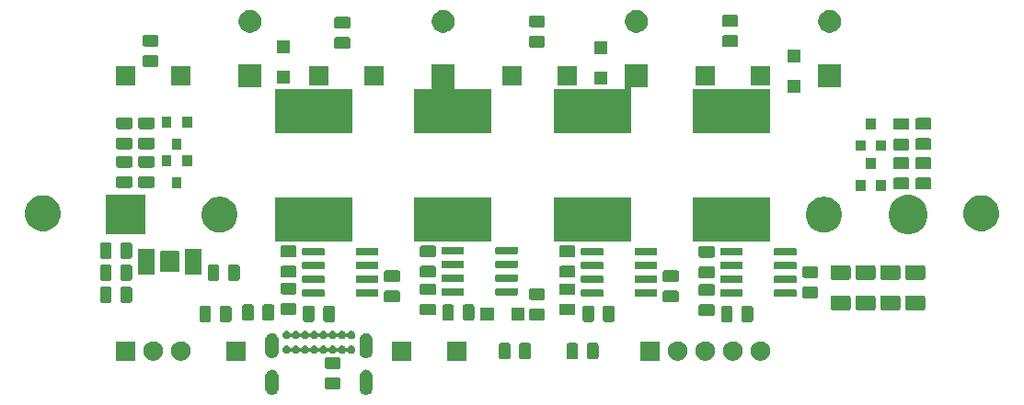
<source format=gbr>
G04 #@! TF.GenerationSoftware,KiCad,Pcbnew,(5.1.5-0-10_14)*
G04 #@! TF.CreationDate,2020-03-17T09:24:28-05:00*
G04 #@! TF.ProjectId,pulse,70756c73-652e-46b6-9963-61645f706362,rev?*
G04 #@! TF.SameCoordinates,Original*
G04 #@! TF.FileFunction,Soldermask,Bot*
G04 #@! TF.FilePolarity,Negative*
%FSLAX46Y46*%
G04 Gerber Fmt 4.6, Leading zero omitted, Abs format (unit mm)*
G04 Created by KiCad (PCBNEW (5.1.5-0-10_14)) date 2020-03-17 09:24:28*
%MOMM*%
%LPD*%
G04 APERTURE LIST*
%ADD10C,0.100000*%
G04 APERTURE END LIST*
D10*
G36*
X130413600Y-75384754D02*
G01*
X130527643Y-75419349D01*
X130632745Y-75475527D01*
X130632746Y-75475528D01*
X130632748Y-75475529D01*
X130724869Y-75551131D01*
X130800471Y-75643251D01*
X130800472Y-75643253D01*
X130800473Y-75643254D01*
X130856651Y-75748356D01*
X130891246Y-75862399D01*
X130891246Y-75862401D01*
X130900000Y-75951280D01*
X130900000Y-77118720D01*
X130898628Y-77132654D01*
X130891246Y-77207601D01*
X130856651Y-77321644D01*
X130800473Y-77426746D01*
X130800471Y-77426749D01*
X130724870Y-77518870D01*
X130632749Y-77594471D01*
X130632747Y-77594472D01*
X130632746Y-77594473D01*
X130527644Y-77650651D01*
X130413601Y-77685246D01*
X130295000Y-77696927D01*
X130176400Y-77685246D01*
X130062357Y-77650651D01*
X129957255Y-77594473D01*
X129957254Y-77594472D01*
X129957252Y-77594471D01*
X129865131Y-77518870D01*
X129789530Y-77426749D01*
X129789528Y-77426746D01*
X129733350Y-77321644D01*
X129698755Y-77207601D01*
X129691373Y-77132654D01*
X129690001Y-77118720D01*
X129690000Y-75951281D01*
X129698754Y-75862402D01*
X129698754Y-75862400D01*
X129733349Y-75748357D01*
X129789527Y-75643255D01*
X129865131Y-75551131D01*
X129957251Y-75475529D01*
X129957253Y-75475528D01*
X129957254Y-75475527D01*
X130062356Y-75419349D01*
X130176399Y-75384754D01*
X130295000Y-75373073D01*
X130413600Y-75384754D01*
G37*
G36*
X139063600Y-75384754D02*
G01*
X139177643Y-75419349D01*
X139282745Y-75475527D01*
X139282746Y-75475528D01*
X139282748Y-75475529D01*
X139374869Y-75551131D01*
X139450471Y-75643251D01*
X139450472Y-75643253D01*
X139450473Y-75643254D01*
X139506651Y-75748356D01*
X139541246Y-75862399D01*
X139541246Y-75862401D01*
X139550000Y-75951280D01*
X139550000Y-77118720D01*
X139548628Y-77132654D01*
X139541246Y-77207601D01*
X139506651Y-77321644D01*
X139450473Y-77426746D01*
X139450471Y-77426749D01*
X139374870Y-77518870D01*
X139282749Y-77594471D01*
X139282747Y-77594472D01*
X139282746Y-77594473D01*
X139177644Y-77650651D01*
X139063601Y-77685246D01*
X138945000Y-77696927D01*
X138826400Y-77685246D01*
X138712357Y-77650651D01*
X138607255Y-77594473D01*
X138607254Y-77594472D01*
X138607252Y-77594471D01*
X138515131Y-77518870D01*
X138439530Y-77426749D01*
X138439528Y-77426746D01*
X138383350Y-77321644D01*
X138348755Y-77207601D01*
X138341373Y-77132654D01*
X138340001Y-77118720D01*
X138340000Y-75951281D01*
X138348754Y-75862402D01*
X138348754Y-75862400D01*
X138383349Y-75748357D01*
X138439527Y-75643255D01*
X138515131Y-75551131D01*
X138607251Y-75475529D01*
X138607253Y-75475528D01*
X138607254Y-75475527D01*
X138712356Y-75419349D01*
X138826399Y-75384754D01*
X138945000Y-75373073D01*
X139063600Y-75384754D01*
G37*
G36*
X136474468Y-76095565D02*
G01*
X136513138Y-76107296D01*
X136548777Y-76126346D01*
X136580017Y-76151983D01*
X136605654Y-76183223D01*
X136624704Y-76218862D01*
X136636435Y-76257532D01*
X136641000Y-76303888D01*
X136641000Y-76955112D01*
X136636435Y-77001468D01*
X136624704Y-77040138D01*
X136605654Y-77075777D01*
X136580017Y-77107017D01*
X136548777Y-77132654D01*
X136513138Y-77151704D01*
X136474468Y-77163435D01*
X136428112Y-77168000D01*
X135351888Y-77168000D01*
X135305532Y-77163435D01*
X135266862Y-77151704D01*
X135231223Y-77132654D01*
X135199983Y-77107017D01*
X135174346Y-77075777D01*
X135155296Y-77040138D01*
X135143565Y-77001468D01*
X135139000Y-76955112D01*
X135139000Y-76303888D01*
X135143565Y-76257532D01*
X135155296Y-76218862D01*
X135174346Y-76183223D01*
X135199983Y-76151983D01*
X135231223Y-76126346D01*
X135266862Y-76107296D01*
X135305532Y-76095565D01*
X135351888Y-76091000D01*
X136428112Y-76091000D01*
X136474468Y-76095565D01*
G37*
G36*
X136474468Y-74220565D02*
G01*
X136513138Y-74232296D01*
X136548777Y-74251346D01*
X136580017Y-74276983D01*
X136605654Y-74308223D01*
X136624704Y-74343862D01*
X136636435Y-74382532D01*
X136641000Y-74428888D01*
X136641000Y-75080112D01*
X136636435Y-75126468D01*
X136624704Y-75165138D01*
X136605654Y-75200777D01*
X136580017Y-75232017D01*
X136548777Y-75257654D01*
X136513138Y-75276704D01*
X136474468Y-75288435D01*
X136428112Y-75293000D01*
X135351888Y-75293000D01*
X135305532Y-75288435D01*
X135266862Y-75276704D01*
X135231223Y-75257654D01*
X135199983Y-75232017D01*
X135174346Y-75200777D01*
X135155296Y-75165138D01*
X135143565Y-75126468D01*
X135139000Y-75080112D01*
X135139000Y-74428888D01*
X135143565Y-74382532D01*
X135155296Y-74343862D01*
X135174346Y-74308223D01*
X135199983Y-74276983D01*
X135231223Y-74251346D01*
X135266862Y-74232296D01*
X135305532Y-74220565D01*
X135351888Y-74216000D01*
X136428112Y-74216000D01*
X136474468Y-74220565D01*
G37*
G36*
X166001000Y-74561000D02*
G01*
X164199000Y-74561000D01*
X164199000Y-72759000D01*
X166001000Y-72759000D01*
X166001000Y-74561000D01*
G37*
G36*
X148221000Y-74561000D02*
G01*
X146419000Y-74561000D01*
X146419000Y-72759000D01*
X148221000Y-72759000D01*
X148221000Y-74561000D01*
G37*
G36*
X143141000Y-74561000D02*
G01*
X141339000Y-74561000D01*
X141339000Y-72759000D01*
X143141000Y-72759000D01*
X143141000Y-74561000D01*
G37*
G36*
X127901000Y-74561000D02*
G01*
X126099000Y-74561000D01*
X126099000Y-72759000D01*
X127901000Y-72759000D01*
X127901000Y-74561000D01*
G37*
G36*
X122033512Y-72763927D02*
G01*
X122182812Y-72793624D01*
X122346784Y-72861544D01*
X122494354Y-72960147D01*
X122619853Y-73085646D01*
X122718456Y-73233216D01*
X122786376Y-73397188D01*
X122821000Y-73571259D01*
X122821000Y-73748741D01*
X122786376Y-73922812D01*
X122718456Y-74086784D01*
X122619853Y-74234354D01*
X122494354Y-74359853D01*
X122346784Y-74458456D01*
X122182812Y-74526376D01*
X122033512Y-74556073D01*
X122008742Y-74561000D01*
X121831258Y-74561000D01*
X121806488Y-74556073D01*
X121657188Y-74526376D01*
X121493216Y-74458456D01*
X121345646Y-74359853D01*
X121220147Y-74234354D01*
X121121544Y-74086784D01*
X121053624Y-73922812D01*
X121019000Y-73748741D01*
X121019000Y-73571259D01*
X121053624Y-73397188D01*
X121121544Y-73233216D01*
X121220147Y-73085646D01*
X121345646Y-72960147D01*
X121493216Y-72861544D01*
X121657188Y-72793624D01*
X121806488Y-72763927D01*
X121831258Y-72759000D01*
X122008742Y-72759000D01*
X122033512Y-72763927D01*
G37*
G36*
X119493512Y-72763927D02*
G01*
X119642812Y-72793624D01*
X119806784Y-72861544D01*
X119954354Y-72960147D01*
X120079853Y-73085646D01*
X120178456Y-73233216D01*
X120246376Y-73397188D01*
X120281000Y-73571259D01*
X120281000Y-73748741D01*
X120246376Y-73922812D01*
X120178456Y-74086784D01*
X120079853Y-74234354D01*
X119954354Y-74359853D01*
X119806784Y-74458456D01*
X119642812Y-74526376D01*
X119493512Y-74556073D01*
X119468742Y-74561000D01*
X119291258Y-74561000D01*
X119266488Y-74556073D01*
X119117188Y-74526376D01*
X118953216Y-74458456D01*
X118805646Y-74359853D01*
X118680147Y-74234354D01*
X118581544Y-74086784D01*
X118513624Y-73922812D01*
X118479000Y-73748741D01*
X118479000Y-73571259D01*
X118513624Y-73397188D01*
X118581544Y-73233216D01*
X118680147Y-73085646D01*
X118805646Y-72960147D01*
X118953216Y-72861544D01*
X119117188Y-72793624D01*
X119266488Y-72763927D01*
X119291258Y-72759000D01*
X119468742Y-72759000D01*
X119493512Y-72763927D01*
G37*
G36*
X117741000Y-74561000D02*
G01*
X115939000Y-74561000D01*
X115939000Y-72759000D01*
X117741000Y-72759000D01*
X117741000Y-74561000D01*
G37*
G36*
X167753512Y-72763927D02*
G01*
X167902812Y-72793624D01*
X168066784Y-72861544D01*
X168214354Y-72960147D01*
X168339853Y-73085646D01*
X168438456Y-73233216D01*
X168506376Y-73397188D01*
X168541000Y-73571259D01*
X168541000Y-73748741D01*
X168506376Y-73922812D01*
X168438456Y-74086784D01*
X168339853Y-74234354D01*
X168214354Y-74359853D01*
X168066784Y-74458456D01*
X167902812Y-74526376D01*
X167753512Y-74556073D01*
X167728742Y-74561000D01*
X167551258Y-74561000D01*
X167526488Y-74556073D01*
X167377188Y-74526376D01*
X167213216Y-74458456D01*
X167065646Y-74359853D01*
X166940147Y-74234354D01*
X166841544Y-74086784D01*
X166773624Y-73922812D01*
X166739000Y-73748741D01*
X166739000Y-73571259D01*
X166773624Y-73397188D01*
X166841544Y-73233216D01*
X166940147Y-73085646D01*
X167065646Y-72960147D01*
X167213216Y-72861544D01*
X167377188Y-72793624D01*
X167526488Y-72763927D01*
X167551258Y-72759000D01*
X167728742Y-72759000D01*
X167753512Y-72763927D01*
G37*
G36*
X170293512Y-72763927D02*
G01*
X170442812Y-72793624D01*
X170606784Y-72861544D01*
X170754354Y-72960147D01*
X170879853Y-73085646D01*
X170978456Y-73233216D01*
X171046376Y-73397188D01*
X171081000Y-73571259D01*
X171081000Y-73748741D01*
X171046376Y-73922812D01*
X170978456Y-74086784D01*
X170879853Y-74234354D01*
X170754354Y-74359853D01*
X170606784Y-74458456D01*
X170442812Y-74526376D01*
X170293512Y-74556073D01*
X170268742Y-74561000D01*
X170091258Y-74561000D01*
X170066488Y-74556073D01*
X169917188Y-74526376D01*
X169753216Y-74458456D01*
X169605646Y-74359853D01*
X169480147Y-74234354D01*
X169381544Y-74086784D01*
X169313624Y-73922812D01*
X169279000Y-73748741D01*
X169279000Y-73571259D01*
X169313624Y-73397188D01*
X169381544Y-73233216D01*
X169480147Y-73085646D01*
X169605646Y-72960147D01*
X169753216Y-72861544D01*
X169917188Y-72793624D01*
X170066488Y-72763927D01*
X170091258Y-72759000D01*
X170268742Y-72759000D01*
X170293512Y-72763927D01*
G37*
G36*
X172833512Y-72763927D02*
G01*
X172982812Y-72793624D01*
X173146784Y-72861544D01*
X173294354Y-72960147D01*
X173419853Y-73085646D01*
X173518456Y-73233216D01*
X173586376Y-73397188D01*
X173621000Y-73571259D01*
X173621000Y-73748741D01*
X173586376Y-73922812D01*
X173518456Y-74086784D01*
X173419853Y-74234354D01*
X173294354Y-74359853D01*
X173146784Y-74458456D01*
X172982812Y-74526376D01*
X172833512Y-74556073D01*
X172808742Y-74561000D01*
X172631258Y-74561000D01*
X172606488Y-74556073D01*
X172457188Y-74526376D01*
X172293216Y-74458456D01*
X172145646Y-74359853D01*
X172020147Y-74234354D01*
X171921544Y-74086784D01*
X171853624Y-73922812D01*
X171819000Y-73748741D01*
X171819000Y-73571259D01*
X171853624Y-73397188D01*
X171921544Y-73233216D01*
X172020147Y-73085646D01*
X172145646Y-72960147D01*
X172293216Y-72861544D01*
X172457188Y-72793624D01*
X172606488Y-72763927D01*
X172631258Y-72759000D01*
X172808742Y-72759000D01*
X172833512Y-72763927D01*
G37*
G36*
X175373512Y-72763927D02*
G01*
X175522812Y-72793624D01*
X175686784Y-72861544D01*
X175834354Y-72960147D01*
X175959853Y-73085646D01*
X176058456Y-73233216D01*
X176126376Y-73397188D01*
X176161000Y-73571259D01*
X176161000Y-73748741D01*
X176126376Y-73922812D01*
X176058456Y-74086784D01*
X175959853Y-74234354D01*
X175834354Y-74359853D01*
X175686784Y-74458456D01*
X175522812Y-74526376D01*
X175373512Y-74556073D01*
X175348742Y-74561000D01*
X175171258Y-74561000D01*
X175146488Y-74556073D01*
X174997188Y-74526376D01*
X174833216Y-74458456D01*
X174685646Y-74359853D01*
X174560147Y-74234354D01*
X174461544Y-74086784D01*
X174393624Y-73922812D01*
X174359000Y-73748741D01*
X174359000Y-73571259D01*
X174393624Y-73397188D01*
X174461544Y-73233216D01*
X174560147Y-73085646D01*
X174685646Y-72960147D01*
X174833216Y-72861544D01*
X174997188Y-72793624D01*
X175146488Y-72763927D01*
X175171258Y-72759000D01*
X175348742Y-72759000D01*
X175373512Y-72763927D01*
G37*
G36*
X152088468Y-72913565D02*
G01*
X152127138Y-72925296D01*
X152162777Y-72944346D01*
X152194017Y-72969983D01*
X152219654Y-73001223D01*
X152238704Y-73036862D01*
X152250435Y-73075532D01*
X152255000Y-73121888D01*
X152255000Y-74198112D01*
X152250435Y-74244468D01*
X152238704Y-74283138D01*
X152219654Y-74318777D01*
X152194017Y-74350017D01*
X152162777Y-74375654D01*
X152127138Y-74394704D01*
X152088468Y-74406435D01*
X152042112Y-74411000D01*
X151390888Y-74411000D01*
X151344532Y-74406435D01*
X151305862Y-74394704D01*
X151270223Y-74375654D01*
X151238983Y-74350017D01*
X151213346Y-74318777D01*
X151194296Y-74283138D01*
X151182565Y-74244468D01*
X151178000Y-74198112D01*
X151178000Y-73121888D01*
X151182565Y-73075532D01*
X151194296Y-73036862D01*
X151213346Y-73001223D01*
X151238983Y-72969983D01*
X151270223Y-72944346D01*
X151305862Y-72925296D01*
X151344532Y-72913565D01*
X151390888Y-72909000D01*
X152042112Y-72909000D01*
X152088468Y-72913565D01*
G37*
G36*
X160186468Y-72913565D02*
G01*
X160225138Y-72925296D01*
X160260777Y-72944346D01*
X160292017Y-72969983D01*
X160317654Y-73001223D01*
X160336704Y-73036862D01*
X160348435Y-73075532D01*
X160353000Y-73121888D01*
X160353000Y-74198112D01*
X160348435Y-74244468D01*
X160336704Y-74283138D01*
X160317654Y-74318777D01*
X160292017Y-74350017D01*
X160260777Y-74375654D01*
X160225138Y-74394704D01*
X160186468Y-74406435D01*
X160140112Y-74411000D01*
X159488888Y-74411000D01*
X159442532Y-74406435D01*
X159403862Y-74394704D01*
X159368223Y-74375654D01*
X159336983Y-74350017D01*
X159311346Y-74318777D01*
X159292296Y-74283138D01*
X159280565Y-74244468D01*
X159276000Y-74198112D01*
X159276000Y-73121888D01*
X159280565Y-73075532D01*
X159292296Y-73036862D01*
X159311346Y-73001223D01*
X159336983Y-72969983D01*
X159368223Y-72944346D01*
X159403862Y-72925296D01*
X159442532Y-72913565D01*
X159488888Y-72909000D01*
X160140112Y-72909000D01*
X160186468Y-72913565D01*
G37*
G36*
X158311468Y-72913565D02*
G01*
X158350138Y-72925296D01*
X158385777Y-72944346D01*
X158417017Y-72969983D01*
X158442654Y-73001223D01*
X158461704Y-73036862D01*
X158473435Y-73075532D01*
X158478000Y-73121888D01*
X158478000Y-74198112D01*
X158473435Y-74244468D01*
X158461704Y-74283138D01*
X158442654Y-74318777D01*
X158417017Y-74350017D01*
X158385777Y-74375654D01*
X158350138Y-74394704D01*
X158311468Y-74406435D01*
X158265112Y-74411000D01*
X157613888Y-74411000D01*
X157567532Y-74406435D01*
X157528862Y-74394704D01*
X157493223Y-74375654D01*
X157461983Y-74350017D01*
X157436346Y-74318777D01*
X157417296Y-74283138D01*
X157405565Y-74244468D01*
X157401000Y-74198112D01*
X157401000Y-73121888D01*
X157405565Y-73075532D01*
X157417296Y-73036862D01*
X157436346Y-73001223D01*
X157461983Y-72969983D01*
X157493223Y-72944346D01*
X157528862Y-72925296D01*
X157567532Y-72913565D01*
X157613888Y-72909000D01*
X158265112Y-72909000D01*
X158311468Y-72913565D01*
G37*
G36*
X153963468Y-72913565D02*
G01*
X154002138Y-72925296D01*
X154037777Y-72944346D01*
X154069017Y-72969983D01*
X154094654Y-73001223D01*
X154113704Y-73036862D01*
X154125435Y-73075532D01*
X154130000Y-73121888D01*
X154130000Y-74198112D01*
X154125435Y-74244468D01*
X154113704Y-74283138D01*
X154094654Y-74318777D01*
X154069017Y-74350017D01*
X154037777Y-74375654D01*
X154002138Y-74394704D01*
X153963468Y-74406435D01*
X153917112Y-74411000D01*
X153265888Y-74411000D01*
X153219532Y-74406435D01*
X153180862Y-74394704D01*
X153145223Y-74375654D01*
X153113983Y-74350017D01*
X153088346Y-74318777D01*
X153069296Y-74283138D01*
X153057565Y-74244468D01*
X153053000Y-74198112D01*
X153053000Y-73121888D01*
X153057565Y-73075532D01*
X153069296Y-73036862D01*
X153088346Y-73001223D01*
X153113983Y-72969983D01*
X153145223Y-72944346D01*
X153180862Y-72925296D01*
X153219532Y-72913565D01*
X153265888Y-72909000D01*
X153917112Y-72909000D01*
X153963468Y-72913565D01*
G37*
G36*
X139063600Y-72004754D02*
G01*
X139177643Y-72039349D01*
X139282745Y-72095527D01*
X139282746Y-72095528D01*
X139282748Y-72095529D01*
X139374869Y-72171131D01*
X139450471Y-72263251D01*
X139450472Y-72263253D01*
X139450473Y-72263254D01*
X139506651Y-72368356D01*
X139541246Y-72482399D01*
X139550000Y-72571281D01*
X139550000Y-73738719D01*
X139541246Y-73827601D01*
X139506651Y-73941644D01*
X139450473Y-74046746D01*
X139450471Y-74046749D01*
X139374870Y-74138870D01*
X139282749Y-74214471D01*
X139282747Y-74214472D01*
X139282746Y-74214473D01*
X139177644Y-74270651D01*
X139063601Y-74305246D01*
X138945000Y-74316927D01*
X138826400Y-74305246D01*
X138712357Y-74270651D01*
X138607255Y-74214473D01*
X138607254Y-74214472D01*
X138607252Y-74214471D01*
X138515131Y-74138870D01*
X138439530Y-74046749D01*
X138439528Y-74046746D01*
X138383350Y-73941644D01*
X138348755Y-73827601D01*
X138340001Y-73738719D01*
X138340000Y-72571282D01*
X138348754Y-72482400D01*
X138383349Y-72368357D01*
X138439527Y-72263255D01*
X138481564Y-72212033D01*
X138515131Y-72171131D01*
X138607251Y-72095529D01*
X138607253Y-72095528D01*
X138607254Y-72095527D01*
X138712356Y-72039349D01*
X138826399Y-72004754D01*
X138945000Y-71993073D01*
X139063600Y-72004754D01*
G37*
G36*
X130413600Y-72004754D02*
G01*
X130527643Y-72039349D01*
X130632745Y-72095527D01*
X130632746Y-72095528D01*
X130632748Y-72095529D01*
X130724869Y-72171131D01*
X130800471Y-72263251D01*
X130800472Y-72263253D01*
X130800473Y-72263254D01*
X130856651Y-72368356D01*
X130891246Y-72482399D01*
X130900000Y-72571281D01*
X130900000Y-73738719D01*
X130891246Y-73827601D01*
X130856651Y-73941644D01*
X130800473Y-74046746D01*
X130800471Y-74046749D01*
X130724870Y-74138870D01*
X130632749Y-74214471D01*
X130632747Y-74214472D01*
X130632746Y-74214473D01*
X130527644Y-74270651D01*
X130413601Y-74305246D01*
X130295000Y-74316927D01*
X130176400Y-74305246D01*
X130062357Y-74270651D01*
X129957255Y-74214473D01*
X129957254Y-74214472D01*
X129957252Y-74214471D01*
X129865131Y-74138870D01*
X129789530Y-74046749D01*
X129789528Y-74046746D01*
X129733350Y-73941644D01*
X129698755Y-73827601D01*
X129690001Y-73738719D01*
X129690000Y-72571282D01*
X129698754Y-72482400D01*
X129733349Y-72368357D01*
X129789527Y-72263255D01*
X129831564Y-72212033D01*
X129865131Y-72171131D01*
X129957251Y-72095529D01*
X129957253Y-72095528D01*
X129957254Y-72095527D01*
X130062356Y-72039349D01*
X130176399Y-72004754D01*
X130295000Y-71993073D01*
X130413600Y-72004754D01*
G37*
G36*
X131754672Y-73163449D02*
G01*
X131754674Y-73163450D01*
X131754675Y-73163450D01*
X131823103Y-73191793D01*
X131884686Y-73232942D01*
X131937058Y-73285314D01*
X131966073Y-73328737D01*
X131981612Y-73347672D01*
X132000554Y-73363217D01*
X132022165Y-73374768D01*
X132045614Y-73381881D01*
X132070000Y-73384283D01*
X132094386Y-73381881D01*
X132117835Y-73374768D01*
X132139446Y-73363217D01*
X132158388Y-73347672D01*
X132173927Y-73328737D01*
X132202942Y-73285314D01*
X132255314Y-73232942D01*
X132316897Y-73191793D01*
X132385325Y-73163450D01*
X132385326Y-73163450D01*
X132385328Y-73163449D01*
X132457966Y-73149000D01*
X132532034Y-73149000D01*
X132604672Y-73163449D01*
X132604674Y-73163450D01*
X132604675Y-73163450D01*
X132673103Y-73191793D01*
X132734686Y-73232942D01*
X132787058Y-73285314D01*
X132816073Y-73328737D01*
X132831612Y-73347672D01*
X132850554Y-73363217D01*
X132872165Y-73374768D01*
X132895614Y-73381881D01*
X132920000Y-73384283D01*
X132944386Y-73381881D01*
X132967835Y-73374768D01*
X132989446Y-73363217D01*
X133008388Y-73347672D01*
X133023927Y-73328737D01*
X133052942Y-73285314D01*
X133105314Y-73232942D01*
X133166897Y-73191793D01*
X133235325Y-73163450D01*
X133235326Y-73163450D01*
X133235328Y-73163449D01*
X133307966Y-73149000D01*
X133382034Y-73149000D01*
X133454672Y-73163449D01*
X133454674Y-73163450D01*
X133454675Y-73163450D01*
X133523103Y-73191793D01*
X133584686Y-73232942D01*
X133637058Y-73285314D01*
X133666073Y-73328737D01*
X133681612Y-73347672D01*
X133700554Y-73363217D01*
X133722165Y-73374768D01*
X133745614Y-73381881D01*
X133770000Y-73384283D01*
X133794386Y-73381881D01*
X133817835Y-73374768D01*
X133839446Y-73363217D01*
X133858388Y-73347672D01*
X133873927Y-73328737D01*
X133902942Y-73285314D01*
X133955314Y-73232942D01*
X134016897Y-73191793D01*
X134085325Y-73163450D01*
X134085326Y-73163450D01*
X134085328Y-73163449D01*
X134157966Y-73149000D01*
X134232034Y-73149000D01*
X134304672Y-73163449D01*
X134304674Y-73163450D01*
X134304675Y-73163450D01*
X134373103Y-73191793D01*
X134434686Y-73232942D01*
X134487058Y-73285314D01*
X134516073Y-73328737D01*
X134531612Y-73347672D01*
X134550554Y-73363217D01*
X134572165Y-73374768D01*
X134595614Y-73381881D01*
X134620000Y-73384283D01*
X134644386Y-73381881D01*
X134667835Y-73374768D01*
X134689446Y-73363217D01*
X134708388Y-73347672D01*
X134723927Y-73328737D01*
X134752942Y-73285314D01*
X134805314Y-73232942D01*
X134866897Y-73191793D01*
X134935325Y-73163450D01*
X134935326Y-73163450D01*
X134935328Y-73163449D01*
X135007966Y-73149000D01*
X135082034Y-73149000D01*
X135154672Y-73163449D01*
X135154674Y-73163450D01*
X135154675Y-73163450D01*
X135223103Y-73191793D01*
X135284686Y-73232942D01*
X135337058Y-73285314D01*
X135366073Y-73328737D01*
X135381612Y-73347672D01*
X135400554Y-73363217D01*
X135422165Y-73374768D01*
X135445614Y-73381881D01*
X135470000Y-73384283D01*
X135494386Y-73381881D01*
X135517835Y-73374768D01*
X135539446Y-73363217D01*
X135558388Y-73347672D01*
X135573927Y-73328737D01*
X135602942Y-73285314D01*
X135655314Y-73232942D01*
X135716897Y-73191793D01*
X135785325Y-73163450D01*
X135785326Y-73163450D01*
X135785328Y-73163449D01*
X135857966Y-73149000D01*
X135932034Y-73149000D01*
X136004672Y-73163449D01*
X136004674Y-73163450D01*
X136004675Y-73163450D01*
X136073103Y-73191793D01*
X136134686Y-73232942D01*
X136187058Y-73285314D01*
X136216073Y-73328737D01*
X136231612Y-73347672D01*
X136250554Y-73363217D01*
X136272165Y-73374768D01*
X136295614Y-73381881D01*
X136320000Y-73384283D01*
X136344386Y-73381881D01*
X136367835Y-73374768D01*
X136389446Y-73363217D01*
X136408388Y-73347672D01*
X136423927Y-73328737D01*
X136452942Y-73285314D01*
X136505314Y-73232942D01*
X136566897Y-73191793D01*
X136635325Y-73163450D01*
X136635326Y-73163450D01*
X136635328Y-73163449D01*
X136707966Y-73149000D01*
X136782034Y-73149000D01*
X136854672Y-73163449D01*
X136854674Y-73163450D01*
X136854675Y-73163450D01*
X136923103Y-73191793D01*
X136984686Y-73232942D01*
X137037058Y-73285314D01*
X137066073Y-73328737D01*
X137081612Y-73347672D01*
X137100554Y-73363217D01*
X137122165Y-73374768D01*
X137145614Y-73381881D01*
X137170000Y-73384283D01*
X137194386Y-73381881D01*
X137217835Y-73374768D01*
X137239446Y-73363217D01*
X137258388Y-73347672D01*
X137273927Y-73328737D01*
X137302942Y-73285314D01*
X137355314Y-73232942D01*
X137416897Y-73191793D01*
X137485325Y-73163450D01*
X137485326Y-73163450D01*
X137485328Y-73163449D01*
X137557966Y-73149000D01*
X137632034Y-73149000D01*
X137704672Y-73163449D01*
X137704674Y-73163450D01*
X137704675Y-73163450D01*
X137773103Y-73191793D01*
X137834686Y-73232942D01*
X137887058Y-73285314D01*
X137928207Y-73346897D01*
X137956550Y-73415325D01*
X137971000Y-73487967D01*
X137971000Y-73562033D01*
X137956550Y-73634675D01*
X137928207Y-73703103D01*
X137887058Y-73764686D01*
X137834686Y-73817058D01*
X137773103Y-73858207D01*
X137704675Y-73886550D01*
X137704674Y-73886550D01*
X137704672Y-73886551D01*
X137632034Y-73901000D01*
X137557966Y-73901000D01*
X137485328Y-73886551D01*
X137485326Y-73886550D01*
X137485325Y-73886550D01*
X137416897Y-73858207D01*
X137355314Y-73817058D01*
X137302942Y-73764686D01*
X137273927Y-73721263D01*
X137258388Y-73702328D01*
X137239446Y-73686783D01*
X137217835Y-73675232D01*
X137194386Y-73668119D01*
X137170000Y-73665717D01*
X137145614Y-73668119D01*
X137122165Y-73675232D01*
X137100554Y-73686783D01*
X137081612Y-73702328D01*
X137066073Y-73721263D01*
X137037058Y-73764686D01*
X136984686Y-73817058D01*
X136923103Y-73858207D01*
X136854675Y-73886550D01*
X136854674Y-73886550D01*
X136854672Y-73886551D01*
X136782034Y-73901000D01*
X136707966Y-73901000D01*
X136635328Y-73886551D01*
X136635326Y-73886550D01*
X136635325Y-73886550D01*
X136566897Y-73858207D01*
X136505314Y-73817058D01*
X136452942Y-73764686D01*
X136423927Y-73721263D01*
X136408388Y-73702328D01*
X136389446Y-73686783D01*
X136367835Y-73675232D01*
X136344386Y-73668119D01*
X136320000Y-73665717D01*
X136295614Y-73668119D01*
X136272165Y-73675232D01*
X136250554Y-73686783D01*
X136231612Y-73702328D01*
X136216073Y-73721263D01*
X136187058Y-73764686D01*
X136134686Y-73817058D01*
X136073103Y-73858207D01*
X136004675Y-73886550D01*
X136004674Y-73886550D01*
X136004672Y-73886551D01*
X135932034Y-73901000D01*
X135857966Y-73901000D01*
X135785328Y-73886551D01*
X135785326Y-73886550D01*
X135785325Y-73886550D01*
X135716897Y-73858207D01*
X135655314Y-73817058D01*
X135602942Y-73764686D01*
X135573927Y-73721263D01*
X135558388Y-73702328D01*
X135539446Y-73686783D01*
X135517835Y-73675232D01*
X135494386Y-73668119D01*
X135470000Y-73665717D01*
X135445614Y-73668119D01*
X135422165Y-73675232D01*
X135400554Y-73686783D01*
X135381612Y-73702328D01*
X135366073Y-73721263D01*
X135337058Y-73764686D01*
X135284686Y-73817058D01*
X135223103Y-73858207D01*
X135154675Y-73886550D01*
X135154674Y-73886550D01*
X135154672Y-73886551D01*
X135082034Y-73901000D01*
X135007966Y-73901000D01*
X134935328Y-73886551D01*
X134935326Y-73886550D01*
X134935325Y-73886550D01*
X134866897Y-73858207D01*
X134805314Y-73817058D01*
X134752942Y-73764686D01*
X134723927Y-73721263D01*
X134708388Y-73702328D01*
X134689446Y-73686783D01*
X134667835Y-73675232D01*
X134644386Y-73668119D01*
X134620000Y-73665717D01*
X134595614Y-73668119D01*
X134572165Y-73675232D01*
X134550554Y-73686783D01*
X134531612Y-73702328D01*
X134516073Y-73721263D01*
X134487058Y-73764686D01*
X134434686Y-73817058D01*
X134373103Y-73858207D01*
X134304675Y-73886550D01*
X134304674Y-73886550D01*
X134304672Y-73886551D01*
X134232034Y-73901000D01*
X134157966Y-73901000D01*
X134085328Y-73886551D01*
X134085326Y-73886550D01*
X134085325Y-73886550D01*
X134016897Y-73858207D01*
X133955314Y-73817058D01*
X133902942Y-73764686D01*
X133873927Y-73721263D01*
X133858388Y-73702328D01*
X133839446Y-73686783D01*
X133817835Y-73675232D01*
X133794386Y-73668119D01*
X133770000Y-73665717D01*
X133745614Y-73668119D01*
X133722165Y-73675232D01*
X133700554Y-73686783D01*
X133681612Y-73702328D01*
X133666073Y-73721263D01*
X133637058Y-73764686D01*
X133584686Y-73817058D01*
X133523103Y-73858207D01*
X133454675Y-73886550D01*
X133454674Y-73886550D01*
X133454672Y-73886551D01*
X133382034Y-73901000D01*
X133307966Y-73901000D01*
X133235328Y-73886551D01*
X133235326Y-73886550D01*
X133235325Y-73886550D01*
X133166897Y-73858207D01*
X133105314Y-73817058D01*
X133052942Y-73764686D01*
X133023927Y-73721263D01*
X133008388Y-73702328D01*
X132989446Y-73686783D01*
X132967835Y-73675232D01*
X132944386Y-73668119D01*
X132920000Y-73665717D01*
X132895614Y-73668119D01*
X132872165Y-73675232D01*
X132850554Y-73686783D01*
X132831612Y-73702328D01*
X132816073Y-73721263D01*
X132787058Y-73764686D01*
X132734686Y-73817058D01*
X132673103Y-73858207D01*
X132604675Y-73886550D01*
X132604674Y-73886550D01*
X132604672Y-73886551D01*
X132532034Y-73901000D01*
X132457966Y-73901000D01*
X132385328Y-73886551D01*
X132385326Y-73886550D01*
X132385325Y-73886550D01*
X132316897Y-73858207D01*
X132255314Y-73817058D01*
X132202942Y-73764686D01*
X132173927Y-73721263D01*
X132158388Y-73702328D01*
X132139446Y-73686783D01*
X132117835Y-73675232D01*
X132094386Y-73668119D01*
X132070000Y-73665717D01*
X132045614Y-73668119D01*
X132022165Y-73675232D01*
X132000554Y-73686783D01*
X131981612Y-73702328D01*
X131966073Y-73721263D01*
X131937058Y-73764686D01*
X131884686Y-73817058D01*
X131823103Y-73858207D01*
X131754675Y-73886550D01*
X131754674Y-73886550D01*
X131754672Y-73886551D01*
X131682034Y-73901000D01*
X131607966Y-73901000D01*
X131535328Y-73886551D01*
X131535326Y-73886550D01*
X131535325Y-73886550D01*
X131466897Y-73858207D01*
X131405314Y-73817058D01*
X131352942Y-73764686D01*
X131311793Y-73703103D01*
X131283450Y-73634675D01*
X131269000Y-73562033D01*
X131269000Y-73487967D01*
X131283450Y-73415325D01*
X131311793Y-73346897D01*
X131352942Y-73285314D01*
X131405314Y-73232942D01*
X131466897Y-73191793D01*
X131535325Y-73163450D01*
X131535326Y-73163450D01*
X131535328Y-73163449D01*
X131607966Y-73149000D01*
X131682034Y-73149000D01*
X131754672Y-73163449D01*
G37*
G36*
X131754672Y-71813449D02*
G01*
X131754674Y-71813450D01*
X131754675Y-71813450D01*
X131823103Y-71841793D01*
X131884686Y-71882942D01*
X131937058Y-71935314D01*
X131966073Y-71978737D01*
X131981612Y-71997672D01*
X132000554Y-72013217D01*
X132022165Y-72024768D01*
X132045614Y-72031881D01*
X132070000Y-72034283D01*
X132094386Y-72031881D01*
X132117835Y-72024768D01*
X132139446Y-72013217D01*
X132158388Y-71997672D01*
X132173927Y-71978737D01*
X132202942Y-71935314D01*
X132255314Y-71882942D01*
X132316897Y-71841793D01*
X132385325Y-71813450D01*
X132385326Y-71813450D01*
X132385328Y-71813449D01*
X132457966Y-71799000D01*
X132532034Y-71799000D01*
X132604672Y-71813449D01*
X132604674Y-71813450D01*
X132604675Y-71813450D01*
X132673103Y-71841793D01*
X132734686Y-71882942D01*
X132787058Y-71935314D01*
X132816073Y-71978737D01*
X132831612Y-71997672D01*
X132850554Y-72013217D01*
X132872165Y-72024768D01*
X132895614Y-72031881D01*
X132920000Y-72034283D01*
X132944386Y-72031881D01*
X132967835Y-72024768D01*
X132989446Y-72013217D01*
X133008388Y-71997672D01*
X133023927Y-71978737D01*
X133052942Y-71935314D01*
X133105314Y-71882942D01*
X133166897Y-71841793D01*
X133235325Y-71813450D01*
X133235326Y-71813450D01*
X133235328Y-71813449D01*
X133307966Y-71799000D01*
X133382034Y-71799000D01*
X133454672Y-71813449D01*
X133454674Y-71813450D01*
X133454675Y-71813450D01*
X133523103Y-71841793D01*
X133584686Y-71882942D01*
X133637058Y-71935314D01*
X133666073Y-71978737D01*
X133681612Y-71997672D01*
X133700554Y-72013217D01*
X133722165Y-72024768D01*
X133745614Y-72031881D01*
X133770000Y-72034283D01*
X133794386Y-72031881D01*
X133817835Y-72024768D01*
X133839446Y-72013217D01*
X133858388Y-71997672D01*
X133873927Y-71978737D01*
X133902942Y-71935314D01*
X133955314Y-71882942D01*
X134016897Y-71841793D01*
X134085325Y-71813450D01*
X134085326Y-71813450D01*
X134085328Y-71813449D01*
X134157966Y-71799000D01*
X134232034Y-71799000D01*
X134304672Y-71813449D01*
X134304674Y-71813450D01*
X134304675Y-71813450D01*
X134373103Y-71841793D01*
X134434686Y-71882942D01*
X134487058Y-71935314D01*
X134516073Y-71978737D01*
X134531612Y-71997672D01*
X134550554Y-72013217D01*
X134572165Y-72024768D01*
X134595614Y-72031881D01*
X134620000Y-72034283D01*
X134644386Y-72031881D01*
X134667835Y-72024768D01*
X134689446Y-72013217D01*
X134708388Y-71997672D01*
X134723927Y-71978737D01*
X134752942Y-71935314D01*
X134805314Y-71882942D01*
X134866897Y-71841793D01*
X134935325Y-71813450D01*
X134935326Y-71813450D01*
X134935328Y-71813449D01*
X135007966Y-71799000D01*
X135082034Y-71799000D01*
X135154672Y-71813449D01*
X135154674Y-71813450D01*
X135154675Y-71813450D01*
X135223103Y-71841793D01*
X135284686Y-71882942D01*
X135337058Y-71935314D01*
X135366073Y-71978737D01*
X135381612Y-71997672D01*
X135400554Y-72013217D01*
X135422165Y-72024768D01*
X135445614Y-72031881D01*
X135470000Y-72034283D01*
X135494386Y-72031881D01*
X135517835Y-72024768D01*
X135539446Y-72013217D01*
X135558388Y-71997672D01*
X135573927Y-71978737D01*
X135602942Y-71935314D01*
X135655314Y-71882942D01*
X135716897Y-71841793D01*
X135785325Y-71813450D01*
X135785326Y-71813450D01*
X135785328Y-71813449D01*
X135857966Y-71799000D01*
X135932034Y-71799000D01*
X136004672Y-71813449D01*
X136004674Y-71813450D01*
X136004675Y-71813450D01*
X136073103Y-71841793D01*
X136134686Y-71882942D01*
X136187058Y-71935314D01*
X136216073Y-71978737D01*
X136231612Y-71997672D01*
X136250554Y-72013217D01*
X136272165Y-72024768D01*
X136295614Y-72031881D01*
X136320000Y-72034283D01*
X136344386Y-72031881D01*
X136367835Y-72024768D01*
X136389446Y-72013217D01*
X136408388Y-71997672D01*
X136423927Y-71978737D01*
X136452942Y-71935314D01*
X136505314Y-71882942D01*
X136566897Y-71841793D01*
X136635325Y-71813450D01*
X136635326Y-71813450D01*
X136635328Y-71813449D01*
X136707966Y-71799000D01*
X136782034Y-71799000D01*
X136854672Y-71813449D01*
X136854674Y-71813450D01*
X136854675Y-71813450D01*
X136923103Y-71841793D01*
X136984686Y-71882942D01*
X137037058Y-71935314D01*
X137066073Y-71978737D01*
X137081612Y-71997672D01*
X137100554Y-72013217D01*
X137122165Y-72024768D01*
X137145614Y-72031881D01*
X137170000Y-72034283D01*
X137194386Y-72031881D01*
X137217835Y-72024768D01*
X137239446Y-72013217D01*
X137258388Y-71997672D01*
X137273927Y-71978737D01*
X137302942Y-71935314D01*
X137355314Y-71882942D01*
X137416897Y-71841793D01*
X137485325Y-71813450D01*
X137485326Y-71813450D01*
X137485328Y-71813449D01*
X137557966Y-71799000D01*
X137632034Y-71799000D01*
X137704672Y-71813449D01*
X137704674Y-71813450D01*
X137704675Y-71813450D01*
X137773103Y-71841793D01*
X137834686Y-71882942D01*
X137887058Y-71935314D01*
X137928207Y-71996897D01*
X137956550Y-72065325D01*
X137956551Y-72065328D01*
X137971000Y-72137966D01*
X137971000Y-72212034D01*
X137960812Y-72263252D01*
X137956550Y-72284675D01*
X137928207Y-72353103D01*
X137887058Y-72414686D01*
X137834686Y-72467058D01*
X137773103Y-72508207D01*
X137704675Y-72536550D01*
X137704674Y-72536550D01*
X137704672Y-72536551D01*
X137632034Y-72551000D01*
X137557966Y-72551000D01*
X137485328Y-72536551D01*
X137485326Y-72536550D01*
X137485325Y-72536550D01*
X137416897Y-72508207D01*
X137355314Y-72467058D01*
X137302942Y-72414686D01*
X137273927Y-72371263D01*
X137258388Y-72352328D01*
X137239446Y-72336783D01*
X137217835Y-72325232D01*
X137194386Y-72318119D01*
X137170000Y-72315717D01*
X137145614Y-72318119D01*
X137122165Y-72325232D01*
X137100554Y-72336783D01*
X137081612Y-72352328D01*
X137066073Y-72371263D01*
X137037058Y-72414686D01*
X136984686Y-72467058D01*
X136923103Y-72508207D01*
X136854675Y-72536550D01*
X136854674Y-72536550D01*
X136854672Y-72536551D01*
X136782034Y-72551000D01*
X136707966Y-72551000D01*
X136635328Y-72536551D01*
X136635326Y-72536550D01*
X136635325Y-72536550D01*
X136566897Y-72508207D01*
X136505314Y-72467058D01*
X136452942Y-72414686D01*
X136423927Y-72371263D01*
X136408388Y-72352328D01*
X136389446Y-72336783D01*
X136367835Y-72325232D01*
X136344386Y-72318119D01*
X136320000Y-72315717D01*
X136295614Y-72318119D01*
X136272165Y-72325232D01*
X136250554Y-72336783D01*
X136231612Y-72352328D01*
X136216073Y-72371263D01*
X136187058Y-72414686D01*
X136134686Y-72467058D01*
X136073103Y-72508207D01*
X136004675Y-72536550D01*
X136004674Y-72536550D01*
X136004672Y-72536551D01*
X135932034Y-72551000D01*
X135857966Y-72551000D01*
X135785328Y-72536551D01*
X135785326Y-72536550D01*
X135785325Y-72536550D01*
X135716897Y-72508207D01*
X135655314Y-72467058D01*
X135602942Y-72414686D01*
X135573927Y-72371263D01*
X135558388Y-72352328D01*
X135539446Y-72336783D01*
X135517835Y-72325232D01*
X135494386Y-72318119D01*
X135470000Y-72315717D01*
X135445614Y-72318119D01*
X135422165Y-72325232D01*
X135400554Y-72336783D01*
X135381612Y-72352328D01*
X135366073Y-72371263D01*
X135337058Y-72414686D01*
X135284686Y-72467058D01*
X135223103Y-72508207D01*
X135154675Y-72536550D01*
X135154674Y-72536550D01*
X135154672Y-72536551D01*
X135082034Y-72551000D01*
X135007966Y-72551000D01*
X134935328Y-72536551D01*
X134935326Y-72536550D01*
X134935325Y-72536550D01*
X134866897Y-72508207D01*
X134805314Y-72467058D01*
X134752942Y-72414686D01*
X134723927Y-72371263D01*
X134708388Y-72352328D01*
X134689446Y-72336783D01*
X134667835Y-72325232D01*
X134644386Y-72318119D01*
X134620000Y-72315717D01*
X134595614Y-72318119D01*
X134572165Y-72325232D01*
X134550554Y-72336783D01*
X134531612Y-72352328D01*
X134516073Y-72371263D01*
X134487058Y-72414686D01*
X134434686Y-72467058D01*
X134373103Y-72508207D01*
X134304675Y-72536550D01*
X134304674Y-72536550D01*
X134304672Y-72536551D01*
X134232034Y-72551000D01*
X134157966Y-72551000D01*
X134085328Y-72536551D01*
X134085326Y-72536550D01*
X134085325Y-72536550D01*
X134016897Y-72508207D01*
X133955314Y-72467058D01*
X133902942Y-72414686D01*
X133873927Y-72371263D01*
X133858388Y-72352328D01*
X133839446Y-72336783D01*
X133817835Y-72325232D01*
X133794386Y-72318119D01*
X133770000Y-72315717D01*
X133745614Y-72318119D01*
X133722165Y-72325232D01*
X133700554Y-72336783D01*
X133681612Y-72352328D01*
X133666073Y-72371263D01*
X133637058Y-72414686D01*
X133584686Y-72467058D01*
X133523103Y-72508207D01*
X133454675Y-72536550D01*
X133454674Y-72536550D01*
X133454672Y-72536551D01*
X133382034Y-72551000D01*
X133307966Y-72551000D01*
X133235328Y-72536551D01*
X133235326Y-72536550D01*
X133235325Y-72536550D01*
X133166897Y-72508207D01*
X133105314Y-72467058D01*
X133052942Y-72414686D01*
X133023927Y-72371263D01*
X133008388Y-72352328D01*
X132989446Y-72336783D01*
X132967835Y-72325232D01*
X132944386Y-72318119D01*
X132920000Y-72315717D01*
X132895614Y-72318119D01*
X132872165Y-72325232D01*
X132850554Y-72336783D01*
X132831612Y-72352328D01*
X132816073Y-72371263D01*
X132787058Y-72414686D01*
X132734686Y-72467058D01*
X132673103Y-72508207D01*
X132604675Y-72536550D01*
X132604674Y-72536550D01*
X132604672Y-72536551D01*
X132532034Y-72551000D01*
X132457966Y-72551000D01*
X132385328Y-72536551D01*
X132385326Y-72536550D01*
X132385325Y-72536550D01*
X132316897Y-72508207D01*
X132255314Y-72467058D01*
X132202942Y-72414686D01*
X132173927Y-72371263D01*
X132158388Y-72352328D01*
X132139446Y-72336783D01*
X132117835Y-72325232D01*
X132094386Y-72318119D01*
X132070000Y-72315717D01*
X132045614Y-72318119D01*
X132022165Y-72325232D01*
X132000554Y-72336783D01*
X131981612Y-72352328D01*
X131966073Y-72371263D01*
X131937058Y-72414686D01*
X131884686Y-72467058D01*
X131823103Y-72508207D01*
X131754675Y-72536550D01*
X131754674Y-72536550D01*
X131754672Y-72536551D01*
X131682034Y-72551000D01*
X131607966Y-72551000D01*
X131535328Y-72536551D01*
X131535326Y-72536550D01*
X131535325Y-72536550D01*
X131466897Y-72508207D01*
X131405314Y-72467058D01*
X131352942Y-72414686D01*
X131311793Y-72353103D01*
X131283450Y-72284675D01*
X131279189Y-72263252D01*
X131269000Y-72212034D01*
X131269000Y-72137966D01*
X131283449Y-72065328D01*
X131283450Y-72065325D01*
X131311793Y-71996897D01*
X131352942Y-71935314D01*
X131405314Y-71882942D01*
X131466897Y-71841793D01*
X131535325Y-71813450D01*
X131535326Y-71813450D01*
X131535328Y-71813449D01*
X131607966Y-71799000D01*
X131682034Y-71799000D01*
X131754672Y-71813449D01*
G37*
G36*
X126404468Y-69484565D02*
G01*
X126443138Y-69496296D01*
X126478777Y-69515346D01*
X126510017Y-69540983D01*
X126535654Y-69572223D01*
X126554704Y-69607862D01*
X126566435Y-69646532D01*
X126571000Y-69692888D01*
X126571000Y-70769112D01*
X126566435Y-70815468D01*
X126554704Y-70854138D01*
X126535654Y-70889777D01*
X126510017Y-70921017D01*
X126478777Y-70946654D01*
X126443138Y-70965704D01*
X126404468Y-70977435D01*
X126358112Y-70982000D01*
X125706888Y-70982000D01*
X125660532Y-70977435D01*
X125621862Y-70965704D01*
X125586223Y-70946654D01*
X125554983Y-70921017D01*
X125529346Y-70889777D01*
X125510296Y-70854138D01*
X125498565Y-70815468D01*
X125494000Y-70769112D01*
X125494000Y-69692888D01*
X125498565Y-69646532D01*
X125510296Y-69607862D01*
X125529346Y-69572223D01*
X125554983Y-69540983D01*
X125586223Y-69515346D01*
X125621862Y-69496296D01*
X125660532Y-69484565D01*
X125706888Y-69480000D01*
X126358112Y-69480000D01*
X126404468Y-69484565D01*
G37*
G36*
X124529468Y-69484565D02*
G01*
X124568138Y-69496296D01*
X124603777Y-69515346D01*
X124635017Y-69540983D01*
X124660654Y-69572223D01*
X124679704Y-69607862D01*
X124691435Y-69646532D01*
X124696000Y-69692888D01*
X124696000Y-70769112D01*
X124691435Y-70815468D01*
X124679704Y-70854138D01*
X124660654Y-70889777D01*
X124635017Y-70921017D01*
X124603777Y-70946654D01*
X124568138Y-70965704D01*
X124529468Y-70977435D01*
X124483112Y-70982000D01*
X123831888Y-70982000D01*
X123785532Y-70977435D01*
X123746862Y-70965704D01*
X123711223Y-70946654D01*
X123679983Y-70921017D01*
X123654346Y-70889777D01*
X123635296Y-70854138D01*
X123623565Y-70815468D01*
X123619000Y-70769112D01*
X123619000Y-69692888D01*
X123623565Y-69646532D01*
X123635296Y-69607862D01*
X123654346Y-69572223D01*
X123679983Y-69540983D01*
X123711223Y-69515346D01*
X123746862Y-69496296D01*
X123785532Y-69484565D01*
X123831888Y-69480000D01*
X124483112Y-69480000D01*
X124529468Y-69484565D01*
G37*
G36*
X174410468Y-69484565D02*
G01*
X174449138Y-69496296D01*
X174484777Y-69515346D01*
X174516017Y-69540983D01*
X174541654Y-69572223D01*
X174560704Y-69607862D01*
X174572435Y-69646532D01*
X174577000Y-69692888D01*
X174577000Y-70769112D01*
X174572435Y-70815468D01*
X174560704Y-70854138D01*
X174541654Y-70889777D01*
X174516017Y-70921017D01*
X174484777Y-70946654D01*
X174449138Y-70965704D01*
X174410468Y-70977435D01*
X174364112Y-70982000D01*
X173712888Y-70982000D01*
X173666532Y-70977435D01*
X173627862Y-70965704D01*
X173592223Y-70946654D01*
X173560983Y-70921017D01*
X173535346Y-70889777D01*
X173516296Y-70854138D01*
X173504565Y-70815468D01*
X173500000Y-70769112D01*
X173500000Y-69692888D01*
X173504565Y-69646532D01*
X173516296Y-69607862D01*
X173535346Y-69572223D01*
X173560983Y-69540983D01*
X173592223Y-69515346D01*
X173627862Y-69496296D01*
X173666532Y-69484565D01*
X173712888Y-69480000D01*
X174364112Y-69480000D01*
X174410468Y-69484565D01*
G37*
G36*
X172535468Y-69484565D02*
G01*
X172574138Y-69496296D01*
X172609777Y-69515346D01*
X172641017Y-69540983D01*
X172666654Y-69572223D01*
X172685704Y-69607862D01*
X172697435Y-69646532D01*
X172702000Y-69692888D01*
X172702000Y-70769112D01*
X172697435Y-70815468D01*
X172685704Y-70854138D01*
X172666654Y-70889777D01*
X172641017Y-70921017D01*
X172609777Y-70946654D01*
X172574138Y-70965704D01*
X172535468Y-70977435D01*
X172489112Y-70982000D01*
X171837888Y-70982000D01*
X171791532Y-70977435D01*
X171752862Y-70965704D01*
X171717223Y-70946654D01*
X171685983Y-70921017D01*
X171660346Y-70889777D01*
X171641296Y-70854138D01*
X171629565Y-70815468D01*
X171625000Y-70769112D01*
X171625000Y-69692888D01*
X171629565Y-69646532D01*
X171641296Y-69607862D01*
X171660346Y-69572223D01*
X171685983Y-69540983D01*
X171717223Y-69515346D01*
X171752862Y-69496296D01*
X171791532Y-69484565D01*
X171837888Y-69480000D01*
X172489112Y-69480000D01*
X172535468Y-69484565D01*
G37*
G36*
X161661968Y-69484565D02*
G01*
X161700638Y-69496296D01*
X161736277Y-69515346D01*
X161767517Y-69540983D01*
X161793154Y-69572223D01*
X161812204Y-69607862D01*
X161823935Y-69646532D01*
X161828500Y-69692888D01*
X161828500Y-70769112D01*
X161823935Y-70815468D01*
X161812204Y-70854138D01*
X161793154Y-70889777D01*
X161767517Y-70921017D01*
X161736277Y-70946654D01*
X161700638Y-70965704D01*
X161661968Y-70977435D01*
X161615612Y-70982000D01*
X160964388Y-70982000D01*
X160918032Y-70977435D01*
X160879362Y-70965704D01*
X160843723Y-70946654D01*
X160812483Y-70921017D01*
X160786846Y-70889777D01*
X160767796Y-70854138D01*
X160756065Y-70815468D01*
X160751500Y-70769112D01*
X160751500Y-69692888D01*
X160756065Y-69646532D01*
X160767796Y-69607862D01*
X160786846Y-69572223D01*
X160812483Y-69540983D01*
X160843723Y-69515346D01*
X160879362Y-69496296D01*
X160918032Y-69484565D01*
X160964388Y-69480000D01*
X161615612Y-69480000D01*
X161661968Y-69484565D01*
G37*
G36*
X134054468Y-69484565D02*
G01*
X134093138Y-69496296D01*
X134128777Y-69515346D01*
X134160017Y-69540983D01*
X134185654Y-69572223D01*
X134204704Y-69607862D01*
X134216435Y-69646532D01*
X134221000Y-69692888D01*
X134221000Y-70769112D01*
X134216435Y-70815468D01*
X134204704Y-70854138D01*
X134185654Y-70889777D01*
X134160017Y-70921017D01*
X134128777Y-70946654D01*
X134093138Y-70965704D01*
X134054468Y-70977435D01*
X134008112Y-70982000D01*
X133356888Y-70982000D01*
X133310532Y-70977435D01*
X133271862Y-70965704D01*
X133236223Y-70946654D01*
X133204983Y-70921017D01*
X133179346Y-70889777D01*
X133160296Y-70854138D01*
X133148565Y-70815468D01*
X133144000Y-70769112D01*
X133144000Y-69692888D01*
X133148565Y-69646532D01*
X133160296Y-69607862D01*
X133179346Y-69572223D01*
X133204983Y-69540983D01*
X133236223Y-69515346D01*
X133271862Y-69496296D01*
X133310532Y-69484565D01*
X133356888Y-69480000D01*
X134008112Y-69480000D01*
X134054468Y-69484565D01*
G37*
G36*
X135929468Y-69484565D02*
G01*
X135968138Y-69496296D01*
X136003777Y-69515346D01*
X136035017Y-69540983D01*
X136060654Y-69572223D01*
X136079704Y-69607862D01*
X136091435Y-69646532D01*
X136096000Y-69692888D01*
X136096000Y-70769112D01*
X136091435Y-70815468D01*
X136079704Y-70854138D01*
X136060654Y-70889777D01*
X136035017Y-70921017D01*
X136003777Y-70946654D01*
X135968138Y-70965704D01*
X135929468Y-70977435D01*
X135883112Y-70982000D01*
X135231888Y-70982000D01*
X135185532Y-70977435D01*
X135146862Y-70965704D01*
X135111223Y-70946654D01*
X135079983Y-70921017D01*
X135054346Y-70889777D01*
X135035296Y-70854138D01*
X135023565Y-70815468D01*
X135019000Y-70769112D01*
X135019000Y-69692888D01*
X135023565Y-69646532D01*
X135035296Y-69607862D01*
X135054346Y-69572223D01*
X135079983Y-69540983D01*
X135111223Y-69515346D01*
X135146862Y-69496296D01*
X135185532Y-69484565D01*
X135231888Y-69480000D01*
X135883112Y-69480000D01*
X135929468Y-69484565D01*
G37*
G36*
X159786968Y-69484565D02*
G01*
X159825638Y-69496296D01*
X159861277Y-69515346D01*
X159892517Y-69540983D01*
X159918154Y-69572223D01*
X159937204Y-69607862D01*
X159948935Y-69646532D01*
X159953500Y-69692888D01*
X159953500Y-70769112D01*
X159948935Y-70815468D01*
X159937204Y-70854138D01*
X159918154Y-70889777D01*
X159892517Y-70921017D01*
X159861277Y-70946654D01*
X159825638Y-70965704D01*
X159786968Y-70977435D01*
X159740612Y-70982000D01*
X159089388Y-70982000D01*
X159043032Y-70977435D01*
X159004362Y-70965704D01*
X158968723Y-70946654D01*
X158937483Y-70921017D01*
X158911846Y-70889777D01*
X158892796Y-70854138D01*
X158881065Y-70815468D01*
X158876500Y-70769112D01*
X158876500Y-69692888D01*
X158881065Y-69646532D01*
X158892796Y-69607862D01*
X158911846Y-69572223D01*
X158937483Y-69540983D01*
X158968723Y-69515346D01*
X159004362Y-69496296D01*
X159043032Y-69484565D01*
X159089388Y-69480000D01*
X159740612Y-69480000D01*
X159786968Y-69484565D01*
G37*
G36*
X146881468Y-69357565D02*
G01*
X146920138Y-69369296D01*
X146955777Y-69388346D01*
X146987017Y-69413983D01*
X147012654Y-69445223D01*
X147031704Y-69480862D01*
X147043435Y-69519532D01*
X147048000Y-69565888D01*
X147048000Y-70642112D01*
X147043435Y-70688468D01*
X147031704Y-70727138D01*
X147012654Y-70762777D01*
X146987017Y-70794017D01*
X146955777Y-70819654D01*
X146920138Y-70838704D01*
X146881468Y-70850435D01*
X146835112Y-70855000D01*
X146183888Y-70855000D01*
X146137532Y-70850435D01*
X146098862Y-70838704D01*
X146063223Y-70819654D01*
X146031983Y-70794017D01*
X146006346Y-70762777D01*
X145987296Y-70727138D01*
X145975565Y-70688468D01*
X145971000Y-70642112D01*
X145971000Y-69565888D01*
X145975565Y-69519532D01*
X145987296Y-69480862D01*
X146006346Y-69445223D01*
X146031983Y-69413983D01*
X146063223Y-69388346D01*
X146098862Y-69369296D01*
X146137532Y-69357565D01*
X146183888Y-69353000D01*
X146835112Y-69353000D01*
X146881468Y-69357565D01*
G37*
G36*
X148756468Y-69357565D02*
G01*
X148795138Y-69369296D01*
X148830777Y-69388346D01*
X148862017Y-69413983D01*
X148887654Y-69445223D01*
X148906704Y-69480862D01*
X148918435Y-69519532D01*
X148923000Y-69565888D01*
X148923000Y-70642112D01*
X148918435Y-70688468D01*
X148906704Y-70727138D01*
X148887654Y-70762777D01*
X148862017Y-70794017D01*
X148830777Y-70819654D01*
X148795138Y-70838704D01*
X148756468Y-70850435D01*
X148710112Y-70855000D01*
X148058888Y-70855000D01*
X148012532Y-70850435D01*
X147973862Y-70838704D01*
X147938223Y-70819654D01*
X147906983Y-70794017D01*
X147881346Y-70762777D01*
X147862296Y-70727138D01*
X147850565Y-70688468D01*
X147846000Y-70642112D01*
X147846000Y-69565888D01*
X147850565Y-69519532D01*
X147862296Y-69480862D01*
X147881346Y-69445223D01*
X147906983Y-69413983D01*
X147938223Y-69388346D01*
X147973862Y-69369296D01*
X148012532Y-69357565D01*
X148058888Y-69353000D01*
X148710112Y-69353000D01*
X148756468Y-69357565D01*
G37*
G36*
X128466468Y-69357565D02*
G01*
X128505138Y-69369296D01*
X128540777Y-69388346D01*
X128572017Y-69413983D01*
X128597654Y-69445223D01*
X128616704Y-69480862D01*
X128628435Y-69519532D01*
X128633000Y-69565888D01*
X128633000Y-70642112D01*
X128628435Y-70688468D01*
X128616704Y-70727138D01*
X128597654Y-70762777D01*
X128572017Y-70794017D01*
X128540777Y-70819654D01*
X128505138Y-70838704D01*
X128466468Y-70850435D01*
X128420112Y-70855000D01*
X127768888Y-70855000D01*
X127722532Y-70850435D01*
X127683862Y-70838704D01*
X127648223Y-70819654D01*
X127616983Y-70794017D01*
X127591346Y-70762777D01*
X127572296Y-70727138D01*
X127560565Y-70688468D01*
X127556000Y-70642112D01*
X127556000Y-69565888D01*
X127560565Y-69519532D01*
X127572296Y-69480862D01*
X127591346Y-69445223D01*
X127616983Y-69413983D01*
X127648223Y-69388346D01*
X127683862Y-69369296D01*
X127722532Y-69357565D01*
X127768888Y-69353000D01*
X128420112Y-69353000D01*
X128466468Y-69357565D01*
G37*
G36*
X130341468Y-69357565D02*
G01*
X130380138Y-69369296D01*
X130415777Y-69388346D01*
X130447017Y-69413983D01*
X130472654Y-69445223D01*
X130491704Y-69480862D01*
X130503435Y-69519532D01*
X130508000Y-69565888D01*
X130508000Y-70642112D01*
X130503435Y-70688468D01*
X130491704Y-70727138D01*
X130472654Y-70762777D01*
X130447017Y-70794017D01*
X130415777Y-70819654D01*
X130380138Y-70838704D01*
X130341468Y-70850435D01*
X130295112Y-70855000D01*
X129643888Y-70855000D01*
X129597532Y-70850435D01*
X129558862Y-70838704D01*
X129523223Y-70819654D01*
X129491983Y-70794017D01*
X129466346Y-70762777D01*
X129447296Y-70727138D01*
X129435565Y-70688468D01*
X129431000Y-70642112D01*
X129431000Y-69565888D01*
X129435565Y-69519532D01*
X129447296Y-69480862D01*
X129466346Y-69445223D01*
X129491983Y-69413983D01*
X129523223Y-69388346D01*
X129558862Y-69369296D01*
X129597532Y-69357565D01*
X129643888Y-69353000D01*
X130295112Y-69353000D01*
X130341468Y-69357565D01*
G37*
G36*
X150712000Y-70832000D02*
G01*
X149510000Y-70832000D01*
X149510000Y-69630000D01*
X150712000Y-69630000D01*
X150712000Y-70832000D01*
G37*
G36*
X153512000Y-70832000D02*
G01*
X152310000Y-70832000D01*
X152310000Y-69630000D01*
X153512000Y-69630000D01*
X153512000Y-70832000D01*
G37*
G36*
X155270468Y-69745565D02*
G01*
X155309138Y-69757296D01*
X155344777Y-69776346D01*
X155376017Y-69801983D01*
X155401654Y-69833223D01*
X155420704Y-69868862D01*
X155432435Y-69907532D01*
X155437000Y-69953888D01*
X155437000Y-70605112D01*
X155432435Y-70651468D01*
X155420704Y-70690138D01*
X155401654Y-70725777D01*
X155376017Y-70757017D01*
X155344777Y-70782654D01*
X155309138Y-70801704D01*
X155270468Y-70813435D01*
X155224112Y-70818000D01*
X154147888Y-70818000D01*
X154101532Y-70813435D01*
X154062862Y-70801704D01*
X154027223Y-70782654D01*
X153995983Y-70757017D01*
X153970346Y-70725777D01*
X153951296Y-70690138D01*
X153939565Y-70651468D01*
X153935000Y-70605112D01*
X153935000Y-69953888D01*
X153939565Y-69907532D01*
X153951296Y-69868862D01*
X153970346Y-69833223D01*
X153995983Y-69801983D01*
X154027223Y-69776346D01*
X154062862Y-69757296D01*
X154101532Y-69745565D01*
X154147888Y-69741000D01*
X155224112Y-69741000D01*
X155270468Y-69745565D01*
G37*
G36*
X170891468Y-69364565D02*
G01*
X170930138Y-69376296D01*
X170965777Y-69395346D01*
X170997017Y-69420983D01*
X171022654Y-69452223D01*
X171041704Y-69487862D01*
X171053435Y-69526532D01*
X171058000Y-69572888D01*
X171058000Y-70224112D01*
X171053435Y-70270468D01*
X171041704Y-70309138D01*
X171022654Y-70344777D01*
X170997017Y-70376017D01*
X170965777Y-70401654D01*
X170930138Y-70420704D01*
X170891468Y-70432435D01*
X170845112Y-70437000D01*
X169768888Y-70437000D01*
X169722532Y-70432435D01*
X169683862Y-70420704D01*
X169648223Y-70401654D01*
X169616983Y-70376017D01*
X169591346Y-70344777D01*
X169572296Y-70309138D01*
X169560565Y-70270468D01*
X169556000Y-70224112D01*
X169556000Y-69572888D01*
X169560565Y-69526532D01*
X169572296Y-69487862D01*
X169591346Y-69452223D01*
X169616983Y-69420983D01*
X169648223Y-69395346D01*
X169683862Y-69376296D01*
X169722532Y-69364565D01*
X169768888Y-69360000D01*
X170845112Y-69360000D01*
X170891468Y-69364565D01*
G37*
G36*
X145237468Y-69301065D02*
G01*
X145276138Y-69312796D01*
X145311777Y-69331846D01*
X145343017Y-69357483D01*
X145368654Y-69388723D01*
X145387704Y-69424362D01*
X145399435Y-69463032D01*
X145404000Y-69509388D01*
X145404000Y-70160612D01*
X145399435Y-70206968D01*
X145387704Y-70245638D01*
X145368654Y-70281277D01*
X145343017Y-70312517D01*
X145311777Y-70338154D01*
X145276138Y-70357204D01*
X145237468Y-70368935D01*
X145191112Y-70373500D01*
X144114888Y-70373500D01*
X144068532Y-70368935D01*
X144029862Y-70357204D01*
X143994223Y-70338154D01*
X143962983Y-70312517D01*
X143937346Y-70281277D01*
X143918296Y-70245638D01*
X143906565Y-70206968D01*
X143902000Y-70160612D01*
X143902000Y-69509388D01*
X143906565Y-69463032D01*
X143918296Y-69424362D01*
X143937346Y-69388723D01*
X143962983Y-69357483D01*
X143994223Y-69331846D01*
X144029862Y-69312796D01*
X144068532Y-69301065D01*
X144114888Y-69296500D01*
X145191112Y-69296500D01*
X145237468Y-69301065D01*
G37*
G36*
X158064468Y-69301065D02*
G01*
X158103138Y-69312796D01*
X158138777Y-69331846D01*
X158170017Y-69357483D01*
X158195654Y-69388723D01*
X158214704Y-69424362D01*
X158226435Y-69463032D01*
X158231000Y-69509388D01*
X158231000Y-70160612D01*
X158226435Y-70206968D01*
X158214704Y-70245638D01*
X158195654Y-70281277D01*
X158170017Y-70312517D01*
X158138777Y-70338154D01*
X158103138Y-70357204D01*
X158064468Y-70368935D01*
X158018112Y-70373500D01*
X156941888Y-70373500D01*
X156895532Y-70368935D01*
X156856862Y-70357204D01*
X156821223Y-70338154D01*
X156789983Y-70312517D01*
X156764346Y-70281277D01*
X156745296Y-70245638D01*
X156733565Y-70206968D01*
X156729000Y-70160612D01*
X156729000Y-69509388D01*
X156733565Y-69463032D01*
X156745296Y-69424362D01*
X156764346Y-69388723D01*
X156789983Y-69357483D01*
X156821223Y-69331846D01*
X156856862Y-69312796D01*
X156895532Y-69301065D01*
X156941888Y-69296500D01*
X158018112Y-69296500D01*
X158064468Y-69301065D01*
G37*
G36*
X132410468Y-69237565D02*
G01*
X132449138Y-69249296D01*
X132484777Y-69268346D01*
X132516017Y-69293983D01*
X132541654Y-69325223D01*
X132560704Y-69360862D01*
X132572435Y-69399532D01*
X132577000Y-69445888D01*
X132577000Y-70097112D01*
X132572435Y-70143468D01*
X132560704Y-70182138D01*
X132541654Y-70217777D01*
X132516017Y-70249017D01*
X132484777Y-70274654D01*
X132449138Y-70293704D01*
X132410468Y-70305435D01*
X132364112Y-70310000D01*
X131287888Y-70310000D01*
X131241532Y-70305435D01*
X131202862Y-70293704D01*
X131167223Y-70274654D01*
X131135983Y-70249017D01*
X131110346Y-70217777D01*
X131091296Y-70182138D01*
X131079565Y-70143468D01*
X131075000Y-70097112D01*
X131075000Y-69445888D01*
X131079565Y-69399532D01*
X131091296Y-69360862D01*
X131110346Y-69325223D01*
X131135983Y-69293983D01*
X131167223Y-69268346D01*
X131202862Y-69249296D01*
X131241532Y-69237565D01*
X131287888Y-69233000D01*
X132364112Y-69233000D01*
X132410468Y-69237565D01*
G37*
G36*
X187966605Y-68546347D02*
G01*
X188003145Y-68557432D01*
X188036822Y-68575433D01*
X188066342Y-68599659D01*
X188090568Y-68629179D01*
X188108569Y-68662856D01*
X188119654Y-68699396D01*
X188124001Y-68743538D01*
X188124001Y-69692462D01*
X188119654Y-69736604D01*
X188108569Y-69773144D01*
X188090568Y-69806821D01*
X188066342Y-69836341D01*
X188036822Y-69860567D01*
X188003145Y-69878568D01*
X187966605Y-69889653D01*
X187922463Y-69894000D01*
X186473539Y-69894000D01*
X186429397Y-69889653D01*
X186392857Y-69878568D01*
X186359180Y-69860567D01*
X186329660Y-69836341D01*
X186305434Y-69806821D01*
X186287433Y-69773144D01*
X186276348Y-69736604D01*
X186272001Y-69692462D01*
X186272001Y-68743538D01*
X186276348Y-68699396D01*
X186287433Y-68662856D01*
X186305434Y-68629179D01*
X186329660Y-68599659D01*
X186359180Y-68575433D01*
X186392857Y-68557432D01*
X186429397Y-68546347D01*
X186473539Y-68542000D01*
X187922463Y-68542000D01*
X187966605Y-68546347D01*
G37*
G36*
X183394604Y-68546347D02*
G01*
X183431144Y-68557432D01*
X183464821Y-68575433D01*
X183494341Y-68599659D01*
X183518567Y-68629179D01*
X183536568Y-68662856D01*
X183547653Y-68699396D01*
X183552000Y-68743538D01*
X183552000Y-69692462D01*
X183547653Y-69736604D01*
X183536568Y-69773144D01*
X183518567Y-69806821D01*
X183494341Y-69836341D01*
X183464821Y-69860567D01*
X183431144Y-69878568D01*
X183394604Y-69889653D01*
X183350462Y-69894000D01*
X181901538Y-69894000D01*
X181857396Y-69889653D01*
X181820856Y-69878568D01*
X181787179Y-69860567D01*
X181757659Y-69836341D01*
X181733433Y-69806821D01*
X181715432Y-69773144D01*
X181704347Y-69736604D01*
X181700000Y-69692462D01*
X181700000Y-68743538D01*
X181704347Y-68699396D01*
X181715432Y-68662856D01*
X181733433Y-68629179D01*
X181757659Y-68599659D01*
X181787179Y-68575433D01*
X181820856Y-68557432D01*
X181857396Y-68546347D01*
X181901538Y-68542000D01*
X183350462Y-68542000D01*
X183394604Y-68546347D01*
G37*
G36*
X185680605Y-68546347D02*
G01*
X185717145Y-68557432D01*
X185750822Y-68575433D01*
X185780342Y-68599659D01*
X185804568Y-68629179D01*
X185822569Y-68662856D01*
X185833654Y-68699396D01*
X185838001Y-68743538D01*
X185838001Y-69692462D01*
X185833654Y-69736604D01*
X185822569Y-69773144D01*
X185804568Y-69806821D01*
X185780342Y-69836341D01*
X185750822Y-69860567D01*
X185717145Y-69878568D01*
X185680605Y-69889653D01*
X185636463Y-69894000D01*
X184187539Y-69894000D01*
X184143397Y-69889653D01*
X184106857Y-69878568D01*
X184073180Y-69860567D01*
X184043660Y-69836341D01*
X184019434Y-69806821D01*
X184001433Y-69773144D01*
X183990348Y-69736604D01*
X183986001Y-69692462D01*
X183986001Y-68743538D01*
X183990348Y-68699396D01*
X184001433Y-68662856D01*
X184019434Y-68629179D01*
X184043660Y-68599659D01*
X184073180Y-68575433D01*
X184106857Y-68557432D01*
X184143397Y-68546347D01*
X184187539Y-68542000D01*
X185636463Y-68542000D01*
X185680605Y-68546347D01*
G37*
G36*
X190252604Y-68546346D02*
G01*
X190289144Y-68557431D01*
X190322821Y-68575432D01*
X190352341Y-68599658D01*
X190376567Y-68629178D01*
X190394568Y-68662855D01*
X190405653Y-68699395D01*
X190410000Y-68743537D01*
X190410000Y-69692461D01*
X190405653Y-69736603D01*
X190394568Y-69773143D01*
X190376567Y-69806820D01*
X190352341Y-69836340D01*
X190322821Y-69860566D01*
X190289144Y-69878567D01*
X190252604Y-69889652D01*
X190208462Y-69893999D01*
X188759538Y-69893999D01*
X188715396Y-69889652D01*
X188678856Y-69878567D01*
X188645179Y-69860566D01*
X188615659Y-69836340D01*
X188591433Y-69806820D01*
X188573432Y-69773143D01*
X188562347Y-69736603D01*
X188558000Y-69692461D01*
X188558000Y-68743537D01*
X188562347Y-68699395D01*
X188573432Y-68662855D01*
X188591433Y-68629178D01*
X188615659Y-68599658D01*
X188645179Y-68575432D01*
X188678856Y-68557431D01*
X188715396Y-68546346D01*
X188759538Y-68541999D01*
X190208462Y-68541999D01*
X190252604Y-68546346D01*
G37*
G36*
X117260468Y-67706565D02*
G01*
X117299138Y-67718296D01*
X117334777Y-67737346D01*
X117366017Y-67762983D01*
X117391654Y-67794223D01*
X117410704Y-67829862D01*
X117422435Y-67868532D01*
X117427000Y-67914888D01*
X117427000Y-68991112D01*
X117422435Y-69037468D01*
X117410704Y-69076138D01*
X117391654Y-69111777D01*
X117366017Y-69143017D01*
X117334777Y-69168654D01*
X117299138Y-69187704D01*
X117260468Y-69199435D01*
X117214112Y-69204000D01*
X116562888Y-69204000D01*
X116516532Y-69199435D01*
X116477862Y-69187704D01*
X116442223Y-69168654D01*
X116410983Y-69143017D01*
X116385346Y-69111777D01*
X116366296Y-69076138D01*
X116354565Y-69037468D01*
X116350000Y-68991112D01*
X116350000Y-67914888D01*
X116354565Y-67868532D01*
X116366296Y-67829862D01*
X116385346Y-67794223D01*
X116410983Y-67762983D01*
X116442223Y-67737346D01*
X116477862Y-67718296D01*
X116516532Y-67706565D01*
X116562888Y-67702000D01*
X117214112Y-67702000D01*
X117260468Y-67706565D01*
G37*
G36*
X115385468Y-67706565D02*
G01*
X115424138Y-67718296D01*
X115459777Y-67737346D01*
X115491017Y-67762983D01*
X115516654Y-67794223D01*
X115535704Y-67829862D01*
X115547435Y-67868532D01*
X115552000Y-67914888D01*
X115552000Y-68991112D01*
X115547435Y-69037468D01*
X115535704Y-69076138D01*
X115516654Y-69111777D01*
X115491017Y-69143017D01*
X115459777Y-69168654D01*
X115424138Y-69187704D01*
X115385468Y-69199435D01*
X115339112Y-69204000D01*
X114687888Y-69204000D01*
X114641532Y-69199435D01*
X114602862Y-69187704D01*
X114567223Y-69168654D01*
X114535983Y-69143017D01*
X114510346Y-69111777D01*
X114491296Y-69076138D01*
X114479565Y-69037468D01*
X114475000Y-68991112D01*
X114475000Y-67914888D01*
X114479565Y-67868532D01*
X114491296Y-67829862D01*
X114510346Y-67794223D01*
X114535983Y-67762983D01*
X114567223Y-67737346D01*
X114602862Y-67718296D01*
X114641532Y-67706565D01*
X114687888Y-67702000D01*
X115339112Y-67702000D01*
X115385468Y-67706565D01*
G37*
G36*
X167589468Y-68094565D02*
G01*
X167628138Y-68106296D01*
X167663777Y-68125346D01*
X167695017Y-68150983D01*
X167720654Y-68182223D01*
X167739704Y-68217862D01*
X167751435Y-68256532D01*
X167756000Y-68302888D01*
X167756000Y-68954112D01*
X167751435Y-69000468D01*
X167739704Y-69039138D01*
X167720654Y-69074777D01*
X167695017Y-69106017D01*
X167663777Y-69131654D01*
X167628138Y-69150704D01*
X167589468Y-69162435D01*
X167543112Y-69167000D01*
X166466888Y-69167000D01*
X166420532Y-69162435D01*
X166381862Y-69150704D01*
X166346223Y-69131654D01*
X166314983Y-69106017D01*
X166289346Y-69074777D01*
X166270296Y-69039138D01*
X166258565Y-69000468D01*
X166254000Y-68954112D01*
X166254000Y-68302888D01*
X166258565Y-68256532D01*
X166270296Y-68217862D01*
X166289346Y-68182223D01*
X166314983Y-68150983D01*
X166346223Y-68125346D01*
X166381862Y-68106296D01*
X166420532Y-68094565D01*
X166466888Y-68090000D01*
X167543112Y-68090000D01*
X167589468Y-68094565D01*
G37*
G36*
X141935468Y-68094565D02*
G01*
X141974138Y-68106296D01*
X142009777Y-68125346D01*
X142041017Y-68150983D01*
X142066654Y-68182223D01*
X142085704Y-68217862D01*
X142097435Y-68256532D01*
X142102000Y-68302888D01*
X142102000Y-68954112D01*
X142097435Y-69000468D01*
X142085704Y-69039138D01*
X142066654Y-69074777D01*
X142041017Y-69106017D01*
X142009777Y-69131654D01*
X141974138Y-69150704D01*
X141935468Y-69162435D01*
X141889112Y-69167000D01*
X140812888Y-69167000D01*
X140766532Y-69162435D01*
X140727862Y-69150704D01*
X140692223Y-69131654D01*
X140660983Y-69106017D01*
X140635346Y-69074777D01*
X140616296Y-69039138D01*
X140604565Y-69000468D01*
X140600000Y-68954112D01*
X140600000Y-68302888D01*
X140604565Y-68256532D01*
X140616296Y-68217862D01*
X140635346Y-68182223D01*
X140660983Y-68150983D01*
X140692223Y-68125346D01*
X140727862Y-68106296D01*
X140766532Y-68094565D01*
X140812888Y-68090000D01*
X141889112Y-68090000D01*
X141935468Y-68094565D01*
G37*
G36*
X155270468Y-67870565D02*
G01*
X155309138Y-67882296D01*
X155344777Y-67901346D01*
X155376017Y-67926983D01*
X155401654Y-67958223D01*
X155420704Y-67993862D01*
X155432435Y-68032532D01*
X155437000Y-68078888D01*
X155437000Y-68730112D01*
X155432435Y-68776468D01*
X155420704Y-68815138D01*
X155401654Y-68850777D01*
X155376017Y-68882017D01*
X155344777Y-68907654D01*
X155309138Y-68926704D01*
X155270468Y-68938435D01*
X155224112Y-68943000D01*
X154147888Y-68943000D01*
X154101532Y-68938435D01*
X154062862Y-68926704D01*
X154027223Y-68907654D01*
X153995983Y-68882017D01*
X153970346Y-68850777D01*
X153951296Y-68815138D01*
X153939565Y-68776468D01*
X153935000Y-68730112D01*
X153935000Y-68078888D01*
X153939565Y-68032532D01*
X153951296Y-67993862D01*
X153970346Y-67958223D01*
X153995983Y-67926983D01*
X154027223Y-67901346D01*
X154062862Y-67882296D01*
X154101532Y-67870565D01*
X154147888Y-67866000D01*
X155224112Y-67866000D01*
X155270468Y-67870565D01*
G37*
G36*
X180416468Y-67713565D02*
G01*
X180455138Y-67725296D01*
X180490777Y-67744346D01*
X180522017Y-67769983D01*
X180547654Y-67801223D01*
X180566704Y-67836862D01*
X180578435Y-67875532D01*
X180583000Y-67921888D01*
X180583000Y-68573112D01*
X180578435Y-68619468D01*
X180566704Y-68658138D01*
X180547654Y-68693777D01*
X180522017Y-68725017D01*
X180490777Y-68750654D01*
X180455138Y-68769704D01*
X180416468Y-68781435D01*
X180370112Y-68786000D01*
X179293888Y-68786000D01*
X179247532Y-68781435D01*
X179208862Y-68769704D01*
X179173223Y-68750654D01*
X179141983Y-68725017D01*
X179116346Y-68693777D01*
X179097296Y-68658138D01*
X179085565Y-68619468D01*
X179081000Y-68573112D01*
X179081000Y-67921888D01*
X179085565Y-67875532D01*
X179097296Y-67836862D01*
X179116346Y-67801223D01*
X179141983Y-67769983D01*
X179173223Y-67744346D01*
X179208862Y-67725296D01*
X179247532Y-67713565D01*
X179293888Y-67709000D01*
X180370112Y-67709000D01*
X180416468Y-67713565D01*
G37*
G36*
X139996928Y-67977764D02*
G01*
X140018009Y-67984160D01*
X140037445Y-67994548D01*
X140054476Y-68008524D01*
X140068452Y-68025555D01*
X140078840Y-68044991D01*
X140085236Y-68066072D01*
X140088000Y-68094140D01*
X140088000Y-68557860D01*
X140085236Y-68585928D01*
X140078840Y-68607009D01*
X140068452Y-68626445D01*
X140054476Y-68643476D01*
X140037445Y-68657452D01*
X140018009Y-68667840D01*
X139996928Y-68674236D01*
X139968860Y-68677000D01*
X138155140Y-68677000D01*
X138127072Y-68674236D01*
X138105991Y-68667840D01*
X138086555Y-68657452D01*
X138069524Y-68643476D01*
X138055548Y-68626445D01*
X138045160Y-68607009D01*
X138038764Y-68585928D01*
X138036000Y-68557860D01*
X138036000Y-68094140D01*
X138038764Y-68066072D01*
X138045160Y-68044991D01*
X138055548Y-68025555D01*
X138069524Y-68008524D01*
X138086555Y-67994548D01*
X138105991Y-67984160D01*
X138127072Y-67977764D01*
X138155140Y-67975000D01*
X139968860Y-67975000D01*
X139996928Y-67977764D01*
G37*
G36*
X160700928Y-67977764D02*
G01*
X160722009Y-67984160D01*
X160741445Y-67994548D01*
X160758476Y-68008524D01*
X160772452Y-68025555D01*
X160782840Y-68044991D01*
X160789236Y-68066072D01*
X160792000Y-68094140D01*
X160792000Y-68557860D01*
X160789236Y-68585928D01*
X160782840Y-68607009D01*
X160772452Y-68626445D01*
X160758476Y-68643476D01*
X160741445Y-68657452D01*
X160722009Y-68667840D01*
X160700928Y-68674236D01*
X160672860Y-68677000D01*
X158859140Y-68677000D01*
X158831072Y-68674236D01*
X158809991Y-68667840D01*
X158790555Y-68657452D01*
X158773524Y-68643476D01*
X158759548Y-68626445D01*
X158749160Y-68607009D01*
X158742764Y-68585928D01*
X158740000Y-68557860D01*
X158740000Y-68094140D01*
X158742764Y-68066072D01*
X158749160Y-68044991D01*
X158759548Y-68025555D01*
X158773524Y-68008524D01*
X158790555Y-67994548D01*
X158809991Y-67984160D01*
X158831072Y-67977764D01*
X158859140Y-67975000D01*
X160672860Y-67975000D01*
X160700928Y-67977764D01*
G37*
G36*
X165650928Y-67977764D02*
G01*
X165672009Y-67984160D01*
X165691445Y-67994548D01*
X165708476Y-68008524D01*
X165722452Y-68025555D01*
X165732840Y-68044991D01*
X165739236Y-68066072D01*
X165742000Y-68094140D01*
X165742000Y-68557860D01*
X165739236Y-68585928D01*
X165732840Y-68607009D01*
X165722452Y-68626445D01*
X165708476Y-68643476D01*
X165691445Y-68657452D01*
X165672009Y-68667840D01*
X165650928Y-68674236D01*
X165622860Y-68677000D01*
X163809140Y-68677000D01*
X163781072Y-68674236D01*
X163759991Y-68667840D01*
X163740555Y-68657452D01*
X163723524Y-68643476D01*
X163709548Y-68626445D01*
X163699160Y-68607009D01*
X163692764Y-68585928D01*
X163690000Y-68557860D01*
X163690000Y-68094140D01*
X163692764Y-68066072D01*
X163699160Y-68044991D01*
X163709548Y-68025555D01*
X163723524Y-68008524D01*
X163740555Y-67994548D01*
X163759991Y-67984160D01*
X163781072Y-67977764D01*
X163809140Y-67975000D01*
X165622860Y-67975000D01*
X165650928Y-67977764D01*
G37*
G36*
X135046928Y-67977764D02*
G01*
X135068009Y-67984160D01*
X135087445Y-67994548D01*
X135104476Y-68008524D01*
X135118452Y-68025555D01*
X135128840Y-68044991D01*
X135135236Y-68066072D01*
X135138000Y-68094140D01*
X135138000Y-68557860D01*
X135135236Y-68585928D01*
X135128840Y-68607009D01*
X135118452Y-68626445D01*
X135104476Y-68643476D01*
X135087445Y-68657452D01*
X135068009Y-68667840D01*
X135046928Y-68674236D01*
X135018860Y-68677000D01*
X133205140Y-68677000D01*
X133177072Y-68674236D01*
X133155991Y-68667840D01*
X133136555Y-68657452D01*
X133119524Y-68643476D01*
X133105548Y-68626445D01*
X133095160Y-68607009D01*
X133088764Y-68585928D01*
X133086000Y-68557860D01*
X133086000Y-68094140D01*
X133088764Y-68066072D01*
X133095160Y-68044991D01*
X133105548Y-68025555D01*
X133119524Y-68008524D01*
X133136555Y-67994548D01*
X133155991Y-67984160D01*
X133177072Y-67977764D01*
X133205140Y-67975000D01*
X135018860Y-67975000D01*
X135046928Y-67977764D01*
G37*
G36*
X173527928Y-67977764D02*
G01*
X173549009Y-67984160D01*
X173568445Y-67994548D01*
X173585476Y-68008524D01*
X173599452Y-68025555D01*
X173609840Y-68044991D01*
X173616236Y-68066072D01*
X173619000Y-68094140D01*
X173619000Y-68557860D01*
X173616236Y-68585928D01*
X173609840Y-68607009D01*
X173599452Y-68626445D01*
X173585476Y-68643476D01*
X173568445Y-68657452D01*
X173549009Y-68667840D01*
X173527928Y-68674236D01*
X173499860Y-68677000D01*
X171686140Y-68677000D01*
X171658072Y-68674236D01*
X171636991Y-68667840D01*
X171617555Y-68657452D01*
X171600524Y-68643476D01*
X171586548Y-68626445D01*
X171576160Y-68607009D01*
X171569764Y-68585928D01*
X171567000Y-68557860D01*
X171567000Y-68094140D01*
X171569764Y-68066072D01*
X171576160Y-68044991D01*
X171586548Y-68025555D01*
X171600524Y-68008524D01*
X171617555Y-67994548D01*
X171636991Y-67984160D01*
X171658072Y-67977764D01*
X171686140Y-67975000D01*
X173499860Y-67975000D01*
X173527928Y-67977764D01*
G37*
G36*
X178477928Y-67977764D02*
G01*
X178499009Y-67984160D01*
X178518445Y-67994548D01*
X178535476Y-68008524D01*
X178549452Y-68025555D01*
X178559840Y-68044991D01*
X178566236Y-68066072D01*
X178569000Y-68094140D01*
X178569000Y-68557860D01*
X178566236Y-68585928D01*
X178559840Y-68607009D01*
X178549452Y-68626445D01*
X178535476Y-68643476D01*
X178518445Y-68657452D01*
X178499009Y-68667840D01*
X178477928Y-68674236D01*
X178449860Y-68677000D01*
X176636140Y-68677000D01*
X176608072Y-68674236D01*
X176586991Y-68667840D01*
X176567555Y-68657452D01*
X176550524Y-68643476D01*
X176536548Y-68626445D01*
X176526160Y-68607009D01*
X176519764Y-68585928D01*
X176517000Y-68557860D01*
X176517000Y-68094140D01*
X176519764Y-68066072D01*
X176526160Y-68044991D01*
X176536548Y-68025555D01*
X176550524Y-68008524D01*
X176567555Y-67994548D01*
X176586991Y-67984160D01*
X176608072Y-67977764D01*
X176636140Y-67975000D01*
X178449860Y-67975000D01*
X178477928Y-67977764D01*
G37*
G36*
X170891468Y-67489565D02*
G01*
X170930138Y-67501296D01*
X170965777Y-67520346D01*
X170997017Y-67545983D01*
X171022654Y-67577223D01*
X171041704Y-67612862D01*
X171053435Y-67651532D01*
X171058000Y-67697888D01*
X171058000Y-68349112D01*
X171053435Y-68395468D01*
X171041704Y-68434138D01*
X171022654Y-68469777D01*
X170997017Y-68501017D01*
X170965777Y-68526654D01*
X170930138Y-68545704D01*
X170891468Y-68557435D01*
X170845112Y-68562000D01*
X169768888Y-68562000D01*
X169722532Y-68557435D01*
X169683862Y-68545704D01*
X169648223Y-68526654D01*
X169616983Y-68501017D01*
X169591346Y-68469777D01*
X169572296Y-68434138D01*
X169560565Y-68395468D01*
X169556000Y-68349112D01*
X169556000Y-67697888D01*
X169560565Y-67651532D01*
X169572296Y-67612862D01*
X169591346Y-67577223D01*
X169616983Y-67545983D01*
X169648223Y-67520346D01*
X169683862Y-67501296D01*
X169722532Y-67489565D01*
X169768888Y-67485000D01*
X170845112Y-67485000D01*
X170891468Y-67489565D01*
G37*
G36*
X147873928Y-67850764D02*
G01*
X147895009Y-67857160D01*
X147914445Y-67867548D01*
X147931476Y-67881524D01*
X147945452Y-67898555D01*
X147955840Y-67917991D01*
X147962236Y-67939072D01*
X147965000Y-67967140D01*
X147965000Y-68430860D01*
X147962236Y-68458928D01*
X147955840Y-68480009D01*
X147945452Y-68499445D01*
X147931476Y-68516476D01*
X147914445Y-68530452D01*
X147895009Y-68540840D01*
X147873928Y-68547236D01*
X147845860Y-68550000D01*
X146032140Y-68550000D01*
X146004072Y-68547236D01*
X145982991Y-68540840D01*
X145963555Y-68530452D01*
X145946524Y-68516476D01*
X145932548Y-68499445D01*
X145922160Y-68480009D01*
X145915764Y-68458928D01*
X145913000Y-68430860D01*
X145913000Y-67967140D01*
X145915764Y-67939072D01*
X145922160Y-67917991D01*
X145932548Y-67898555D01*
X145946524Y-67881524D01*
X145963555Y-67867548D01*
X145982991Y-67857160D01*
X146004072Y-67850764D01*
X146032140Y-67848000D01*
X147845860Y-67848000D01*
X147873928Y-67850764D01*
G37*
G36*
X152823928Y-67850764D02*
G01*
X152845009Y-67857160D01*
X152864445Y-67867548D01*
X152881476Y-67881524D01*
X152895452Y-67898555D01*
X152905840Y-67917991D01*
X152912236Y-67939072D01*
X152915000Y-67967140D01*
X152915000Y-68430860D01*
X152912236Y-68458928D01*
X152905840Y-68480009D01*
X152895452Y-68499445D01*
X152881476Y-68516476D01*
X152864445Y-68530452D01*
X152845009Y-68540840D01*
X152823928Y-68547236D01*
X152795860Y-68550000D01*
X150982140Y-68550000D01*
X150954072Y-68547236D01*
X150932991Y-68540840D01*
X150913555Y-68530452D01*
X150896524Y-68516476D01*
X150882548Y-68499445D01*
X150872160Y-68480009D01*
X150865764Y-68458928D01*
X150863000Y-68430860D01*
X150863000Y-67967140D01*
X150865764Y-67939072D01*
X150872160Y-67917991D01*
X150882548Y-67898555D01*
X150896524Y-67881524D01*
X150913555Y-67867548D01*
X150932991Y-67857160D01*
X150954072Y-67850764D01*
X150982140Y-67848000D01*
X152795860Y-67848000D01*
X152823928Y-67850764D01*
G37*
G36*
X158064468Y-67426065D02*
G01*
X158103138Y-67437796D01*
X158138777Y-67456846D01*
X158170017Y-67482483D01*
X158195654Y-67513723D01*
X158214704Y-67549362D01*
X158226435Y-67588032D01*
X158231000Y-67634388D01*
X158231000Y-68285612D01*
X158226435Y-68331968D01*
X158214704Y-68370638D01*
X158195654Y-68406277D01*
X158170017Y-68437517D01*
X158138777Y-68463154D01*
X158103138Y-68482204D01*
X158064468Y-68493935D01*
X158018112Y-68498500D01*
X156941888Y-68498500D01*
X156895532Y-68493935D01*
X156856862Y-68482204D01*
X156821223Y-68463154D01*
X156789983Y-68437517D01*
X156764346Y-68406277D01*
X156745296Y-68370638D01*
X156733565Y-68331968D01*
X156729000Y-68285612D01*
X156729000Y-67634388D01*
X156733565Y-67588032D01*
X156745296Y-67549362D01*
X156764346Y-67513723D01*
X156789983Y-67482483D01*
X156821223Y-67456846D01*
X156856862Y-67437796D01*
X156895532Y-67426065D01*
X156941888Y-67421500D01*
X158018112Y-67421500D01*
X158064468Y-67426065D01*
G37*
G36*
X145237468Y-67426065D02*
G01*
X145276138Y-67437796D01*
X145311777Y-67456846D01*
X145343017Y-67482483D01*
X145368654Y-67513723D01*
X145387704Y-67549362D01*
X145399435Y-67588032D01*
X145404000Y-67634388D01*
X145404000Y-68285612D01*
X145399435Y-68331968D01*
X145387704Y-68370638D01*
X145368654Y-68406277D01*
X145343017Y-68437517D01*
X145311777Y-68463154D01*
X145276138Y-68482204D01*
X145237468Y-68493935D01*
X145191112Y-68498500D01*
X144114888Y-68498500D01*
X144068532Y-68493935D01*
X144029862Y-68482204D01*
X143994223Y-68463154D01*
X143962983Y-68437517D01*
X143937346Y-68406277D01*
X143918296Y-68370638D01*
X143906565Y-68331968D01*
X143902000Y-68285612D01*
X143902000Y-67634388D01*
X143906565Y-67588032D01*
X143918296Y-67549362D01*
X143937346Y-67513723D01*
X143962983Y-67482483D01*
X143994223Y-67456846D01*
X144029862Y-67437796D01*
X144068532Y-67426065D01*
X144114888Y-67421500D01*
X145191112Y-67421500D01*
X145237468Y-67426065D01*
G37*
G36*
X132410468Y-67362565D02*
G01*
X132449138Y-67374296D01*
X132484777Y-67393346D01*
X132516017Y-67418983D01*
X132541654Y-67450223D01*
X132560704Y-67485862D01*
X132572435Y-67524532D01*
X132577000Y-67570888D01*
X132577000Y-68222112D01*
X132572435Y-68268468D01*
X132560704Y-68307138D01*
X132541654Y-68342777D01*
X132516017Y-68374017D01*
X132484777Y-68399654D01*
X132449138Y-68418704D01*
X132410468Y-68430435D01*
X132364112Y-68435000D01*
X131287888Y-68435000D01*
X131241532Y-68430435D01*
X131202862Y-68418704D01*
X131167223Y-68399654D01*
X131135983Y-68374017D01*
X131110346Y-68342777D01*
X131091296Y-68307138D01*
X131079565Y-68268468D01*
X131075000Y-68222112D01*
X131075000Y-67570888D01*
X131079565Y-67524532D01*
X131091296Y-67485862D01*
X131110346Y-67450223D01*
X131135983Y-67418983D01*
X131167223Y-67393346D01*
X131202862Y-67374296D01*
X131241532Y-67362565D01*
X131287888Y-67358000D01*
X132364112Y-67358000D01*
X132410468Y-67362565D01*
G37*
G36*
X139996928Y-66707764D02*
G01*
X140018009Y-66714160D01*
X140037445Y-66724548D01*
X140054476Y-66738524D01*
X140068452Y-66755555D01*
X140078840Y-66774991D01*
X140085236Y-66796072D01*
X140088000Y-66824140D01*
X140088000Y-67287860D01*
X140085236Y-67315928D01*
X140078840Y-67337009D01*
X140068452Y-67356445D01*
X140054476Y-67373476D01*
X140037445Y-67387452D01*
X140018009Y-67397840D01*
X139996928Y-67404236D01*
X139968860Y-67407000D01*
X138155140Y-67407000D01*
X138127072Y-67404236D01*
X138105991Y-67397840D01*
X138086555Y-67387452D01*
X138069524Y-67373476D01*
X138055548Y-67356445D01*
X138045160Y-67337009D01*
X138038764Y-67315928D01*
X138036000Y-67287860D01*
X138036000Y-66824140D01*
X138038764Y-66796072D01*
X138045160Y-66774991D01*
X138055548Y-66755555D01*
X138069524Y-66738524D01*
X138086555Y-66724548D01*
X138105991Y-66714160D01*
X138127072Y-66707764D01*
X138155140Y-66705000D01*
X139968860Y-66705000D01*
X139996928Y-66707764D01*
G37*
G36*
X135046928Y-66707764D02*
G01*
X135068009Y-66714160D01*
X135087445Y-66724548D01*
X135104476Y-66738524D01*
X135118452Y-66755555D01*
X135128840Y-66774991D01*
X135135236Y-66796072D01*
X135138000Y-66824140D01*
X135138000Y-67287860D01*
X135135236Y-67315928D01*
X135128840Y-67337009D01*
X135118452Y-67356445D01*
X135104476Y-67373476D01*
X135087445Y-67387452D01*
X135068009Y-67397840D01*
X135046928Y-67404236D01*
X135018860Y-67407000D01*
X133205140Y-67407000D01*
X133177072Y-67404236D01*
X133155991Y-67397840D01*
X133136555Y-67387452D01*
X133119524Y-67373476D01*
X133105548Y-67356445D01*
X133095160Y-67337009D01*
X133088764Y-67315928D01*
X133086000Y-67287860D01*
X133086000Y-66824140D01*
X133088764Y-66796072D01*
X133095160Y-66774991D01*
X133105548Y-66755555D01*
X133119524Y-66738524D01*
X133136555Y-66724548D01*
X133155991Y-66714160D01*
X133177072Y-66707764D01*
X133205140Y-66705000D01*
X135018860Y-66705000D01*
X135046928Y-66707764D01*
G37*
G36*
X178477928Y-66707764D02*
G01*
X178499009Y-66714160D01*
X178518445Y-66724548D01*
X178535476Y-66738524D01*
X178549452Y-66755555D01*
X178559840Y-66774991D01*
X178566236Y-66796072D01*
X178569000Y-66824140D01*
X178569000Y-67287860D01*
X178566236Y-67315928D01*
X178559840Y-67337009D01*
X178549452Y-67356445D01*
X178535476Y-67373476D01*
X178518445Y-67387452D01*
X178499009Y-67397840D01*
X178477928Y-67404236D01*
X178449860Y-67407000D01*
X176636140Y-67407000D01*
X176608072Y-67404236D01*
X176586991Y-67397840D01*
X176567555Y-67387452D01*
X176550524Y-67373476D01*
X176536548Y-67356445D01*
X176526160Y-67337009D01*
X176519764Y-67315928D01*
X176517000Y-67287860D01*
X176517000Y-66824140D01*
X176519764Y-66796072D01*
X176526160Y-66774991D01*
X176536548Y-66755555D01*
X176550524Y-66738524D01*
X176567555Y-66724548D01*
X176586991Y-66714160D01*
X176608072Y-66707764D01*
X176636140Y-66705000D01*
X178449860Y-66705000D01*
X178477928Y-66707764D01*
G37*
G36*
X173527928Y-66707764D02*
G01*
X173549009Y-66714160D01*
X173568445Y-66724548D01*
X173585476Y-66738524D01*
X173599452Y-66755555D01*
X173609840Y-66774991D01*
X173616236Y-66796072D01*
X173619000Y-66824140D01*
X173619000Y-67287860D01*
X173616236Y-67315928D01*
X173609840Y-67337009D01*
X173599452Y-67356445D01*
X173585476Y-67373476D01*
X173568445Y-67387452D01*
X173549009Y-67397840D01*
X173527928Y-67404236D01*
X173499860Y-67407000D01*
X171686140Y-67407000D01*
X171658072Y-67404236D01*
X171636991Y-67397840D01*
X171617555Y-67387452D01*
X171600524Y-67373476D01*
X171586548Y-67356445D01*
X171576160Y-67337009D01*
X171569764Y-67315928D01*
X171567000Y-67287860D01*
X171567000Y-66824140D01*
X171569764Y-66796072D01*
X171576160Y-66774991D01*
X171586548Y-66755555D01*
X171600524Y-66738524D01*
X171617555Y-66724548D01*
X171636991Y-66714160D01*
X171658072Y-66707764D01*
X171686140Y-66705000D01*
X173499860Y-66705000D01*
X173527928Y-66707764D01*
G37*
G36*
X165650928Y-66707764D02*
G01*
X165672009Y-66714160D01*
X165691445Y-66724548D01*
X165708476Y-66738524D01*
X165722452Y-66755555D01*
X165732840Y-66774991D01*
X165739236Y-66796072D01*
X165742000Y-66824140D01*
X165742000Y-67287860D01*
X165739236Y-67315928D01*
X165732840Y-67337009D01*
X165722452Y-67356445D01*
X165708476Y-67373476D01*
X165691445Y-67387452D01*
X165672009Y-67397840D01*
X165650928Y-67404236D01*
X165622860Y-67407000D01*
X163809140Y-67407000D01*
X163781072Y-67404236D01*
X163759991Y-67397840D01*
X163740555Y-67387452D01*
X163723524Y-67373476D01*
X163709548Y-67356445D01*
X163699160Y-67337009D01*
X163692764Y-67315928D01*
X163690000Y-67287860D01*
X163690000Y-66824140D01*
X163692764Y-66796072D01*
X163699160Y-66774991D01*
X163709548Y-66755555D01*
X163723524Y-66738524D01*
X163740555Y-66724548D01*
X163759991Y-66714160D01*
X163781072Y-66707764D01*
X163809140Y-66705000D01*
X165622860Y-66705000D01*
X165650928Y-66707764D01*
G37*
G36*
X160700928Y-66707764D02*
G01*
X160722009Y-66714160D01*
X160741445Y-66724548D01*
X160758476Y-66738524D01*
X160772452Y-66755555D01*
X160782840Y-66774991D01*
X160789236Y-66796072D01*
X160792000Y-66824140D01*
X160792000Y-67287860D01*
X160789236Y-67315928D01*
X160782840Y-67337009D01*
X160772452Y-67356445D01*
X160758476Y-67373476D01*
X160741445Y-67387452D01*
X160722009Y-67397840D01*
X160700928Y-67404236D01*
X160672860Y-67407000D01*
X158859140Y-67407000D01*
X158831072Y-67404236D01*
X158809991Y-67397840D01*
X158790555Y-67387452D01*
X158773524Y-67373476D01*
X158759548Y-67356445D01*
X158749160Y-67337009D01*
X158742764Y-67315928D01*
X158740000Y-67287860D01*
X158740000Y-66824140D01*
X158742764Y-66796072D01*
X158749160Y-66774991D01*
X158759548Y-66755555D01*
X158773524Y-66738524D01*
X158790555Y-66724548D01*
X158809991Y-66714160D01*
X158831072Y-66707764D01*
X158859140Y-66705000D01*
X160672860Y-66705000D01*
X160700928Y-66707764D01*
G37*
G36*
X167589468Y-66219565D02*
G01*
X167628138Y-66231296D01*
X167663777Y-66250346D01*
X167695017Y-66275983D01*
X167720654Y-66307223D01*
X167739704Y-66342862D01*
X167751435Y-66381532D01*
X167756000Y-66427888D01*
X167756000Y-67079112D01*
X167751435Y-67125468D01*
X167739704Y-67164138D01*
X167720654Y-67199777D01*
X167695017Y-67231017D01*
X167663777Y-67256654D01*
X167628138Y-67275704D01*
X167589468Y-67287435D01*
X167543112Y-67292000D01*
X166466888Y-67292000D01*
X166420532Y-67287435D01*
X166381862Y-67275704D01*
X166346223Y-67256654D01*
X166314983Y-67231017D01*
X166289346Y-67199777D01*
X166270296Y-67164138D01*
X166258565Y-67125468D01*
X166254000Y-67079112D01*
X166254000Y-66427888D01*
X166258565Y-66381532D01*
X166270296Y-66342862D01*
X166289346Y-66307223D01*
X166314983Y-66275983D01*
X166346223Y-66250346D01*
X166381862Y-66231296D01*
X166420532Y-66219565D01*
X166466888Y-66215000D01*
X167543112Y-66215000D01*
X167589468Y-66219565D01*
G37*
G36*
X141935468Y-66219565D02*
G01*
X141974138Y-66231296D01*
X142009777Y-66250346D01*
X142041017Y-66275983D01*
X142066654Y-66307223D01*
X142085704Y-66342862D01*
X142097435Y-66381532D01*
X142102000Y-66427888D01*
X142102000Y-67079112D01*
X142097435Y-67125468D01*
X142085704Y-67164138D01*
X142066654Y-67199777D01*
X142041017Y-67231017D01*
X142009777Y-67256654D01*
X141974138Y-67275704D01*
X141935468Y-67287435D01*
X141889112Y-67292000D01*
X140812888Y-67292000D01*
X140766532Y-67287435D01*
X140727862Y-67275704D01*
X140692223Y-67256654D01*
X140660983Y-67231017D01*
X140635346Y-67199777D01*
X140616296Y-67164138D01*
X140604565Y-67125468D01*
X140600000Y-67079112D01*
X140600000Y-66427888D01*
X140604565Y-66381532D01*
X140616296Y-66342862D01*
X140635346Y-66307223D01*
X140660983Y-66275983D01*
X140692223Y-66250346D01*
X140727862Y-66231296D01*
X140766532Y-66219565D01*
X140812888Y-66215000D01*
X141889112Y-66215000D01*
X141935468Y-66219565D01*
G37*
G36*
X147873928Y-66580764D02*
G01*
X147895009Y-66587160D01*
X147914445Y-66597548D01*
X147931476Y-66611524D01*
X147945452Y-66628555D01*
X147955840Y-66647991D01*
X147962236Y-66669072D01*
X147965000Y-66697140D01*
X147965000Y-67160860D01*
X147962236Y-67188928D01*
X147955840Y-67210009D01*
X147945452Y-67229445D01*
X147931476Y-67246476D01*
X147914445Y-67260452D01*
X147895009Y-67270840D01*
X147873928Y-67277236D01*
X147845860Y-67280000D01*
X146032140Y-67280000D01*
X146004072Y-67277236D01*
X145982991Y-67270840D01*
X145963555Y-67260452D01*
X145946524Y-67246476D01*
X145932548Y-67229445D01*
X145922160Y-67210009D01*
X145915764Y-67188928D01*
X145913000Y-67160860D01*
X145913000Y-66697140D01*
X145915764Y-66669072D01*
X145922160Y-66647991D01*
X145932548Y-66628555D01*
X145946524Y-66611524D01*
X145963555Y-66597548D01*
X145982991Y-66587160D01*
X146004072Y-66580764D01*
X146032140Y-66578000D01*
X147845860Y-66578000D01*
X147873928Y-66580764D01*
G37*
G36*
X152823928Y-66580764D02*
G01*
X152845009Y-66587160D01*
X152864445Y-66597548D01*
X152881476Y-66611524D01*
X152895452Y-66628555D01*
X152905840Y-66647991D01*
X152912236Y-66669072D01*
X152915000Y-66697140D01*
X152915000Y-67160860D01*
X152912236Y-67188928D01*
X152905840Y-67210009D01*
X152895452Y-67229445D01*
X152881476Y-67246476D01*
X152864445Y-67260452D01*
X152845009Y-67270840D01*
X152823928Y-67277236D01*
X152795860Y-67280000D01*
X150982140Y-67280000D01*
X150954072Y-67277236D01*
X150932991Y-67270840D01*
X150913555Y-67260452D01*
X150896524Y-67246476D01*
X150882548Y-67229445D01*
X150872160Y-67210009D01*
X150865764Y-67188928D01*
X150863000Y-67160860D01*
X150863000Y-66697140D01*
X150865764Y-66669072D01*
X150872160Y-66647991D01*
X150882548Y-66628555D01*
X150896524Y-66611524D01*
X150913555Y-66597548D01*
X150932991Y-66587160D01*
X150954072Y-66580764D01*
X150982140Y-66578000D01*
X152795860Y-66578000D01*
X152823928Y-66580764D01*
G37*
G36*
X115385468Y-65674565D02*
G01*
X115424138Y-65686296D01*
X115459777Y-65705346D01*
X115491017Y-65730983D01*
X115516654Y-65762223D01*
X115535704Y-65797862D01*
X115547435Y-65836532D01*
X115552000Y-65882888D01*
X115552000Y-66959112D01*
X115547435Y-67005468D01*
X115535704Y-67044138D01*
X115516654Y-67079777D01*
X115491017Y-67111017D01*
X115459777Y-67136654D01*
X115424138Y-67155704D01*
X115385468Y-67167435D01*
X115339112Y-67172000D01*
X114687888Y-67172000D01*
X114641532Y-67167435D01*
X114602862Y-67155704D01*
X114567223Y-67136654D01*
X114535983Y-67111017D01*
X114510346Y-67079777D01*
X114491296Y-67044138D01*
X114479565Y-67005468D01*
X114475000Y-66959112D01*
X114475000Y-65882888D01*
X114479565Y-65836532D01*
X114491296Y-65797862D01*
X114510346Y-65762223D01*
X114535983Y-65730983D01*
X114567223Y-65705346D01*
X114602862Y-65686296D01*
X114641532Y-65674565D01*
X114687888Y-65670000D01*
X115339112Y-65670000D01*
X115385468Y-65674565D01*
G37*
G36*
X127166468Y-65674565D02*
G01*
X127205138Y-65686296D01*
X127240777Y-65705346D01*
X127272017Y-65730983D01*
X127297654Y-65762223D01*
X127316704Y-65797862D01*
X127328435Y-65836532D01*
X127333000Y-65882888D01*
X127333000Y-66959112D01*
X127328435Y-67005468D01*
X127316704Y-67044138D01*
X127297654Y-67079777D01*
X127272017Y-67111017D01*
X127240777Y-67136654D01*
X127205138Y-67155704D01*
X127166468Y-67167435D01*
X127120112Y-67172000D01*
X126468888Y-67172000D01*
X126422532Y-67167435D01*
X126383862Y-67155704D01*
X126348223Y-67136654D01*
X126316983Y-67111017D01*
X126291346Y-67079777D01*
X126272296Y-67044138D01*
X126260565Y-67005468D01*
X126256000Y-66959112D01*
X126256000Y-65882888D01*
X126260565Y-65836532D01*
X126272296Y-65797862D01*
X126291346Y-65762223D01*
X126316983Y-65730983D01*
X126348223Y-65705346D01*
X126383862Y-65686296D01*
X126422532Y-65674565D01*
X126468888Y-65670000D01*
X127120112Y-65670000D01*
X127166468Y-65674565D01*
G37*
G36*
X125291468Y-65674565D02*
G01*
X125330138Y-65686296D01*
X125365777Y-65705346D01*
X125397017Y-65730983D01*
X125422654Y-65762223D01*
X125441704Y-65797862D01*
X125453435Y-65836532D01*
X125458000Y-65882888D01*
X125458000Y-66959112D01*
X125453435Y-67005468D01*
X125441704Y-67044138D01*
X125422654Y-67079777D01*
X125397017Y-67111017D01*
X125365777Y-67136654D01*
X125330138Y-67155704D01*
X125291468Y-67167435D01*
X125245112Y-67172000D01*
X124593888Y-67172000D01*
X124547532Y-67167435D01*
X124508862Y-67155704D01*
X124473223Y-67136654D01*
X124441983Y-67111017D01*
X124416346Y-67079777D01*
X124397296Y-67044138D01*
X124385565Y-67005468D01*
X124381000Y-66959112D01*
X124381000Y-65882888D01*
X124385565Y-65836532D01*
X124397296Y-65797862D01*
X124416346Y-65762223D01*
X124441983Y-65730983D01*
X124473223Y-65705346D01*
X124508862Y-65686296D01*
X124547532Y-65674565D01*
X124593888Y-65670000D01*
X125245112Y-65670000D01*
X125291468Y-65674565D01*
G37*
G36*
X117260468Y-65674565D02*
G01*
X117299138Y-65686296D01*
X117334777Y-65705346D01*
X117366017Y-65730983D01*
X117391654Y-65762223D01*
X117410704Y-65797862D01*
X117422435Y-65836532D01*
X117427000Y-65882888D01*
X117427000Y-66959112D01*
X117422435Y-67005468D01*
X117410704Y-67044138D01*
X117391654Y-67079777D01*
X117366017Y-67111017D01*
X117334777Y-67136654D01*
X117299138Y-67155704D01*
X117260468Y-67167435D01*
X117214112Y-67172000D01*
X116562888Y-67172000D01*
X116516532Y-67167435D01*
X116477862Y-67155704D01*
X116442223Y-67136654D01*
X116410983Y-67111017D01*
X116385346Y-67079777D01*
X116366296Y-67044138D01*
X116354565Y-67005468D01*
X116350000Y-66959112D01*
X116350000Y-65882888D01*
X116354565Y-65836532D01*
X116366296Y-65797862D01*
X116385346Y-65762223D01*
X116410983Y-65730983D01*
X116442223Y-65705346D01*
X116477862Y-65686296D01*
X116516532Y-65674565D01*
X116562888Y-65670000D01*
X117214112Y-65670000D01*
X117260468Y-65674565D01*
G37*
G36*
X187966605Y-65746347D02*
G01*
X188003145Y-65757432D01*
X188036822Y-65775433D01*
X188066342Y-65799659D01*
X188090568Y-65829179D01*
X188108569Y-65862856D01*
X188119654Y-65899396D01*
X188124001Y-65943538D01*
X188124001Y-66892462D01*
X188119654Y-66936604D01*
X188108569Y-66973144D01*
X188090568Y-67006821D01*
X188066342Y-67036341D01*
X188036822Y-67060567D01*
X188003145Y-67078568D01*
X187966605Y-67089653D01*
X187922463Y-67094000D01*
X186473539Y-67094000D01*
X186429397Y-67089653D01*
X186392857Y-67078568D01*
X186359180Y-67060567D01*
X186329660Y-67036341D01*
X186305434Y-67006821D01*
X186287433Y-66973144D01*
X186276348Y-66936604D01*
X186272001Y-66892462D01*
X186272001Y-65943538D01*
X186276348Y-65899396D01*
X186287433Y-65862856D01*
X186305434Y-65829179D01*
X186329660Y-65799659D01*
X186359180Y-65775433D01*
X186392857Y-65757432D01*
X186429397Y-65746347D01*
X186473539Y-65742000D01*
X187922463Y-65742000D01*
X187966605Y-65746347D01*
G37*
G36*
X185680605Y-65746347D02*
G01*
X185717145Y-65757432D01*
X185750822Y-65775433D01*
X185780342Y-65799659D01*
X185804568Y-65829179D01*
X185822569Y-65862856D01*
X185833654Y-65899396D01*
X185838001Y-65943538D01*
X185838001Y-66892462D01*
X185833654Y-66936604D01*
X185822569Y-66973144D01*
X185804568Y-67006821D01*
X185780342Y-67036341D01*
X185750822Y-67060567D01*
X185717145Y-67078568D01*
X185680605Y-67089653D01*
X185636463Y-67094000D01*
X184187539Y-67094000D01*
X184143397Y-67089653D01*
X184106857Y-67078568D01*
X184073180Y-67060567D01*
X184043660Y-67036341D01*
X184019434Y-67006821D01*
X184001433Y-66973144D01*
X183990348Y-66936604D01*
X183986001Y-66892462D01*
X183986001Y-65943538D01*
X183990348Y-65899396D01*
X184001433Y-65862856D01*
X184019434Y-65829179D01*
X184043660Y-65799659D01*
X184073180Y-65775433D01*
X184106857Y-65757432D01*
X184143397Y-65746347D01*
X184187539Y-65742000D01*
X185636463Y-65742000D01*
X185680605Y-65746347D01*
G37*
G36*
X183394604Y-65746347D02*
G01*
X183431144Y-65757432D01*
X183464821Y-65775433D01*
X183494341Y-65799659D01*
X183518567Y-65829179D01*
X183536568Y-65862856D01*
X183547653Y-65899396D01*
X183552000Y-65943538D01*
X183552000Y-66892462D01*
X183547653Y-66936604D01*
X183536568Y-66973144D01*
X183518567Y-67006821D01*
X183494341Y-67036341D01*
X183464821Y-67060567D01*
X183431144Y-67078568D01*
X183394604Y-67089653D01*
X183350462Y-67094000D01*
X181901538Y-67094000D01*
X181857396Y-67089653D01*
X181820856Y-67078568D01*
X181787179Y-67060567D01*
X181757659Y-67036341D01*
X181733433Y-67006821D01*
X181715432Y-66973144D01*
X181704347Y-66936604D01*
X181700000Y-66892462D01*
X181700000Y-65943538D01*
X181704347Y-65899396D01*
X181715432Y-65862856D01*
X181733433Y-65829179D01*
X181757659Y-65799659D01*
X181787179Y-65775433D01*
X181820856Y-65757432D01*
X181857396Y-65746347D01*
X181901538Y-65742000D01*
X183350462Y-65742000D01*
X183394604Y-65746347D01*
G37*
G36*
X190252604Y-65746346D02*
G01*
X190289144Y-65757431D01*
X190322821Y-65775432D01*
X190352341Y-65799658D01*
X190376567Y-65829178D01*
X190394568Y-65862855D01*
X190405653Y-65899395D01*
X190410000Y-65943537D01*
X190410000Y-66892461D01*
X190405653Y-66936603D01*
X190394568Y-66973143D01*
X190376567Y-67006820D01*
X190352341Y-67036340D01*
X190322821Y-67060566D01*
X190289144Y-67078567D01*
X190252604Y-67089652D01*
X190208462Y-67093999D01*
X188759538Y-67093999D01*
X188715396Y-67089652D01*
X188678856Y-67078567D01*
X188645179Y-67060566D01*
X188615659Y-67036340D01*
X188591433Y-67006820D01*
X188573432Y-66973143D01*
X188562347Y-66936603D01*
X188558000Y-66892461D01*
X188558000Y-65943537D01*
X188562347Y-65899395D01*
X188573432Y-65862855D01*
X188591433Y-65829178D01*
X188615659Y-65799658D01*
X188645179Y-65775432D01*
X188678856Y-65757431D01*
X188715396Y-65746346D01*
X188759538Y-65741999D01*
X190208462Y-65741999D01*
X190252604Y-65746346D01*
G37*
G36*
X170891468Y-65857065D02*
G01*
X170930138Y-65868796D01*
X170965777Y-65887846D01*
X170997017Y-65913483D01*
X171022654Y-65944723D01*
X171041704Y-65980362D01*
X171053435Y-66019032D01*
X171058000Y-66065388D01*
X171058000Y-66716612D01*
X171053435Y-66762968D01*
X171041704Y-66801638D01*
X171022654Y-66837277D01*
X170997017Y-66868517D01*
X170965777Y-66894154D01*
X170930138Y-66913204D01*
X170891468Y-66924935D01*
X170845112Y-66929500D01*
X169768888Y-66929500D01*
X169722532Y-66924935D01*
X169683862Y-66913204D01*
X169648223Y-66894154D01*
X169616983Y-66868517D01*
X169591346Y-66837277D01*
X169572296Y-66801638D01*
X169560565Y-66762968D01*
X169556000Y-66716612D01*
X169556000Y-66065388D01*
X169560565Y-66019032D01*
X169572296Y-65980362D01*
X169591346Y-65944723D01*
X169616983Y-65913483D01*
X169648223Y-65887846D01*
X169683862Y-65868796D01*
X169722532Y-65857065D01*
X169768888Y-65852500D01*
X170845112Y-65852500D01*
X170891468Y-65857065D01*
G37*
G36*
X180416468Y-65838565D02*
G01*
X180455138Y-65850296D01*
X180490777Y-65869346D01*
X180522017Y-65894983D01*
X180547654Y-65926223D01*
X180566704Y-65961862D01*
X180578435Y-66000532D01*
X180583000Y-66046888D01*
X180583000Y-66698112D01*
X180578435Y-66744468D01*
X180566704Y-66783138D01*
X180547654Y-66818777D01*
X180522017Y-66850017D01*
X180490777Y-66875654D01*
X180455138Y-66894704D01*
X180416468Y-66906435D01*
X180370112Y-66911000D01*
X179293888Y-66911000D01*
X179247532Y-66906435D01*
X179208862Y-66894704D01*
X179173223Y-66875654D01*
X179141983Y-66850017D01*
X179116346Y-66818777D01*
X179097296Y-66783138D01*
X179085565Y-66744468D01*
X179081000Y-66698112D01*
X179081000Y-66046888D01*
X179085565Y-66000532D01*
X179097296Y-65961862D01*
X179116346Y-65926223D01*
X179141983Y-65894983D01*
X179173223Y-65869346D01*
X179208862Y-65850296D01*
X179247532Y-65838565D01*
X179293888Y-65834000D01*
X180370112Y-65834000D01*
X180416468Y-65838565D01*
G37*
G36*
X132410468Y-65808565D02*
G01*
X132449138Y-65820296D01*
X132484777Y-65839346D01*
X132516017Y-65864983D01*
X132541654Y-65896223D01*
X132560704Y-65931862D01*
X132572435Y-65970532D01*
X132577000Y-66016888D01*
X132577000Y-66668112D01*
X132572435Y-66714468D01*
X132560704Y-66753138D01*
X132541654Y-66788777D01*
X132516017Y-66820017D01*
X132484777Y-66845654D01*
X132449138Y-66864704D01*
X132410468Y-66876435D01*
X132364112Y-66881000D01*
X131287888Y-66881000D01*
X131241532Y-66876435D01*
X131202862Y-66864704D01*
X131167223Y-66845654D01*
X131135983Y-66820017D01*
X131110346Y-66788777D01*
X131091296Y-66753138D01*
X131079565Y-66714468D01*
X131075000Y-66668112D01*
X131075000Y-66016888D01*
X131079565Y-65970532D01*
X131091296Y-65931862D01*
X131110346Y-65896223D01*
X131135983Y-65864983D01*
X131167223Y-65839346D01*
X131202862Y-65820296D01*
X131241532Y-65808565D01*
X131287888Y-65804000D01*
X132364112Y-65804000D01*
X132410468Y-65808565D01*
G37*
G36*
X145237468Y-65808565D02*
G01*
X145276138Y-65820296D01*
X145311777Y-65839346D01*
X145343017Y-65864983D01*
X145368654Y-65896223D01*
X145387704Y-65931862D01*
X145399435Y-65970532D01*
X145404000Y-66016888D01*
X145404000Y-66668112D01*
X145399435Y-66714468D01*
X145387704Y-66753138D01*
X145368654Y-66788777D01*
X145343017Y-66820017D01*
X145311777Y-66845654D01*
X145276138Y-66864704D01*
X145237468Y-66876435D01*
X145191112Y-66881000D01*
X144114888Y-66881000D01*
X144068532Y-66876435D01*
X144029862Y-66864704D01*
X143994223Y-66845654D01*
X143962983Y-66820017D01*
X143937346Y-66788777D01*
X143918296Y-66753138D01*
X143906565Y-66714468D01*
X143902000Y-66668112D01*
X143902000Y-66016888D01*
X143906565Y-65970532D01*
X143918296Y-65931862D01*
X143937346Y-65896223D01*
X143962983Y-65864983D01*
X143994223Y-65839346D01*
X144029862Y-65820296D01*
X144068532Y-65808565D01*
X144114888Y-65804000D01*
X145191112Y-65804000D01*
X145237468Y-65808565D01*
G37*
G36*
X158064468Y-65808565D02*
G01*
X158103138Y-65820296D01*
X158138777Y-65839346D01*
X158170017Y-65864983D01*
X158195654Y-65896223D01*
X158214704Y-65931862D01*
X158226435Y-65970532D01*
X158231000Y-66016888D01*
X158231000Y-66668112D01*
X158226435Y-66714468D01*
X158214704Y-66753138D01*
X158195654Y-66788777D01*
X158170017Y-66820017D01*
X158138777Y-66845654D01*
X158103138Y-66864704D01*
X158064468Y-66876435D01*
X158018112Y-66881000D01*
X156941888Y-66881000D01*
X156895532Y-66876435D01*
X156856862Y-66864704D01*
X156821223Y-66845654D01*
X156789983Y-66820017D01*
X156764346Y-66788777D01*
X156745296Y-66753138D01*
X156733565Y-66714468D01*
X156729000Y-66668112D01*
X156729000Y-66016888D01*
X156733565Y-65970532D01*
X156745296Y-65931862D01*
X156764346Y-65896223D01*
X156789983Y-65864983D01*
X156821223Y-65839346D01*
X156856862Y-65820296D01*
X156895532Y-65808565D01*
X156941888Y-65804000D01*
X158018112Y-65804000D01*
X158064468Y-65808565D01*
G37*
G36*
X123799295Y-64205323D02*
G01*
X123806310Y-64207451D01*
X123812776Y-64210908D01*
X123818442Y-64215558D01*
X123823092Y-64221224D01*
X123826549Y-64227690D01*
X123828677Y-64234705D01*
X123830000Y-64248140D01*
X123830000Y-64561860D01*
X123828677Y-64575295D01*
X123826549Y-64582309D01*
X123819190Y-64596077D01*
X123809813Y-64618716D01*
X123805033Y-64642749D01*
X123805033Y-64667253D01*
X123809814Y-64691286D01*
X123819190Y-64713923D01*
X123826549Y-64727691D01*
X123828677Y-64734705D01*
X123830000Y-64748140D01*
X123830000Y-65061860D01*
X123828677Y-65075295D01*
X123826549Y-65082309D01*
X123819190Y-65096077D01*
X123809813Y-65118716D01*
X123805033Y-65142749D01*
X123805033Y-65167253D01*
X123809814Y-65191286D01*
X123819190Y-65213923D01*
X123826549Y-65227691D01*
X123828677Y-65234705D01*
X123830000Y-65248140D01*
X123830000Y-65561860D01*
X123828677Y-65575295D01*
X123826549Y-65582309D01*
X123819190Y-65596077D01*
X123809813Y-65618716D01*
X123805033Y-65642749D01*
X123805033Y-65667253D01*
X123809814Y-65691286D01*
X123819190Y-65713923D01*
X123826549Y-65727691D01*
X123828677Y-65734705D01*
X123830000Y-65748140D01*
X123830000Y-66061860D01*
X123828677Y-66075295D01*
X123826549Y-66082309D01*
X123819190Y-66096077D01*
X123809813Y-66118716D01*
X123805033Y-66142749D01*
X123805033Y-66167253D01*
X123809814Y-66191286D01*
X123819190Y-66213923D01*
X123826549Y-66227691D01*
X123828677Y-66234705D01*
X123830000Y-66248140D01*
X123830000Y-66561860D01*
X123828677Y-66575295D01*
X123826549Y-66582310D01*
X123823092Y-66588776D01*
X123818442Y-66594442D01*
X123812776Y-66599092D01*
X123806310Y-66602549D01*
X123799295Y-66604677D01*
X123785860Y-66606000D01*
X122322140Y-66606000D01*
X122308705Y-66604677D01*
X122301690Y-66602549D01*
X122295224Y-66599092D01*
X122289558Y-66594442D01*
X122284908Y-66588776D01*
X122281451Y-66582310D01*
X122279323Y-66575295D01*
X122278000Y-66561860D01*
X122278000Y-66248140D01*
X122279323Y-66234705D01*
X122281451Y-66227691D01*
X122288810Y-66213923D01*
X122298187Y-66191284D01*
X122302967Y-66167251D01*
X122302967Y-66142747D01*
X122298186Y-66118714D01*
X122288810Y-66096077D01*
X122281451Y-66082309D01*
X122279323Y-66075295D01*
X122278000Y-66061860D01*
X122278000Y-65748140D01*
X122279323Y-65734705D01*
X122281451Y-65727691D01*
X122288810Y-65713923D01*
X122298187Y-65691284D01*
X122302967Y-65667251D01*
X122302967Y-65642747D01*
X122298186Y-65618714D01*
X122288810Y-65596077D01*
X122281451Y-65582309D01*
X122279323Y-65575295D01*
X122278000Y-65561860D01*
X122278000Y-65248140D01*
X122279323Y-65234705D01*
X122281451Y-65227691D01*
X122288810Y-65213923D01*
X122298187Y-65191284D01*
X122302967Y-65167251D01*
X122302967Y-65142747D01*
X122298186Y-65118714D01*
X122288810Y-65096077D01*
X122281451Y-65082309D01*
X122279323Y-65075295D01*
X122278000Y-65061860D01*
X122278000Y-64748140D01*
X122279323Y-64734705D01*
X122281451Y-64727691D01*
X122288810Y-64713923D01*
X122298187Y-64691284D01*
X122302967Y-64667251D01*
X122302967Y-64642747D01*
X122298186Y-64618714D01*
X122288810Y-64596077D01*
X122281451Y-64582309D01*
X122279323Y-64575295D01*
X122278000Y-64561860D01*
X122278000Y-64248140D01*
X122279323Y-64234705D01*
X122281451Y-64227690D01*
X122284908Y-64221224D01*
X122289558Y-64215558D01*
X122295224Y-64210908D01*
X122301690Y-64207451D01*
X122308705Y-64205323D01*
X122322140Y-64204000D01*
X123785860Y-64204000D01*
X123799295Y-64205323D01*
G37*
G36*
X119499295Y-64205323D02*
G01*
X119506310Y-64207451D01*
X119512776Y-64210908D01*
X119518442Y-64215558D01*
X119523092Y-64221224D01*
X119526549Y-64227690D01*
X119528677Y-64234705D01*
X119530000Y-64248140D01*
X119530000Y-64561860D01*
X119528677Y-64575295D01*
X119526549Y-64582309D01*
X119519190Y-64596077D01*
X119509813Y-64618716D01*
X119505033Y-64642749D01*
X119505033Y-64667253D01*
X119509814Y-64691286D01*
X119519190Y-64713923D01*
X119526549Y-64727691D01*
X119528677Y-64734705D01*
X119530000Y-64748140D01*
X119530000Y-65061860D01*
X119528677Y-65075295D01*
X119526549Y-65082309D01*
X119519190Y-65096077D01*
X119509813Y-65118716D01*
X119505033Y-65142749D01*
X119505033Y-65167253D01*
X119509814Y-65191286D01*
X119519190Y-65213923D01*
X119526549Y-65227691D01*
X119528677Y-65234705D01*
X119530000Y-65248140D01*
X119530000Y-65561860D01*
X119528677Y-65575295D01*
X119526549Y-65582309D01*
X119519190Y-65596077D01*
X119509813Y-65618716D01*
X119505033Y-65642749D01*
X119505033Y-65667253D01*
X119509814Y-65691286D01*
X119519190Y-65713923D01*
X119526549Y-65727691D01*
X119528677Y-65734705D01*
X119530000Y-65748140D01*
X119530000Y-66061860D01*
X119528677Y-66075295D01*
X119526549Y-66082309D01*
X119519190Y-66096077D01*
X119509813Y-66118716D01*
X119505033Y-66142749D01*
X119505033Y-66167253D01*
X119509814Y-66191286D01*
X119519190Y-66213923D01*
X119526549Y-66227691D01*
X119528677Y-66234705D01*
X119530000Y-66248140D01*
X119530000Y-66561860D01*
X119528677Y-66575295D01*
X119526549Y-66582310D01*
X119523092Y-66588776D01*
X119518442Y-66594442D01*
X119512776Y-66599092D01*
X119506310Y-66602549D01*
X119499295Y-66604677D01*
X119485860Y-66606000D01*
X118022140Y-66606000D01*
X118008705Y-66604677D01*
X118001690Y-66602549D01*
X117995224Y-66599092D01*
X117989558Y-66594442D01*
X117984908Y-66588776D01*
X117981451Y-66582310D01*
X117979323Y-66575295D01*
X117978000Y-66561860D01*
X117978000Y-66248140D01*
X117979323Y-66234705D01*
X117981451Y-66227691D01*
X117988810Y-66213923D01*
X117998187Y-66191284D01*
X118002967Y-66167251D01*
X118002967Y-66142747D01*
X117998186Y-66118714D01*
X117988810Y-66096077D01*
X117981451Y-66082309D01*
X117979323Y-66075295D01*
X117978000Y-66061860D01*
X117978000Y-65748140D01*
X117979323Y-65734705D01*
X117981451Y-65727691D01*
X117988810Y-65713923D01*
X117998187Y-65691284D01*
X118002967Y-65667251D01*
X118002967Y-65642747D01*
X117998186Y-65618714D01*
X117988810Y-65596077D01*
X117981451Y-65582309D01*
X117979323Y-65575295D01*
X117978000Y-65561860D01*
X117978000Y-65248140D01*
X117979323Y-65234705D01*
X117981451Y-65227691D01*
X117988810Y-65213923D01*
X117998187Y-65191284D01*
X118002967Y-65167251D01*
X118002967Y-65142747D01*
X117998186Y-65118714D01*
X117988810Y-65096077D01*
X117981451Y-65082309D01*
X117979323Y-65075295D01*
X117978000Y-65061860D01*
X117978000Y-64748140D01*
X117979323Y-64734705D01*
X117981451Y-64727691D01*
X117988810Y-64713923D01*
X117998187Y-64691284D01*
X118002967Y-64667251D01*
X118002967Y-64642747D01*
X117998186Y-64618714D01*
X117988810Y-64596077D01*
X117981451Y-64582309D01*
X117979323Y-64575295D01*
X117978000Y-64561860D01*
X117978000Y-64248140D01*
X117979323Y-64234705D01*
X117981451Y-64227690D01*
X117984908Y-64221224D01*
X117989558Y-64215558D01*
X117995224Y-64210908D01*
X118001690Y-64207451D01*
X118008705Y-64205323D01*
X118022140Y-64204000D01*
X119485860Y-64204000D01*
X119499295Y-64205323D01*
G37*
G36*
X121652104Y-64418001D02*
G01*
X121685271Y-64428062D01*
X121715829Y-64444396D01*
X121742619Y-64466381D01*
X121764604Y-64493171D01*
X121780938Y-64523729D01*
X121790999Y-64556896D01*
X121795000Y-64597522D01*
X121795000Y-66212478D01*
X121790999Y-66253104D01*
X121780938Y-66286271D01*
X121764604Y-66316829D01*
X121742619Y-66343619D01*
X121715829Y-66365604D01*
X121685271Y-66381938D01*
X121652104Y-66391999D01*
X121611478Y-66396000D01*
X120196522Y-66396000D01*
X120155896Y-66391999D01*
X120122729Y-66381938D01*
X120092171Y-66365604D01*
X120065381Y-66343619D01*
X120043396Y-66316829D01*
X120027062Y-66286271D01*
X120017001Y-66253104D01*
X120013000Y-66212478D01*
X120013000Y-64597522D01*
X120017001Y-64556896D01*
X120027062Y-64523729D01*
X120043396Y-64493171D01*
X120065381Y-64466381D01*
X120092171Y-64444396D01*
X120122729Y-64428062D01*
X120155896Y-64418001D01*
X120196522Y-64414000D01*
X121611478Y-64414000D01*
X121652104Y-64418001D01*
G37*
G36*
X160700928Y-65437764D02*
G01*
X160722009Y-65444160D01*
X160741445Y-65454548D01*
X160758476Y-65468524D01*
X160772452Y-65485555D01*
X160782840Y-65504991D01*
X160789236Y-65526072D01*
X160792000Y-65554140D01*
X160792000Y-66017860D01*
X160789236Y-66045928D01*
X160782840Y-66067009D01*
X160772452Y-66086445D01*
X160758476Y-66103476D01*
X160741445Y-66117452D01*
X160722009Y-66127840D01*
X160700928Y-66134236D01*
X160672860Y-66137000D01*
X158859140Y-66137000D01*
X158831072Y-66134236D01*
X158809991Y-66127840D01*
X158790555Y-66117452D01*
X158773524Y-66103476D01*
X158759548Y-66086445D01*
X158749160Y-66067009D01*
X158742764Y-66045928D01*
X158740000Y-66017860D01*
X158740000Y-65554140D01*
X158742764Y-65526072D01*
X158749160Y-65504991D01*
X158759548Y-65485555D01*
X158773524Y-65468524D01*
X158790555Y-65454548D01*
X158809991Y-65444160D01*
X158831072Y-65437764D01*
X158859140Y-65435000D01*
X160672860Y-65435000D01*
X160700928Y-65437764D01*
G37*
G36*
X135046928Y-65437764D02*
G01*
X135068009Y-65444160D01*
X135087445Y-65454548D01*
X135104476Y-65468524D01*
X135118452Y-65485555D01*
X135128840Y-65504991D01*
X135135236Y-65526072D01*
X135138000Y-65554140D01*
X135138000Y-66017860D01*
X135135236Y-66045928D01*
X135128840Y-66067009D01*
X135118452Y-66086445D01*
X135104476Y-66103476D01*
X135087445Y-66117452D01*
X135068009Y-66127840D01*
X135046928Y-66134236D01*
X135018860Y-66137000D01*
X133205140Y-66137000D01*
X133177072Y-66134236D01*
X133155991Y-66127840D01*
X133136555Y-66117452D01*
X133119524Y-66103476D01*
X133105548Y-66086445D01*
X133095160Y-66067009D01*
X133088764Y-66045928D01*
X133086000Y-66017860D01*
X133086000Y-65554140D01*
X133088764Y-65526072D01*
X133095160Y-65504991D01*
X133105548Y-65485555D01*
X133119524Y-65468524D01*
X133136555Y-65454548D01*
X133155991Y-65444160D01*
X133177072Y-65437764D01*
X133205140Y-65435000D01*
X135018860Y-65435000D01*
X135046928Y-65437764D01*
G37*
G36*
X139996928Y-65437764D02*
G01*
X140018009Y-65444160D01*
X140037445Y-65454548D01*
X140054476Y-65468524D01*
X140068452Y-65485555D01*
X140078840Y-65504991D01*
X140085236Y-65526072D01*
X140088000Y-65554140D01*
X140088000Y-66017860D01*
X140085236Y-66045928D01*
X140078840Y-66067009D01*
X140068452Y-66086445D01*
X140054476Y-66103476D01*
X140037445Y-66117452D01*
X140018009Y-66127840D01*
X139996928Y-66134236D01*
X139968860Y-66137000D01*
X138155140Y-66137000D01*
X138127072Y-66134236D01*
X138105991Y-66127840D01*
X138086555Y-66117452D01*
X138069524Y-66103476D01*
X138055548Y-66086445D01*
X138045160Y-66067009D01*
X138038764Y-66045928D01*
X138036000Y-66017860D01*
X138036000Y-65554140D01*
X138038764Y-65526072D01*
X138045160Y-65504991D01*
X138055548Y-65485555D01*
X138069524Y-65468524D01*
X138086555Y-65454548D01*
X138105991Y-65444160D01*
X138127072Y-65437764D01*
X138155140Y-65435000D01*
X139968860Y-65435000D01*
X139996928Y-65437764D01*
G37*
G36*
X165650928Y-65437764D02*
G01*
X165672009Y-65444160D01*
X165691445Y-65454548D01*
X165708476Y-65468524D01*
X165722452Y-65485555D01*
X165732840Y-65504991D01*
X165739236Y-65526072D01*
X165742000Y-65554140D01*
X165742000Y-66017860D01*
X165739236Y-66045928D01*
X165732840Y-66067009D01*
X165722452Y-66086445D01*
X165708476Y-66103476D01*
X165691445Y-66117452D01*
X165672009Y-66127840D01*
X165650928Y-66134236D01*
X165622860Y-66137000D01*
X163809140Y-66137000D01*
X163781072Y-66134236D01*
X163759991Y-66127840D01*
X163740555Y-66117452D01*
X163723524Y-66103476D01*
X163709548Y-66086445D01*
X163699160Y-66067009D01*
X163692764Y-66045928D01*
X163690000Y-66017860D01*
X163690000Y-65554140D01*
X163692764Y-65526072D01*
X163699160Y-65504991D01*
X163709548Y-65485555D01*
X163723524Y-65468524D01*
X163740555Y-65454548D01*
X163759991Y-65444160D01*
X163781072Y-65437764D01*
X163809140Y-65435000D01*
X165622860Y-65435000D01*
X165650928Y-65437764D01*
G37*
G36*
X173527928Y-65437764D02*
G01*
X173549009Y-65444160D01*
X173568445Y-65454548D01*
X173585476Y-65468524D01*
X173599452Y-65485555D01*
X173609840Y-65504991D01*
X173616236Y-65526072D01*
X173619000Y-65554140D01*
X173619000Y-66017860D01*
X173616236Y-66045928D01*
X173609840Y-66067009D01*
X173599452Y-66086445D01*
X173585476Y-66103476D01*
X173568445Y-66117452D01*
X173549009Y-66127840D01*
X173527928Y-66134236D01*
X173499860Y-66137000D01*
X171686140Y-66137000D01*
X171658072Y-66134236D01*
X171636991Y-66127840D01*
X171617555Y-66117452D01*
X171600524Y-66103476D01*
X171586548Y-66086445D01*
X171576160Y-66067009D01*
X171569764Y-66045928D01*
X171567000Y-66017860D01*
X171567000Y-65554140D01*
X171569764Y-65526072D01*
X171576160Y-65504991D01*
X171586548Y-65485555D01*
X171600524Y-65468524D01*
X171617555Y-65454548D01*
X171636991Y-65444160D01*
X171658072Y-65437764D01*
X171686140Y-65435000D01*
X173499860Y-65435000D01*
X173527928Y-65437764D01*
G37*
G36*
X178477928Y-65437764D02*
G01*
X178499009Y-65444160D01*
X178518445Y-65454548D01*
X178535476Y-65468524D01*
X178549452Y-65485555D01*
X178559840Y-65504991D01*
X178566236Y-65526072D01*
X178569000Y-65554140D01*
X178569000Y-66017860D01*
X178566236Y-66045928D01*
X178559840Y-66067009D01*
X178549452Y-66086445D01*
X178535476Y-66103476D01*
X178518445Y-66117452D01*
X178499009Y-66127840D01*
X178477928Y-66134236D01*
X178449860Y-66137000D01*
X176636140Y-66137000D01*
X176608072Y-66134236D01*
X176586991Y-66127840D01*
X176567555Y-66117452D01*
X176550524Y-66103476D01*
X176536548Y-66086445D01*
X176526160Y-66067009D01*
X176519764Y-66045928D01*
X176517000Y-66017860D01*
X176517000Y-65554140D01*
X176519764Y-65526072D01*
X176526160Y-65504991D01*
X176536548Y-65485555D01*
X176550524Y-65468524D01*
X176567555Y-65454548D01*
X176586991Y-65444160D01*
X176608072Y-65437764D01*
X176636140Y-65435000D01*
X178449860Y-65435000D01*
X178477928Y-65437764D01*
G37*
G36*
X147873928Y-65310764D02*
G01*
X147895009Y-65317160D01*
X147914445Y-65327548D01*
X147931476Y-65341524D01*
X147945452Y-65358555D01*
X147955840Y-65377991D01*
X147962236Y-65399072D01*
X147965000Y-65427140D01*
X147965000Y-65890860D01*
X147962236Y-65918928D01*
X147955840Y-65940009D01*
X147945452Y-65959445D01*
X147931476Y-65976476D01*
X147914445Y-65990452D01*
X147895009Y-66000840D01*
X147873928Y-66007236D01*
X147845860Y-66010000D01*
X146032140Y-66010000D01*
X146004072Y-66007236D01*
X145982991Y-66000840D01*
X145963555Y-65990452D01*
X145946524Y-65976476D01*
X145932548Y-65959445D01*
X145922160Y-65940009D01*
X145915764Y-65918928D01*
X145913000Y-65890860D01*
X145913000Y-65427140D01*
X145915764Y-65399072D01*
X145922160Y-65377991D01*
X145932548Y-65358555D01*
X145946524Y-65341524D01*
X145963555Y-65327548D01*
X145982991Y-65317160D01*
X146004072Y-65310764D01*
X146032140Y-65308000D01*
X147845860Y-65308000D01*
X147873928Y-65310764D01*
G37*
G36*
X152823928Y-65310764D02*
G01*
X152845009Y-65317160D01*
X152864445Y-65327548D01*
X152881476Y-65341524D01*
X152895452Y-65358555D01*
X152905840Y-65377991D01*
X152912236Y-65399072D01*
X152915000Y-65427140D01*
X152915000Y-65890860D01*
X152912236Y-65918928D01*
X152905840Y-65940009D01*
X152895452Y-65959445D01*
X152881476Y-65976476D01*
X152864445Y-65990452D01*
X152845009Y-66000840D01*
X152823928Y-66007236D01*
X152795860Y-66010000D01*
X150982140Y-66010000D01*
X150954072Y-66007236D01*
X150932991Y-66000840D01*
X150913555Y-65990452D01*
X150896524Y-65976476D01*
X150882548Y-65959445D01*
X150872160Y-65940009D01*
X150865764Y-65918928D01*
X150863000Y-65890860D01*
X150863000Y-65427140D01*
X150865764Y-65399072D01*
X150872160Y-65377991D01*
X150882548Y-65358555D01*
X150896524Y-65341524D01*
X150913555Y-65327548D01*
X150932991Y-65317160D01*
X150954072Y-65310764D01*
X150982140Y-65308000D01*
X152795860Y-65308000D01*
X152823928Y-65310764D01*
G37*
G36*
X115385468Y-63642565D02*
G01*
X115424138Y-63654296D01*
X115459777Y-63673346D01*
X115491017Y-63698983D01*
X115516654Y-63730223D01*
X115535704Y-63765862D01*
X115547435Y-63804532D01*
X115552000Y-63850888D01*
X115552000Y-64927112D01*
X115547435Y-64973468D01*
X115535704Y-65012138D01*
X115516654Y-65047777D01*
X115491017Y-65079017D01*
X115459777Y-65104654D01*
X115424138Y-65123704D01*
X115385468Y-65135435D01*
X115339112Y-65140000D01*
X114687888Y-65140000D01*
X114641532Y-65135435D01*
X114602862Y-65123704D01*
X114567223Y-65104654D01*
X114535983Y-65079017D01*
X114510346Y-65047777D01*
X114491296Y-65012138D01*
X114479565Y-64973468D01*
X114475000Y-64927112D01*
X114475000Y-63850888D01*
X114479565Y-63804532D01*
X114491296Y-63765862D01*
X114510346Y-63730223D01*
X114535983Y-63698983D01*
X114567223Y-63673346D01*
X114602862Y-63654296D01*
X114641532Y-63642565D01*
X114687888Y-63638000D01*
X115339112Y-63638000D01*
X115385468Y-63642565D01*
G37*
G36*
X117260468Y-63642565D02*
G01*
X117299138Y-63654296D01*
X117334777Y-63673346D01*
X117366017Y-63698983D01*
X117391654Y-63730223D01*
X117410704Y-63765862D01*
X117422435Y-63804532D01*
X117427000Y-63850888D01*
X117427000Y-64927112D01*
X117422435Y-64973468D01*
X117410704Y-65012138D01*
X117391654Y-65047777D01*
X117366017Y-65079017D01*
X117334777Y-65104654D01*
X117299138Y-65123704D01*
X117260468Y-65135435D01*
X117214112Y-65140000D01*
X116562888Y-65140000D01*
X116516532Y-65135435D01*
X116477862Y-65123704D01*
X116442223Y-65104654D01*
X116410983Y-65079017D01*
X116385346Y-65047777D01*
X116366296Y-65012138D01*
X116354565Y-64973468D01*
X116350000Y-64927112D01*
X116350000Y-63850888D01*
X116354565Y-63804532D01*
X116366296Y-63765862D01*
X116385346Y-63730223D01*
X116410983Y-63698983D01*
X116442223Y-63673346D01*
X116477862Y-63654296D01*
X116516532Y-63642565D01*
X116562888Y-63638000D01*
X117214112Y-63638000D01*
X117260468Y-63642565D01*
G37*
G36*
X170891468Y-63982065D02*
G01*
X170930138Y-63993796D01*
X170965777Y-64012846D01*
X170997017Y-64038483D01*
X171022654Y-64069723D01*
X171041704Y-64105362D01*
X171053435Y-64144032D01*
X171058000Y-64190388D01*
X171058000Y-64841612D01*
X171053435Y-64887968D01*
X171041704Y-64926638D01*
X171022654Y-64962277D01*
X170997017Y-64993517D01*
X170965777Y-65019154D01*
X170930138Y-65038204D01*
X170891468Y-65049935D01*
X170845112Y-65054500D01*
X169768888Y-65054500D01*
X169722532Y-65049935D01*
X169683862Y-65038204D01*
X169648223Y-65019154D01*
X169616983Y-64993517D01*
X169591346Y-64962277D01*
X169572296Y-64926638D01*
X169560565Y-64887968D01*
X169556000Y-64841612D01*
X169556000Y-64190388D01*
X169560565Y-64144032D01*
X169572296Y-64105362D01*
X169591346Y-64069723D01*
X169616983Y-64038483D01*
X169648223Y-64012846D01*
X169683862Y-63993796D01*
X169722532Y-63982065D01*
X169768888Y-63977500D01*
X170845112Y-63977500D01*
X170891468Y-63982065D01*
G37*
G36*
X132410468Y-63933565D02*
G01*
X132449138Y-63945296D01*
X132484777Y-63964346D01*
X132516017Y-63989983D01*
X132541654Y-64021223D01*
X132560704Y-64056862D01*
X132572435Y-64095532D01*
X132577000Y-64141888D01*
X132577000Y-64793112D01*
X132572435Y-64839468D01*
X132560704Y-64878138D01*
X132541654Y-64913777D01*
X132516017Y-64945017D01*
X132484777Y-64970654D01*
X132449138Y-64989704D01*
X132410468Y-65001435D01*
X132364112Y-65006000D01*
X131287888Y-65006000D01*
X131241532Y-65001435D01*
X131202862Y-64989704D01*
X131167223Y-64970654D01*
X131135983Y-64945017D01*
X131110346Y-64913777D01*
X131091296Y-64878138D01*
X131079565Y-64839468D01*
X131075000Y-64793112D01*
X131075000Y-64141888D01*
X131079565Y-64095532D01*
X131091296Y-64056862D01*
X131110346Y-64021223D01*
X131135983Y-63989983D01*
X131167223Y-63964346D01*
X131202862Y-63945296D01*
X131241532Y-63933565D01*
X131287888Y-63929000D01*
X132364112Y-63929000D01*
X132410468Y-63933565D01*
G37*
G36*
X145237468Y-63933565D02*
G01*
X145276138Y-63945296D01*
X145311777Y-63964346D01*
X145343017Y-63989983D01*
X145368654Y-64021223D01*
X145387704Y-64056862D01*
X145399435Y-64095532D01*
X145404000Y-64141888D01*
X145404000Y-64793112D01*
X145399435Y-64839468D01*
X145387704Y-64878138D01*
X145368654Y-64913777D01*
X145343017Y-64945017D01*
X145311777Y-64970654D01*
X145276138Y-64989704D01*
X145237468Y-65001435D01*
X145191112Y-65006000D01*
X144114888Y-65006000D01*
X144068532Y-65001435D01*
X144029862Y-64989704D01*
X143994223Y-64970654D01*
X143962983Y-64945017D01*
X143937346Y-64913777D01*
X143918296Y-64878138D01*
X143906565Y-64839468D01*
X143902000Y-64793112D01*
X143902000Y-64141888D01*
X143906565Y-64095532D01*
X143918296Y-64056862D01*
X143937346Y-64021223D01*
X143962983Y-63989983D01*
X143994223Y-63964346D01*
X144029862Y-63945296D01*
X144068532Y-63933565D01*
X144114888Y-63929000D01*
X145191112Y-63929000D01*
X145237468Y-63933565D01*
G37*
G36*
X158064468Y-63933565D02*
G01*
X158103138Y-63945296D01*
X158138777Y-63964346D01*
X158170017Y-63989983D01*
X158195654Y-64021223D01*
X158214704Y-64056862D01*
X158226435Y-64095532D01*
X158231000Y-64141888D01*
X158231000Y-64793112D01*
X158226435Y-64839468D01*
X158214704Y-64878138D01*
X158195654Y-64913777D01*
X158170017Y-64945017D01*
X158138777Y-64970654D01*
X158103138Y-64989704D01*
X158064468Y-65001435D01*
X158018112Y-65006000D01*
X156941888Y-65006000D01*
X156895532Y-65001435D01*
X156856862Y-64989704D01*
X156821223Y-64970654D01*
X156789983Y-64945017D01*
X156764346Y-64913777D01*
X156745296Y-64878138D01*
X156733565Y-64839468D01*
X156729000Y-64793112D01*
X156729000Y-64141888D01*
X156733565Y-64095532D01*
X156745296Y-64056862D01*
X156764346Y-64021223D01*
X156789983Y-63989983D01*
X156821223Y-63964346D01*
X156856862Y-63945296D01*
X156895532Y-63933565D01*
X156941888Y-63929000D01*
X158018112Y-63929000D01*
X158064468Y-63933565D01*
G37*
G36*
X160700928Y-64167764D02*
G01*
X160722009Y-64174160D01*
X160741445Y-64184548D01*
X160758476Y-64198524D01*
X160772452Y-64215555D01*
X160782840Y-64234991D01*
X160789236Y-64256072D01*
X160792000Y-64284140D01*
X160792000Y-64747860D01*
X160789236Y-64775928D01*
X160782840Y-64797009D01*
X160772452Y-64816445D01*
X160758476Y-64833476D01*
X160741445Y-64847452D01*
X160722009Y-64857840D01*
X160700928Y-64864236D01*
X160672860Y-64867000D01*
X158859140Y-64867000D01*
X158831072Y-64864236D01*
X158809991Y-64857840D01*
X158790555Y-64847452D01*
X158773524Y-64833476D01*
X158759548Y-64816445D01*
X158749160Y-64797009D01*
X158742764Y-64775928D01*
X158740000Y-64747860D01*
X158740000Y-64284140D01*
X158742764Y-64256072D01*
X158749160Y-64234991D01*
X158759548Y-64215555D01*
X158773524Y-64198524D01*
X158790555Y-64184548D01*
X158809991Y-64174160D01*
X158831072Y-64167764D01*
X158859140Y-64165000D01*
X160672860Y-64165000D01*
X160700928Y-64167764D01*
G37*
G36*
X173527928Y-64167764D02*
G01*
X173549009Y-64174160D01*
X173568445Y-64184548D01*
X173585476Y-64198524D01*
X173599452Y-64215555D01*
X173609840Y-64234991D01*
X173616236Y-64256072D01*
X173619000Y-64284140D01*
X173619000Y-64747860D01*
X173616236Y-64775928D01*
X173609840Y-64797009D01*
X173599452Y-64816445D01*
X173585476Y-64833476D01*
X173568445Y-64847452D01*
X173549009Y-64857840D01*
X173527928Y-64864236D01*
X173499860Y-64867000D01*
X171686140Y-64867000D01*
X171658072Y-64864236D01*
X171636991Y-64857840D01*
X171617555Y-64847452D01*
X171600524Y-64833476D01*
X171586548Y-64816445D01*
X171576160Y-64797009D01*
X171569764Y-64775928D01*
X171567000Y-64747860D01*
X171567000Y-64284140D01*
X171569764Y-64256072D01*
X171576160Y-64234991D01*
X171586548Y-64215555D01*
X171600524Y-64198524D01*
X171617555Y-64184548D01*
X171636991Y-64174160D01*
X171658072Y-64167764D01*
X171686140Y-64165000D01*
X173499860Y-64165000D01*
X173527928Y-64167764D01*
G37*
G36*
X139996928Y-64167764D02*
G01*
X140018009Y-64174160D01*
X140037445Y-64184548D01*
X140054476Y-64198524D01*
X140068452Y-64215555D01*
X140078840Y-64234991D01*
X140085236Y-64256072D01*
X140088000Y-64284140D01*
X140088000Y-64747860D01*
X140085236Y-64775928D01*
X140078840Y-64797009D01*
X140068452Y-64816445D01*
X140054476Y-64833476D01*
X140037445Y-64847452D01*
X140018009Y-64857840D01*
X139996928Y-64864236D01*
X139968860Y-64867000D01*
X138155140Y-64867000D01*
X138127072Y-64864236D01*
X138105991Y-64857840D01*
X138086555Y-64847452D01*
X138069524Y-64833476D01*
X138055548Y-64816445D01*
X138045160Y-64797009D01*
X138038764Y-64775928D01*
X138036000Y-64747860D01*
X138036000Y-64284140D01*
X138038764Y-64256072D01*
X138045160Y-64234991D01*
X138055548Y-64215555D01*
X138069524Y-64198524D01*
X138086555Y-64184548D01*
X138105991Y-64174160D01*
X138127072Y-64167764D01*
X138155140Y-64165000D01*
X139968860Y-64165000D01*
X139996928Y-64167764D01*
G37*
G36*
X178477928Y-64167764D02*
G01*
X178499009Y-64174160D01*
X178518445Y-64184548D01*
X178535476Y-64198524D01*
X178549452Y-64215555D01*
X178559840Y-64234991D01*
X178566236Y-64256072D01*
X178569000Y-64284140D01*
X178569000Y-64747860D01*
X178566236Y-64775928D01*
X178559840Y-64797009D01*
X178549452Y-64816445D01*
X178535476Y-64833476D01*
X178518445Y-64847452D01*
X178499009Y-64857840D01*
X178477928Y-64864236D01*
X178449860Y-64867000D01*
X176636140Y-64867000D01*
X176608072Y-64864236D01*
X176586991Y-64857840D01*
X176567555Y-64847452D01*
X176550524Y-64833476D01*
X176536548Y-64816445D01*
X176526160Y-64797009D01*
X176519764Y-64775928D01*
X176517000Y-64747860D01*
X176517000Y-64284140D01*
X176519764Y-64256072D01*
X176526160Y-64234991D01*
X176536548Y-64215555D01*
X176550524Y-64198524D01*
X176567555Y-64184548D01*
X176586991Y-64174160D01*
X176608072Y-64167764D01*
X176636140Y-64165000D01*
X178449860Y-64165000D01*
X178477928Y-64167764D01*
G37*
G36*
X135046928Y-64167764D02*
G01*
X135068009Y-64174160D01*
X135087445Y-64184548D01*
X135104476Y-64198524D01*
X135118452Y-64215555D01*
X135128840Y-64234991D01*
X135135236Y-64256072D01*
X135138000Y-64284140D01*
X135138000Y-64747860D01*
X135135236Y-64775928D01*
X135128840Y-64797009D01*
X135118452Y-64816445D01*
X135104476Y-64833476D01*
X135087445Y-64847452D01*
X135068009Y-64857840D01*
X135046928Y-64864236D01*
X135018860Y-64867000D01*
X133205140Y-64867000D01*
X133177072Y-64864236D01*
X133155991Y-64857840D01*
X133136555Y-64847452D01*
X133119524Y-64833476D01*
X133105548Y-64816445D01*
X133095160Y-64797009D01*
X133088764Y-64775928D01*
X133086000Y-64747860D01*
X133086000Y-64284140D01*
X133088764Y-64256072D01*
X133095160Y-64234991D01*
X133105548Y-64215555D01*
X133119524Y-64198524D01*
X133136555Y-64184548D01*
X133155991Y-64174160D01*
X133177072Y-64167764D01*
X133205140Y-64165000D01*
X135018860Y-64165000D01*
X135046928Y-64167764D01*
G37*
G36*
X165650928Y-64167764D02*
G01*
X165672009Y-64174160D01*
X165691445Y-64184548D01*
X165708476Y-64198524D01*
X165722452Y-64215555D01*
X165732840Y-64234991D01*
X165739236Y-64256072D01*
X165742000Y-64284140D01*
X165742000Y-64747860D01*
X165739236Y-64775928D01*
X165732840Y-64797009D01*
X165722452Y-64816445D01*
X165708476Y-64833476D01*
X165691445Y-64847452D01*
X165672009Y-64857840D01*
X165650928Y-64864236D01*
X165622860Y-64867000D01*
X163809140Y-64867000D01*
X163781072Y-64864236D01*
X163759991Y-64857840D01*
X163740555Y-64847452D01*
X163723524Y-64833476D01*
X163709548Y-64816445D01*
X163699160Y-64797009D01*
X163692764Y-64775928D01*
X163690000Y-64747860D01*
X163690000Y-64284140D01*
X163692764Y-64256072D01*
X163699160Y-64234991D01*
X163709548Y-64215555D01*
X163723524Y-64198524D01*
X163740555Y-64184548D01*
X163759991Y-64174160D01*
X163781072Y-64167764D01*
X163809140Y-64165000D01*
X165622860Y-64165000D01*
X165650928Y-64167764D01*
G37*
G36*
X152823928Y-64040764D02*
G01*
X152845009Y-64047160D01*
X152864445Y-64057548D01*
X152881476Y-64071524D01*
X152895452Y-64088555D01*
X152905840Y-64107991D01*
X152912236Y-64129072D01*
X152915000Y-64157140D01*
X152915000Y-64620860D01*
X152912236Y-64648928D01*
X152905840Y-64670009D01*
X152895452Y-64689445D01*
X152881476Y-64706476D01*
X152864445Y-64720452D01*
X152845009Y-64730840D01*
X152823928Y-64737236D01*
X152795860Y-64740000D01*
X150982140Y-64740000D01*
X150954072Y-64737236D01*
X150932991Y-64730840D01*
X150913555Y-64720452D01*
X150896524Y-64706476D01*
X150882548Y-64689445D01*
X150872160Y-64670009D01*
X150865764Y-64648928D01*
X150863000Y-64620860D01*
X150863000Y-64157140D01*
X150865764Y-64129072D01*
X150872160Y-64107991D01*
X150882548Y-64088555D01*
X150896524Y-64071524D01*
X150913555Y-64057548D01*
X150932991Y-64047160D01*
X150954072Y-64040764D01*
X150982140Y-64038000D01*
X152795860Y-64038000D01*
X152823928Y-64040764D01*
G37*
G36*
X147873928Y-64040764D02*
G01*
X147895009Y-64047160D01*
X147914445Y-64057548D01*
X147931476Y-64071524D01*
X147945452Y-64088555D01*
X147955840Y-64107991D01*
X147962236Y-64129072D01*
X147965000Y-64157140D01*
X147965000Y-64620860D01*
X147962236Y-64648928D01*
X147955840Y-64670009D01*
X147945452Y-64689445D01*
X147931476Y-64706476D01*
X147914445Y-64720452D01*
X147895009Y-64730840D01*
X147873928Y-64737236D01*
X147845860Y-64740000D01*
X146032140Y-64740000D01*
X146004072Y-64737236D01*
X145982991Y-64730840D01*
X145963555Y-64720452D01*
X145946524Y-64706476D01*
X145932548Y-64689445D01*
X145922160Y-64670009D01*
X145915764Y-64648928D01*
X145913000Y-64620860D01*
X145913000Y-64157140D01*
X145915764Y-64129072D01*
X145922160Y-64107991D01*
X145932548Y-64088555D01*
X145946524Y-64071524D01*
X145963555Y-64057548D01*
X145982991Y-64047160D01*
X146004072Y-64040764D01*
X146032140Y-64038000D01*
X147845860Y-64038000D01*
X147873928Y-64040764D01*
G37*
G36*
X137663000Y-63582500D02*
G01*
X130561000Y-63582500D01*
X130561000Y-59480500D01*
X137663000Y-59480500D01*
X137663000Y-63582500D01*
G37*
G36*
X150490000Y-63582500D02*
G01*
X143388000Y-63582500D01*
X143388000Y-59480500D01*
X150490000Y-59480500D01*
X150490000Y-63582500D01*
G37*
G36*
X163317000Y-63582500D02*
G01*
X156215000Y-63582500D01*
X156215000Y-59480500D01*
X163317000Y-59480500D01*
X163317000Y-63582500D01*
G37*
G36*
X176144000Y-63582500D02*
G01*
X169042000Y-63582500D01*
X169042000Y-59480500D01*
X176144000Y-59480500D01*
X176144000Y-63582500D01*
G37*
G36*
X118641000Y-62888000D02*
G01*
X115039000Y-62888000D01*
X115039000Y-59286000D01*
X118641000Y-59286000D01*
X118641000Y-62888000D01*
G37*
G36*
X189365331Y-59355211D02*
G01*
X189693092Y-59490974D01*
X189988070Y-59688072D01*
X190238928Y-59938930D01*
X190436026Y-60233908D01*
X190571789Y-60561669D01*
X190641000Y-60909616D01*
X190641000Y-61264384D01*
X190571789Y-61612331D01*
X190436026Y-61940092D01*
X190238928Y-62235070D01*
X189988070Y-62485928D01*
X189693092Y-62683026D01*
X189365331Y-62818789D01*
X189017384Y-62888000D01*
X188662616Y-62888000D01*
X188314669Y-62818789D01*
X187986908Y-62683026D01*
X187691930Y-62485928D01*
X187441072Y-62235070D01*
X187243974Y-61940092D01*
X187108211Y-61612331D01*
X187039000Y-61264384D01*
X187039000Y-60909616D01*
X187108211Y-60561669D01*
X187243974Y-60233908D01*
X187441072Y-59938930D01*
X187691930Y-59688072D01*
X187986908Y-59490974D01*
X188314669Y-59355211D01*
X188662616Y-59286000D01*
X189017384Y-59286000D01*
X189365331Y-59355211D01*
G37*
G36*
X125860256Y-59478298D02*
G01*
X125966579Y-59499447D01*
X126267042Y-59623903D01*
X126537451Y-59804585D01*
X126767415Y-60034549D01*
X126948097Y-60304958D01*
X126948098Y-60304960D01*
X127072553Y-60605422D01*
X127136000Y-60924389D01*
X127136000Y-61249611D01*
X127133061Y-61264384D01*
X127072553Y-61568579D01*
X126948097Y-61869042D01*
X126767415Y-62139451D01*
X126537451Y-62369415D01*
X126267042Y-62550097D01*
X125966579Y-62674553D01*
X125923987Y-62683025D01*
X125647611Y-62738000D01*
X125322389Y-62738000D01*
X125046013Y-62683025D01*
X125003421Y-62674553D01*
X124702958Y-62550097D01*
X124432549Y-62369415D01*
X124202585Y-62139451D01*
X124021903Y-61869042D01*
X123897447Y-61568579D01*
X123836939Y-61264384D01*
X123834000Y-61249611D01*
X123834000Y-60924389D01*
X123897447Y-60605422D01*
X124021902Y-60304960D01*
X124021903Y-60304958D01*
X124202585Y-60034549D01*
X124432549Y-59804585D01*
X124702958Y-59623903D01*
X125003421Y-59499447D01*
X125109744Y-59478298D01*
X125322389Y-59436000D01*
X125647611Y-59436000D01*
X125860256Y-59478298D01*
G37*
G36*
X181470256Y-59478298D02*
G01*
X181576579Y-59499447D01*
X181877042Y-59623903D01*
X182147451Y-59804585D01*
X182377415Y-60034549D01*
X182558097Y-60304958D01*
X182558098Y-60304960D01*
X182682553Y-60605422D01*
X182746000Y-60924389D01*
X182746000Y-61249611D01*
X182743061Y-61264384D01*
X182682553Y-61568579D01*
X182558097Y-61869042D01*
X182377415Y-62139451D01*
X182147451Y-62369415D01*
X181877042Y-62550097D01*
X181576579Y-62674553D01*
X181533987Y-62683025D01*
X181257611Y-62738000D01*
X180932389Y-62738000D01*
X180656013Y-62683025D01*
X180613421Y-62674553D01*
X180312958Y-62550097D01*
X180042549Y-62369415D01*
X179812585Y-62139451D01*
X179631903Y-61869042D01*
X179507447Y-61568579D01*
X179446939Y-61264384D01*
X179444000Y-61249611D01*
X179444000Y-60924389D01*
X179507447Y-60605422D01*
X179631902Y-60304960D01*
X179631903Y-60304958D01*
X179812585Y-60034549D01*
X180042549Y-59804585D01*
X180312958Y-59623903D01*
X180613421Y-59499447D01*
X180719744Y-59478298D01*
X180932389Y-59436000D01*
X181257611Y-59436000D01*
X181470256Y-59478298D01*
G37*
G36*
X109595256Y-59351298D02*
G01*
X109701579Y-59372447D01*
X110002042Y-59496903D01*
X110272451Y-59677585D01*
X110502415Y-59907549D01*
X110502416Y-59907551D01*
X110683098Y-60177960D01*
X110807553Y-60478422D01*
X110871000Y-60797389D01*
X110871000Y-61122611D01*
X110842799Y-61264384D01*
X110807553Y-61441579D01*
X110683097Y-61742042D01*
X110502415Y-62012451D01*
X110272451Y-62242415D01*
X110002042Y-62423097D01*
X109701579Y-62547553D01*
X109688789Y-62550097D01*
X109382611Y-62611000D01*
X109057389Y-62611000D01*
X108751211Y-62550097D01*
X108738421Y-62547553D01*
X108437958Y-62423097D01*
X108167549Y-62242415D01*
X107937585Y-62012451D01*
X107756903Y-61742042D01*
X107632447Y-61441579D01*
X107597201Y-61264384D01*
X107569000Y-61122611D01*
X107569000Y-60797389D01*
X107632447Y-60478422D01*
X107756902Y-60177960D01*
X107937584Y-59907551D01*
X107937585Y-59907549D01*
X108167549Y-59677585D01*
X108437958Y-59496903D01*
X108738421Y-59372447D01*
X108844744Y-59351298D01*
X109057389Y-59309000D01*
X109382611Y-59309000D01*
X109595256Y-59351298D01*
G37*
G36*
X195955256Y-59351298D02*
G01*
X196061579Y-59372447D01*
X196362042Y-59496903D01*
X196632451Y-59677585D01*
X196862415Y-59907549D01*
X196862416Y-59907551D01*
X197043098Y-60177960D01*
X197167553Y-60478422D01*
X197231000Y-60797389D01*
X197231000Y-61122611D01*
X197202799Y-61264384D01*
X197167553Y-61441579D01*
X197043097Y-61742042D01*
X196862415Y-62012451D01*
X196632451Y-62242415D01*
X196362042Y-62423097D01*
X196061579Y-62547553D01*
X196048789Y-62550097D01*
X195742611Y-62611000D01*
X195417389Y-62611000D01*
X195111211Y-62550097D01*
X195098421Y-62547553D01*
X194797958Y-62423097D01*
X194527549Y-62242415D01*
X194297585Y-62012451D01*
X194116903Y-61742042D01*
X193992447Y-61441579D01*
X193957201Y-61264384D01*
X193929000Y-61122611D01*
X193929000Y-60797389D01*
X193992447Y-60478422D01*
X194116902Y-60177960D01*
X194297584Y-59907551D01*
X194297585Y-59907549D01*
X194527549Y-59677585D01*
X194797958Y-59496903D01*
X195098421Y-59372447D01*
X195204744Y-59351298D01*
X195417389Y-59309000D01*
X195742611Y-59309000D01*
X195955256Y-59351298D01*
G37*
G36*
X186821000Y-58905000D02*
G01*
X185919000Y-58905000D01*
X185919000Y-57903000D01*
X186821000Y-57903000D01*
X186821000Y-58905000D01*
G37*
G36*
X184921000Y-58905000D02*
G01*
X184019000Y-58905000D01*
X184019000Y-57903000D01*
X184921000Y-57903000D01*
X184921000Y-58905000D01*
G37*
G36*
X188798468Y-57680565D02*
G01*
X188837138Y-57692296D01*
X188872777Y-57711346D01*
X188904017Y-57736983D01*
X188929654Y-57768223D01*
X188948704Y-57803862D01*
X188960435Y-57842532D01*
X188965000Y-57888888D01*
X188965000Y-58540112D01*
X188960435Y-58586468D01*
X188948704Y-58625138D01*
X188929654Y-58660777D01*
X188904017Y-58692017D01*
X188872777Y-58717654D01*
X188837138Y-58736704D01*
X188798468Y-58748435D01*
X188752112Y-58753000D01*
X187675888Y-58753000D01*
X187629532Y-58748435D01*
X187590862Y-58736704D01*
X187555223Y-58717654D01*
X187523983Y-58692017D01*
X187498346Y-58660777D01*
X187479296Y-58625138D01*
X187467565Y-58586468D01*
X187463000Y-58540112D01*
X187463000Y-57888888D01*
X187467565Y-57842532D01*
X187479296Y-57803862D01*
X187498346Y-57768223D01*
X187523983Y-57736983D01*
X187555223Y-57711346D01*
X187590862Y-57692296D01*
X187629532Y-57680565D01*
X187675888Y-57676000D01*
X188752112Y-57676000D01*
X188798468Y-57680565D01*
G37*
G36*
X190830468Y-57680565D02*
G01*
X190869138Y-57692296D01*
X190904777Y-57711346D01*
X190936017Y-57736983D01*
X190961654Y-57768223D01*
X190980704Y-57803862D01*
X190992435Y-57842532D01*
X190997000Y-57888888D01*
X190997000Y-58540112D01*
X190992435Y-58586468D01*
X190980704Y-58625138D01*
X190961654Y-58660777D01*
X190936017Y-58692017D01*
X190904777Y-58717654D01*
X190869138Y-58736704D01*
X190830468Y-58748435D01*
X190784112Y-58753000D01*
X189707888Y-58753000D01*
X189661532Y-58748435D01*
X189622862Y-58736704D01*
X189587223Y-58717654D01*
X189555983Y-58692017D01*
X189530346Y-58660777D01*
X189511296Y-58625138D01*
X189499565Y-58586468D01*
X189495000Y-58540112D01*
X189495000Y-57888888D01*
X189499565Y-57842532D01*
X189511296Y-57803862D01*
X189530346Y-57768223D01*
X189555983Y-57736983D01*
X189587223Y-57711346D01*
X189622862Y-57692296D01*
X189661532Y-57680565D01*
X189707888Y-57676000D01*
X190784112Y-57676000D01*
X190830468Y-57680565D01*
G37*
G36*
X121990000Y-58651000D02*
G01*
X121088000Y-58651000D01*
X121088000Y-57649000D01*
X121990000Y-57649000D01*
X121990000Y-58651000D01*
G37*
G36*
X117297468Y-57553565D02*
G01*
X117336138Y-57565296D01*
X117371777Y-57584346D01*
X117403017Y-57609983D01*
X117428654Y-57641223D01*
X117447704Y-57676862D01*
X117459435Y-57715532D01*
X117464000Y-57761888D01*
X117464000Y-58413112D01*
X117459435Y-58459468D01*
X117447704Y-58498138D01*
X117428654Y-58533777D01*
X117403017Y-58565017D01*
X117371777Y-58590654D01*
X117336138Y-58609704D01*
X117297468Y-58621435D01*
X117251112Y-58626000D01*
X116174888Y-58626000D01*
X116128532Y-58621435D01*
X116089862Y-58609704D01*
X116054223Y-58590654D01*
X116022983Y-58565017D01*
X115997346Y-58533777D01*
X115978296Y-58498138D01*
X115966565Y-58459468D01*
X115962000Y-58413112D01*
X115962000Y-57761888D01*
X115966565Y-57715532D01*
X115978296Y-57676862D01*
X115997346Y-57641223D01*
X116022983Y-57609983D01*
X116054223Y-57584346D01*
X116089862Y-57565296D01*
X116128532Y-57553565D01*
X116174888Y-57549000D01*
X117251112Y-57549000D01*
X117297468Y-57553565D01*
G37*
G36*
X119329468Y-57553565D02*
G01*
X119368138Y-57565296D01*
X119403777Y-57584346D01*
X119435017Y-57609983D01*
X119460654Y-57641223D01*
X119479704Y-57676862D01*
X119491435Y-57715532D01*
X119496000Y-57761888D01*
X119496000Y-58413112D01*
X119491435Y-58459468D01*
X119479704Y-58498138D01*
X119460654Y-58533777D01*
X119435017Y-58565017D01*
X119403777Y-58590654D01*
X119368138Y-58609704D01*
X119329468Y-58621435D01*
X119283112Y-58626000D01*
X118206888Y-58626000D01*
X118160532Y-58621435D01*
X118121862Y-58609704D01*
X118086223Y-58590654D01*
X118054983Y-58565017D01*
X118029346Y-58533777D01*
X118010296Y-58498138D01*
X117998565Y-58459468D01*
X117994000Y-58413112D01*
X117994000Y-57761888D01*
X117998565Y-57715532D01*
X118010296Y-57676862D01*
X118029346Y-57641223D01*
X118054983Y-57609983D01*
X118086223Y-57584346D01*
X118121862Y-57565296D01*
X118160532Y-57553565D01*
X118206888Y-57549000D01*
X119283112Y-57549000D01*
X119329468Y-57553565D01*
G37*
G36*
X185871000Y-56905000D02*
G01*
X184969000Y-56905000D01*
X184969000Y-55903000D01*
X185871000Y-55903000D01*
X185871000Y-56905000D01*
G37*
G36*
X188798468Y-55805565D02*
G01*
X188837138Y-55817296D01*
X188872777Y-55836346D01*
X188904017Y-55861983D01*
X188929654Y-55893223D01*
X188948704Y-55928862D01*
X188960435Y-55967532D01*
X188965000Y-56013888D01*
X188965000Y-56665112D01*
X188960435Y-56711468D01*
X188948704Y-56750138D01*
X188929654Y-56785777D01*
X188904017Y-56817017D01*
X188872777Y-56842654D01*
X188837138Y-56861704D01*
X188798468Y-56873435D01*
X188752112Y-56878000D01*
X187675888Y-56878000D01*
X187629532Y-56873435D01*
X187590862Y-56861704D01*
X187555223Y-56842654D01*
X187523983Y-56817017D01*
X187498346Y-56785777D01*
X187479296Y-56750138D01*
X187467565Y-56711468D01*
X187463000Y-56665112D01*
X187463000Y-56013888D01*
X187467565Y-55967532D01*
X187479296Y-55928862D01*
X187498346Y-55893223D01*
X187523983Y-55861983D01*
X187555223Y-55836346D01*
X187590862Y-55817296D01*
X187629532Y-55805565D01*
X187675888Y-55801000D01*
X188752112Y-55801000D01*
X188798468Y-55805565D01*
G37*
G36*
X190830468Y-55805565D02*
G01*
X190869138Y-55817296D01*
X190904777Y-55836346D01*
X190936017Y-55861983D01*
X190961654Y-55893223D01*
X190980704Y-55928862D01*
X190992435Y-55967532D01*
X190997000Y-56013888D01*
X190997000Y-56665112D01*
X190992435Y-56711468D01*
X190980704Y-56750138D01*
X190961654Y-56785777D01*
X190936017Y-56817017D01*
X190904777Y-56842654D01*
X190869138Y-56861704D01*
X190830468Y-56873435D01*
X190784112Y-56878000D01*
X189707888Y-56878000D01*
X189661532Y-56873435D01*
X189622862Y-56861704D01*
X189587223Y-56842654D01*
X189555983Y-56817017D01*
X189530346Y-56785777D01*
X189511296Y-56750138D01*
X189499565Y-56711468D01*
X189495000Y-56665112D01*
X189495000Y-56013888D01*
X189499565Y-55967532D01*
X189511296Y-55928862D01*
X189530346Y-55893223D01*
X189555983Y-55861983D01*
X189587223Y-55836346D01*
X189622862Y-55817296D01*
X189661532Y-55805565D01*
X189707888Y-55801000D01*
X190784112Y-55801000D01*
X190830468Y-55805565D01*
G37*
G36*
X117297468Y-55678565D02*
G01*
X117336138Y-55690296D01*
X117371777Y-55709346D01*
X117403017Y-55734983D01*
X117428654Y-55766223D01*
X117447704Y-55801862D01*
X117459435Y-55840532D01*
X117464000Y-55886888D01*
X117464000Y-56538112D01*
X117459435Y-56584468D01*
X117447704Y-56623138D01*
X117428654Y-56658777D01*
X117403017Y-56690017D01*
X117371777Y-56715654D01*
X117336138Y-56734704D01*
X117297468Y-56746435D01*
X117251112Y-56751000D01*
X116174888Y-56751000D01*
X116128532Y-56746435D01*
X116089862Y-56734704D01*
X116054223Y-56715654D01*
X116022983Y-56690017D01*
X115997346Y-56658777D01*
X115978296Y-56623138D01*
X115966565Y-56584468D01*
X115962000Y-56538112D01*
X115962000Y-55886888D01*
X115966565Y-55840532D01*
X115978296Y-55801862D01*
X115997346Y-55766223D01*
X116022983Y-55734983D01*
X116054223Y-55709346D01*
X116089862Y-55690296D01*
X116128532Y-55678565D01*
X116174888Y-55674000D01*
X117251112Y-55674000D01*
X117297468Y-55678565D01*
G37*
G36*
X119329468Y-55678565D02*
G01*
X119368138Y-55690296D01*
X119403777Y-55709346D01*
X119435017Y-55734983D01*
X119460654Y-55766223D01*
X119479704Y-55801862D01*
X119491435Y-55840532D01*
X119496000Y-55886888D01*
X119496000Y-56538112D01*
X119491435Y-56584468D01*
X119479704Y-56623138D01*
X119460654Y-56658777D01*
X119435017Y-56690017D01*
X119403777Y-56715654D01*
X119368138Y-56734704D01*
X119329468Y-56746435D01*
X119283112Y-56751000D01*
X118206888Y-56751000D01*
X118160532Y-56746435D01*
X118121862Y-56734704D01*
X118086223Y-56715654D01*
X118054983Y-56690017D01*
X118029346Y-56658777D01*
X118010296Y-56623138D01*
X117998565Y-56584468D01*
X117994000Y-56538112D01*
X117994000Y-55886888D01*
X117998565Y-55840532D01*
X118010296Y-55801862D01*
X118029346Y-55766223D01*
X118054983Y-55734983D01*
X118086223Y-55709346D01*
X118121862Y-55690296D01*
X118160532Y-55678565D01*
X118206888Y-55674000D01*
X119283112Y-55674000D01*
X119329468Y-55678565D01*
G37*
G36*
X121040000Y-56651000D02*
G01*
X120138000Y-56651000D01*
X120138000Y-55649000D01*
X121040000Y-55649000D01*
X121040000Y-56651000D01*
G37*
G36*
X122940000Y-56651000D02*
G01*
X122038000Y-56651000D01*
X122038000Y-55649000D01*
X122940000Y-55649000D01*
X122940000Y-56651000D01*
G37*
G36*
X184921000Y-55222000D02*
G01*
X184019000Y-55222000D01*
X184019000Y-54220000D01*
X184921000Y-54220000D01*
X184921000Y-55222000D01*
G37*
G36*
X186821000Y-55222000D02*
G01*
X185919000Y-55222000D01*
X185919000Y-54220000D01*
X186821000Y-54220000D01*
X186821000Y-55222000D01*
G37*
G36*
X188798469Y-54076065D02*
G01*
X188837139Y-54087796D01*
X188872778Y-54106846D01*
X188904018Y-54132483D01*
X188929655Y-54163723D01*
X188948705Y-54199362D01*
X188960436Y-54238032D01*
X188965001Y-54284388D01*
X188965001Y-54935612D01*
X188960436Y-54981968D01*
X188948705Y-55020638D01*
X188929655Y-55056277D01*
X188904018Y-55087517D01*
X188872778Y-55113154D01*
X188837139Y-55132204D01*
X188798469Y-55143935D01*
X188752113Y-55148500D01*
X187675889Y-55148500D01*
X187629533Y-55143935D01*
X187590863Y-55132204D01*
X187555224Y-55113154D01*
X187523984Y-55087517D01*
X187498347Y-55056277D01*
X187479297Y-55020638D01*
X187467566Y-54981968D01*
X187463001Y-54935612D01*
X187463001Y-54284388D01*
X187467566Y-54238032D01*
X187479297Y-54199362D01*
X187498347Y-54163723D01*
X187523984Y-54132483D01*
X187555224Y-54106846D01*
X187590863Y-54087796D01*
X187629533Y-54076065D01*
X187675889Y-54071500D01*
X188752113Y-54071500D01*
X188798469Y-54076065D01*
G37*
G36*
X190830468Y-54046065D02*
G01*
X190869138Y-54057796D01*
X190904777Y-54076846D01*
X190936017Y-54102483D01*
X190961654Y-54133723D01*
X190980704Y-54169362D01*
X190992435Y-54208032D01*
X190997000Y-54254388D01*
X190997000Y-54905612D01*
X190992435Y-54951968D01*
X190980704Y-54990638D01*
X190961654Y-55026277D01*
X190936017Y-55057517D01*
X190904777Y-55083154D01*
X190869138Y-55102204D01*
X190830468Y-55113935D01*
X190784112Y-55118500D01*
X189707888Y-55118500D01*
X189661532Y-55113935D01*
X189622862Y-55102204D01*
X189587223Y-55083154D01*
X189555983Y-55057517D01*
X189530346Y-55026277D01*
X189511296Y-54990638D01*
X189499565Y-54951968D01*
X189495000Y-54905612D01*
X189495000Y-54254388D01*
X189499565Y-54208032D01*
X189511296Y-54169362D01*
X189530346Y-54133723D01*
X189555983Y-54102483D01*
X189587223Y-54076846D01*
X189622862Y-54057796D01*
X189661532Y-54046065D01*
X189707888Y-54041500D01*
X190784112Y-54041500D01*
X190830468Y-54046065D01*
G37*
G36*
X121990000Y-55095000D02*
G01*
X121088000Y-55095000D01*
X121088000Y-54093000D01*
X121990000Y-54093000D01*
X121990000Y-55095000D01*
G37*
G36*
X119329468Y-53997565D02*
G01*
X119368138Y-54009296D01*
X119403777Y-54028346D01*
X119435017Y-54053983D01*
X119460654Y-54085223D01*
X119479704Y-54120862D01*
X119491435Y-54159532D01*
X119496000Y-54205888D01*
X119496000Y-54857112D01*
X119491435Y-54903468D01*
X119479704Y-54942138D01*
X119460654Y-54977777D01*
X119435017Y-55009017D01*
X119403777Y-55034654D01*
X119368138Y-55053704D01*
X119329468Y-55065435D01*
X119283112Y-55070000D01*
X118206888Y-55070000D01*
X118160532Y-55065435D01*
X118121862Y-55053704D01*
X118086223Y-55034654D01*
X118054983Y-55009017D01*
X118029346Y-54977777D01*
X118010296Y-54942138D01*
X117998565Y-54903468D01*
X117994000Y-54857112D01*
X117994000Y-54205888D01*
X117998565Y-54159532D01*
X118010296Y-54120862D01*
X118029346Y-54085223D01*
X118054983Y-54053983D01*
X118086223Y-54028346D01*
X118121862Y-54009296D01*
X118160532Y-53997565D01*
X118206888Y-53993000D01*
X119283112Y-53993000D01*
X119329468Y-53997565D01*
G37*
G36*
X117297468Y-53997565D02*
G01*
X117336138Y-54009296D01*
X117371777Y-54028346D01*
X117403017Y-54053983D01*
X117428654Y-54085223D01*
X117447704Y-54120862D01*
X117459435Y-54159532D01*
X117464000Y-54205888D01*
X117464000Y-54857112D01*
X117459435Y-54903468D01*
X117447704Y-54942138D01*
X117428654Y-54977777D01*
X117403017Y-55009017D01*
X117371777Y-55034654D01*
X117336138Y-55053704D01*
X117297468Y-55065435D01*
X117251112Y-55070000D01*
X116174888Y-55070000D01*
X116128532Y-55065435D01*
X116089862Y-55053704D01*
X116054223Y-55034654D01*
X116022983Y-55009017D01*
X115997346Y-54977777D01*
X115978296Y-54942138D01*
X115966565Y-54903468D01*
X115962000Y-54857112D01*
X115962000Y-54205888D01*
X115966565Y-54159532D01*
X115978296Y-54120862D01*
X115997346Y-54085223D01*
X116022983Y-54053983D01*
X116054223Y-54028346D01*
X116089862Y-54009296D01*
X116128532Y-53997565D01*
X116174888Y-53993000D01*
X117251112Y-53993000D01*
X117297468Y-53997565D01*
G37*
G36*
X176144000Y-53613000D02*
G01*
X169042000Y-53613000D01*
X169042000Y-49511000D01*
X176144000Y-49511000D01*
X176144000Y-53613000D01*
G37*
G36*
X164881000Y-49311000D02*
G01*
X163441999Y-49311000D01*
X163417613Y-49313402D01*
X163394164Y-49320515D01*
X163372553Y-49332066D01*
X163353611Y-49347611D01*
X163338066Y-49366553D01*
X163326515Y-49388164D01*
X163319402Y-49411613D01*
X163317000Y-49435999D01*
X163317000Y-53613000D01*
X156215000Y-53613000D01*
X156215000Y-49511000D01*
X162654001Y-49511000D01*
X162678387Y-49508598D01*
X162701836Y-49501485D01*
X162723447Y-49489934D01*
X162742389Y-49474389D01*
X162757934Y-49455447D01*
X162769485Y-49433836D01*
X162776598Y-49410387D01*
X162779000Y-49386001D01*
X162779000Y-47209000D01*
X164881000Y-47209000D01*
X164881000Y-49311000D01*
G37*
G36*
X147101000Y-49386001D02*
G01*
X147103402Y-49410387D01*
X147110515Y-49433836D01*
X147122066Y-49455447D01*
X147137611Y-49474389D01*
X147156553Y-49489934D01*
X147178164Y-49501485D01*
X147201613Y-49508598D01*
X147225999Y-49511000D01*
X150490000Y-49511000D01*
X150490000Y-53613000D01*
X143388000Y-53613000D01*
X143388000Y-49511000D01*
X144874001Y-49511000D01*
X144898387Y-49508598D01*
X144921836Y-49501485D01*
X144943447Y-49489934D01*
X144962389Y-49474389D01*
X144977934Y-49455447D01*
X144989485Y-49433836D01*
X144996598Y-49410387D01*
X144999000Y-49386001D01*
X144999000Y-47209000D01*
X147101000Y-47209000D01*
X147101000Y-49386001D01*
G37*
G36*
X137663000Y-53613000D02*
G01*
X130561000Y-53613000D01*
X130561000Y-49511000D01*
X137663000Y-49511000D01*
X137663000Y-53613000D01*
G37*
G36*
X188798469Y-52201065D02*
G01*
X188837139Y-52212796D01*
X188872778Y-52231846D01*
X188904018Y-52257483D01*
X188929655Y-52288723D01*
X188948705Y-52324362D01*
X188960436Y-52363032D01*
X188965001Y-52409388D01*
X188965001Y-53060612D01*
X188960436Y-53106968D01*
X188948705Y-53145638D01*
X188929655Y-53181277D01*
X188904018Y-53212517D01*
X188872778Y-53238154D01*
X188837139Y-53257204D01*
X188798469Y-53268935D01*
X188752113Y-53273500D01*
X187675889Y-53273500D01*
X187629533Y-53268935D01*
X187590863Y-53257204D01*
X187555224Y-53238154D01*
X187523984Y-53212517D01*
X187498347Y-53181277D01*
X187479297Y-53145638D01*
X187467566Y-53106968D01*
X187463001Y-53060612D01*
X187463001Y-52409388D01*
X187467566Y-52363032D01*
X187479297Y-52324362D01*
X187498347Y-52288723D01*
X187523984Y-52257483D01*
X187555224Y-52231846D01*
X187590863Y-52212796D01*
X187629533Y-52201065D01*
X187675889Y-52196500D01*
X188752113Y-52196500D01*
X188798469Y-52201065D01*
G37*
G36*
X190830468Y-52171065D02*
G01*
X190869138Y-52182796D01*
X190904777Y-52201846D01*
X190936017Y-52227483D01*
X190961654Y-52258723D01*
X190980704Y-52294362D01*
X190992435Y-52333032D01*
X190997000Y-52379388D01*
X190997000Y-53030612D01*
X190992435Y-53076968D01*
X190980704Y-53115638D01*
X190961654Y-53151277D01*
X190936017Y-53182517D01*
X190904777Y-53208154D01*
X190869138Y-53227204D01*
X190830468Y-53238935D01*
X190784112Y-53243500D01*
X189707888Y-53243500D01*
X189661532Y-53238935D01*
X189622862Y-53227204D01*
X189587223Y-53208154D01*
X189555983Y-53182517D01*
X189530346Y-53151277D01*
X189511296Y-53115638D01*
X189499565Y-53076968D01*
X189495000Y-53030612D01*
X189495000Y-52379388D01*
X189499565Y-52333032D01*
X189511296Y-52294362D01*
X189530346Y-52258723D01*
X189555983Y-52227483D01*
X189587223Y-52201846D01*
X189622862Y-52182796D01*
X189661532Y-52171065D01*
X189707888Y-52166500D01*
X190784112Y-52166500D01*
X190830468Y-52171065D01*
G37*
G36*
X185871000Y-53222000D02*
G01*
X184969000Y-53222000D01*
X184969000Y-52220000D01*
X185871000Y-52220000D01*
X185871000Y-53222000D01*
G37*
G36*
X117297468Y-52122565D02*
G01*
X117336138Y-52134296D01*
X117371777Y-52153346D01*
X117403017Y-52178983D01*
X117428654Y-52210223D01*
X117447704Y-52245862D01*
X117459435Y-52284532D01*
X117464000Y-52330888D01*
X117464000Y-52982112D01*
X117459435Y-53028468D01*
X117447704Y-53067138D01*
X117428654Y-53102777D01*
X117403017Y-53134017D01*
X117371777Y-53159654D01*
X117336138Y-53178704D01*
X117297468Y-53190435D01*
X117251112Y-53195000D01*
X116174888Y-53195000D01*
X116128532Y-53190435D01*
X116089862Y-53178704D01*
X116054223Y-53159654D01*
X116022983Y-53134017D01*
X115997346Y-53102777D01*
X115978296Y-53067138D01*
X115966565Y-53028468D01*
X115962000Y-52982112D01*
X115962000Y-52330888D01*
X115966565Y-52284532D01*
X115978296Y-52245862D01*
X115997346Y-52210223D01*
X116022983Y-52178983D01*
X116054223Y-52153346D01*
X116089862Y-52134296D01*
X116128532Y-52122565D01*
X116174888Y-52118000D01*
X117251112Y-52118000D01*
X117297468Y-52122565D01*
G37*
G36*
X119329468Y-52122565D02*
G01*
X119368138Y-52134296D01*
X119403777Y-52153346D01*
X119435017Y-52178983D01*
X119460654Y-52210223D01*
X119479704Y-52245862D01*
X119491435Y-52284532D01*
X119496000Y-52330888D01*
X119496000Y-52982112D01*
X119491435Y-53028468D01*
X119479704Y-53067138D01*
X119460654Y-53102777D01*
X119435017Y-53134017D01*
X119403777Y-53159654D01*
X119368138Y-53178704D01*
X119329468Y-53190435D01*
X119283112Y-53195000D01*
X118206888Y-53195000D01*
X118160532Y-53190435D01*
X118121862Y-53178704D01*
X118086223Y-53159654D01*
X118054983Y-53134017D01*
X118029346Y-53102777D01*
X118010296Y-53067138D01*
X117998565Y-53028468D01*
X117994000Y-52982112D01*
X117994000Y-52330888D01*
X117998565Y-52284532D01*
X118010296Y-52245862D01*
X118029346Y-52210223D01*
X118054983Y-52178983D01*
X118086223Y-52153346D01*
X118121862Y-52134296D01*
X118160532Y-52122565D01*
X118206888Y-52118000D01*
X119283112Y-52118000D01*
X119329468Y-52122565D01*
G37*
G36*
X122940000Y-53095000D02*
G01*
X122038000Y-53095000D01*
X122038000Y-52093000D01*
X122940000Y-52093000D01*
X122940000Y-53095000D01*
G37*
G36*
X121040000Y-53095000D02*
G01*
X120138000Y-53095000D01*
X120138000Y-52093000D01*
X121040000Y-52093000D01*
X121040000Y-53095000D01*
G37*
G36*
X178909000Y-49877000D02*
G01*
X177707000Y-49877000D01*
X177707000Y-48675000D01*
X178909000Y-48675000D01*
X178909000Y-49877000D01*
G37*
G36*
X182661000Y-49311000D02*
G01*
X180559000Y-49311000D01*
X180559000Y-47209000D01*
X182661000Y-47209000D01*
X182661000Y-49311000D01*
G37*
G36*
X129321000Y-49311000D02*
G01*
X127219000Y-49311000D01*
X127219000Y-47209000D01*
X129321000Y-47209000D01*
X129321000Y-49311000D01*
G37*
G36*
X176161000Y-49161000D02*
G01*
X174359000Y-49161000D01*
X174359000Y-47359000D01*
X176161000Y-47359000D01*
X176161000Y-49161000D01*
G37*
G36*
X158381000Y-49161000D02*
G01*
X156579000Y-49161000D01*
X156579000Y-47359000D01*
X158381000Y-47359000D01*
X158381000Y-49161000D01*
G37*
G36*
X171081000Y-49161000D02*
G01*
X169279000Y-49161000D01*
X169279000Y-47359000D01*
X171081000Y-47359000D01*
X171081000Y-49161000D01*
G37*
G36*
X153301000Y-49161000D02*
G01*
X151499000Y-49161000D01*
X151499000Y-47359000D01*
X153301000Y-47359000D01*
X153301000Y-49161000D01*
G37*
G36*
X140601000Y-49161000D02*
G01*
X138799000Y-49161000D01*
X138799000Y-47359000D01*
X140601000Y-47359000D01*
X140601000Y-49161000D01*
G37*
G36*
X135521000Y-49161000D02*
G01*
X133719000Y-49161000D01*
X133719000Y-47359000D01*
X135521000Y-47359000D01*
X135521000Y-49161000D01*
G37*
G36*
X117741000Y-49161000D02*
G01*
X115939000Y-49161000D01*
X115939000Y-47359000D01*
X117741000Y-47359000D01*
X117741000Y-49161000D01*
G37*
G36*
X122821000Y-49161000D02*
G01*
X121019000Y-49161000D01*
X121019000Y-47359000D01*
X122821000Y-47359000D01*
X122821000Y-49161000D01*
G37*
G36*
X161129000Y-49118000D02*
G01*
X159927000Y-49118000D01*
X159927000Y-47916000D01*
X161129000Y-47916000D01*
X161129000Y-49118000D01*
G37*
G36*
X131918999Y-48991000D02*
G01*
X130716999Y-48991000D01*
X130716999Y-47789000D01*
X131918999Y-47789000D01*
X131918999Y-48991000D01*
G37*
G36*
X119710468Y-46377565D02*
G01*
X119749138Y-46389296D01*
X119784777Y-46408346D01*
X119816017Y-46433983D01*
X119841654Y-46465223D01*
X119860704Y-46500862D01*
X119872435Y-46539532D01*
X119877000Y-46585888D01*
X119877000Y-47237112D01*
X119872435Y-47283468D01*
X119860704Y-47322138D01*
X119841654Y-47357777D01*
X119816017Y-47389017D01*
X119784777Y-47414654D01*
X119749138Y-47433704D01*
X119710468Y-47445435D01*
X119664112Y-47450000D01*
X118587888Y-47450000D01*
X118541532Y-47445435D01*
X118502862Y-47433704D01*
X118467223Y-47414654D01*
X118435983Y-47389017D01*
X118410346Y-47357777D01*
X118391296Y-47322138D01*
X118379565Y-47283468D01*
X118375000Y-47237112D01*
X118375000Y-46585888D01*
X118379565Y-46539532D01*
X118391296Y-46500862D01*
X118410346Y-46465223D01*
X118435983Y-46433983D01*
X118467223Y-46408346D01*
X118502862Y-46389296D01*
X118541532Y-46377565D01*
X118587888Y-46373000D01*
X119664112Y-46373000D01*
X119710468Y-46377565D01*
G37*
G36*
X178909000Y-47077000D02*
G01*
X177707000Y-47077000D01*
X177707000Y-45875000D01*
X178909000Y-45875000D01*
X178909000Y-47077000D01*
G37*
G36*
X161129000Y-46318000D02*
G01*
X159927000Y-46318000D01*
X159927000Y-45116000D01*
X161129000Y-45116000D01*
X161129000Y-46318000D01*
G37*
G36*
X131918999Y-46191000D02*
G01*
X130716999Y-46191000D01*
X130716999Y-44989000D01*
X131918999Y-44989000D01*
X131918999Y-46191000D01*
G37*
G36*
X137363468Y-44726565D02*
G01*
X137402138Y-44738296D01*
X137437777Y-44757346D01*
X137469017Y-44782983D01*
X137494654Y-44814223D01*
X137513704Y-44849862D01*
X137525435Y-44888532D01*
X137530000Y-44934888D01*
X137530000Y-45586112D01*
X137525435Y-45632468D01*
X137513704Y-45671138D01*
X137494654Y-45706777D01*
X137469017Y-45738017D01*
X137437777Y-45763654D01*
X137402138Y-45782704D01*
X137363468Y-45794435D01*
X137317112Y-45799000D01*
X136240888Y-45799000D01*
X136194532Y-45794435D01*
X136155862Y-45782704D01*
X136120223Y-45763654D01*
X136088983Y-45738017D01*
X136063346Y-45706777D01*
X136044296Y-45671138D01*
X136032565Y-45632468D01*
X136028000Y-45586112D01*
X136028000Y-44934888D01*
X136032565Y-44888532D01*
X136044296Y-44849862D01*
X136063346Y-44814223D01*
X136088983Y-44782983D01*
X136120223Y-44757346D01*
X136155862Y-44738296D01*
X136194532Y-44726565D01*
X136240888Y-44722000D01*
X137317112Y-44722000D01*
X137363468Y-44726565D01*
G37*
G36*
X155270468Y-44599565D02*
G01*
X155309138Y-44611296D01*
X155344777Y-44630346D01*
X155376017Y-44655983D01*
X155401654Y-44687223D01*
X155420704Y-44722862D01*
X155432435Y-44761532D01*
X155437000Y-44807888D01*
X155437000Y-45459112D01*
X155432435Y-45505468D01*
X155420704Y-45544138D01*
X155401654Y-45579777D01*
X155376017Y-45611017D01*
X155344777Y-45636654D01*
X155309138Y-45655704D01*
X155270468Y-45667435D01*
X155224112Y-45672000D01*
X154147888Y-45672000D01*
X154101532Y-45667435D01*
X154062862Y-45655704D01*
X154027223Y-45636654D01*
X153995983Y-45611017D01*
X153970346Y-45579777D01*
X153951296Y-45544138D01*
X153939565Y-45505468D01*
X153935000Y-45459112D01*
X153935000Y-44807888D01*
X153939565Y-44761532D01*
X153951296Y-44722862D01*
X153970346Y-44687223D01*
X153995983Y-44655983D01*
X154027223Y-44630346D01*
X154062862Y-44611296D01*
X154101532Y-44599565D01*
X154147888Y-44595000D01*
X155224112Y-44595000D01*
X155270468Y-44599565D01*
G37*
G36*
X173050468Y-44551064D02*
G01*
X173089138Y-44562795D01*
X173124777Y-44581845D01*
X173156017Y-44607482D01*
X173181654Y-44638722D01*
X173200704Y-44674361D01*
X173212435Y-44713031D01*
X173217000Y-44759387D01*
X173217000Y-45410611D01*
X173212435Y-45456967D01*
X173200704Y-45495637D01*
X173181654Y-45531276D01*
X173156017Y-45562516D01*
X173124777Y-45588153D01*
X173089138Y-45607203D01*
X173050468Y-45618934D01*
X173004112Y-45623499D01*
X171927888Y-45623499D01*
X171881532Y-45618934D01*
X171842862Y-45607203D01*
X171807223Y-45588153D01*
X171775983Y-45562516D01*
X171750346Y-45531276D01*
X171731296Y-45495637D01*
X171719565Y-45456967D01*
X171715000Y-45410611D01*
X171715000Y-44759387D01*
X171719565Y-44713031D01*
X171731296Y-44674361D01*
X171750346Y-44638722D01*
X171775983Y-44607482D01*
X171807223Y-44581845D01*
X171842862Y-44562795D01*
X171881532Y-44551064D01*
X171927888Y-44546499D01*
X173004112Y-44546499D01*
X173050468Y-44551064D01*
G37*
G36*
X119710468Y-44502565D02*
G01*
X119749138Y-44514296D01*
X119784777Y-44533346D01*
X119816017Y-44558983D01*
X119841654Y-44590223D01*
X119860704Y-44625862D01*
X119872435Y-44664532D01*
X119877000Y-44710888D01*
X119877000Y-45362112D01*
X119872435Y-45408468D01*
X119860704Y-45447138D01*
X119841654Y-45482777D01*
X119816017Y-45514017D01*
X119784777Y-45539654D01*
X119749138Y-45558704D01*
X119710468Y-45570435D01*
X119664112Y-45575000D01*
X118587888Y-45575000D01*
X118541532Y-45570435D01*
X118502862Y-45558704D01*
X118467223Y-45539654D01*
X118435983Y-45514017D01*
X118410346Y-45482777D01*
X118391296Y-45447138D01*
X118379565Y-45408468D01*
X118375000Y-45362112D01*
X118375000Y-44710888D01*
X118379565Y-44664532D01*
X118391296Y-44625862D01*
X118410346Y-44590223D01*
X118435983Y-44558983D01*
X118467223Y-44533346D01*
X118502862Y-44514296D01*
X118541532Y-44502565D01*
X118587888Y-44498000D01*
X119664112Y-44498000D01*
X119710468Y-44502565D01*
G37*
G36*
X128576564Y-42249389D02*
G01*
X128767833Y-42328615D01*
X128767835Y-42328616D01*
X128939973Y-42443635D01*
X129086365Y-42590027D01*
X129196828Y-42755346D01*
X129201385Y-42762167D01*
X129280611Y-42953436D01*
X129321000Y-43156484D01*
X129321000Y-43363516D01*
X129280611Y-43566564D01*
X129201385Y-43757833D01*
X129201384Y-43757835D01*
X129086365Y-43929973D01*
X128939973Y-44076365D01*
X128767835Y-44191384D01*
X128767834Y-44191385D01*
X128767833Y-44191385D01*
X128576564Y-44270611D01*
X128373516Y-44311000D01*
X128166484Y-44311000D01*
X127963436Y-44270611D01*
X127772167Y-44191385D01*
X127772166Y-44191385D01*
X127772165Y-44191384D01*
X127600027Y-44076365D01*
X127453635Y-43929973D01*
X127338616Y-43757835D01*
X127338615Y-43757833D01*
X127259389Y-43566564D01*
X127219000Y-43363516D01*
X127219000Y-43156484D01*
X127259389Y-42953436D01*
X127338615Y-42762167D01*
X127343173Y-42755346D01*
X127453635Y-42590027D01*
X127600027Y-42443635D01*
X127772165Y-42328616D01*
X127772167Y-42328615D01*
X127963436Y-42249389D01*
X128166484Y-42209000D01*
X128373516Y-42209000D01*
X128576564Y-42249389D01*
G37*
G36*
X181916564Y-42249389D02*
G01*
X182107833Y-42328615D01*
X182107835Y-42328616D01*
X182279973Y-42443635D01*
X182426365Y-42590027D01*
X182536828Y-42755346D01*
X182541385Y-42762167D01*
X182620611Y-42953436D01*
X182661000Y-43156484D01*
X182661000Y-43363516D01*
X182620611Y-43566564D01*
X182541385Y-43757833D01*
X182541384Y-43757835D01*
X182426365Y-43929973D01*
X182279973Y-44076365D01*
X182107835Y-44191384D01*
X182107834Y-44191385D01*
X182107833Y-44191385D01*
X181916564Y-44270611D01*
X181713516Y-44311000D01*
X181506484Y-44311000D01*
X181303436Y-44270611D01*
X181112167Y-44191385D01*
X181112166Y-44191385D01*
X181112165Y-44191384D01*
X180940027Y-44076365D01*
X180793635Y-43929973D01*
X180678616Y-43757835D01*
X180678615Y-43757833D01*
X180599389Y-43566564D01*
X180559000Y-43363516D01*
X180559000Y-43156484D01*
X180599389Y-42953436D01*
X180678615Y-42762167D01*
X180683173Y-42755346D01*
X180793635Y-42590027D01*
X180940027Y-42443635D01*
X181112165Y-42328616D01*
X181112167Y-42328615D01*
X181303436Y-42249389D01*
X181506484Y-42209000D01*
X181713516Y-42209000D01*
X181916564Y-42249389D01*
G37*
G36*
X164136564Y-42249389D02*
G01*
X164327833Y-42328615D01*
X164327835Y-42328616D01*
X164499973Y-42443635D01*
X164646365Y-42590027D01*
X164756828Y-42755346D01*
X164761385Y-42762167D01*
X164840611Y-42953436D01*
X164881000Y-43156484D01*
X164881000Y-43363516D01*
X164840611Y-43566564D01*
X164761385Y-43757833D01*
X164761384Y-43757835D01*
X164646365Y-43929973D01*
X164499973Y-44076365D01*
X164327835Y-44191384D01*
X164327834Y-44191385D01*
X164327833Y-44191385D01*
X164136564Y-44270611D01*
X163933516Y-44311000D01*
X163726484Y-44311000D01*
X163523436Y-44270611D01*
X163332167Y-44191385D01*
X163332166Y-44191385D01*
X163332165Y-44191384D01*
X163160027Y-44076365D01*
X163013635Y-43929973D01*
X162898616Y-43757835D01*
X162898615Y-43757833D01*
X162819389Y-43566564D01*
X162779000Y-43363516D01*
X162779000Y-43156484D01*
X162819389Y-42953436D01*
X162898615Y-42762167D01*
X162903173Y-42755346D01*
X163013635Y-42590027D01*
X163160027Y-42443635D01*
X163332165Y-42328616D01*
X163332167Y-42328615D01*
X163523436Y-42249389D01*
X163726484Y-42209000D01*
X163933516Y-42209000D01*
X164136564Y-42249389D01*
G37*
G36*
X146356564Y-42249389D02*
G01*
X146547833Y-42328615D01*
X146547835Y-42328616D01*
X146719973Y-42443635D01*
X146866365Y-42590027D01*
X146976828Y-42755346D01*
X146981385Y-42762167D01*
X147060611Y-42953436D01*
X147101000Y-43156484D01*
X147101000Y-43363516D01*
X147060611Y-43566564D01*
X146981385Y-43757833D01*
X146981384Y-43757835D01*
X146866365Y-43929973D01*
X146719973Y-44076365D01*
X146547835Y-44191384D01*
X146547834Y-44191385D01*
X146547833Y-44191385D01*
X146356564Y-44270611D01*
X146153516Y-44311000D01*
X145946484Y-44311000D01*
X145743436Y-44270611D01*
X145552167Y-44191385D01*
X145552166Y-44191385D01*
X145552165Y-44191384D01*
X145380027Y-44076365D01*
X145233635Y-43929973D01*
X145118616Y-43757835D01*
X145118615Y-43757833D01*
X145039389Y-43566564D01*
X144999000Y-43363516D01*
X144999000Y-43156484D01*
X145039389Y-42953436D01*
X145118615Y-42762167D01*
X145123173Y-42755346D01*
X145233635Y-42590027D01*
X145380027Y-42443635D01*
X145552165Y-42328616D01*
X145552167Y-42328615D01*
X145743436Y-42249389D01*
X145946484Y-42209000D01*
X146153516Y-42209000D01*
X146356564Y-42249389D01*
G37*
G36*
X137363468Y-42851565D02*
G01*
X137402138Y-42863296D01*
X137437777Y-42882346D01*
X137469017Y-42907983D01*
X137494654Y-42939223D01*
X137513704Y-42974862D01*
X137525435Y-43013532D01*
X137530000Y-43059888D01*
X137530000Y-43711112D01*
X137525435Y-43757468D01*
X137513704Y-43796138D01*
X137494654Y-43831777D01*
X137469017Y-43863017D01*
X137437777Y-43888654D01*
X137402138Y-43907704D01*
X137363468Y-43919435D01*
X137317112Y-43924000D01*
X136240888Y-43924000D01*
X136194532Y-43919435D01*
X136155862Y-43907704D01*
X136120223Y-43888654D01*
X136088983Y-43863017D01*
X136063346Y-43831777D01*
X136044296Y-43796138D01*
X136032565Y-43757468D01*
X136028000Y-43711112D01*
X136028000Y-43059888D01*
X136032565Y-43013532D01*
X136044296Y-42974862D01*
X136063346Y-42939223D01*
X136088983Y-42907983D01*
X136120223Y-42882346D01*
X136155862Y-42863296D01*
X136194532Y-42851565D01*
X136240888Y-42847000D01*
X137317112Y-42847000D01*
X137363468Y-42851565D01*
G37*
G36*
X155270468Y-42724565D02*
G01*
X155309138Y-42736296D01*
X155344777Y-42755346D01*
X155376017Y-42780983D01*
X155401654Y-42812223D01*
X155420704Y-42847862D01*
X155432435Y-42886532D01*
X155437000Y-42932888D01*
X155437000Y-43584112D01*
X155432435Y-43630468D01*
X155420704Y-43669138D01*
X155401654Y-43704777D01*
X155376017Y-43736017D01*
X155344777Y-43761654D01*
X155309138Y-43780704D01*
X155270468Y-43792435D01*
X155224112Y-43797000D01*
X154147888Y-43797000D01*
X154101532Y-43792435D01*
X154062862Y-43780704D01*
X154027223Y-43761654D01*
X153995983Y-43736017D01*
X153970346Y-43704777D01*
X153951296Y-43669138D01*
X153939565Y-43630468D01*
X153935000Y-43584112D01*
X153935000Y-42932888D01*
X153939565Y-42886532D01*
X153951296Y-42847862D01*
X153970346Y-42812223D01*
X153995983Y-42780983D01*
X154027223Y-42755346D01*
X154062862Y-42736296D01*
X154101532Y-42724565D01*
X154147888Y-42720000D01*
X155224112Y-42720000D01*
X155270468Y-42724565D01*
G37*
G36*
X173050468Y-42676064D02*
G01*
X173089138Y-42687795D01*
X173124777Y-42706845D01*
X173156017Y-42732482D01*
X173181654Y-42763722D01*
X173200704Y-42799361D01*
X173212435Y-42838031D01*
X173217000Y-42884387D01*
X173217000Y-43535611D01*
X173212435Y-43581967D01*
X173200704Y-43620637D01*
X173181654Y-43656276D01*
X173156017Y-43687516D01*
X173124777Y-43713153D01*
X173089138Y-43732203D01*
X173050468Y-43743934D01*
X173004112Y-43748499D01*
X171927888Y-43748499D01*
X171881532Y-43743934D01*
X171842862Y-43732203D01*
X171807223Y-43713153D01*
X171775983Y-43687516D01*
X171750346Y-43656276D01*
X171731296Y-43620637D01*
X171719565Y-43581967D01*
X171715000Y-43535611D01*
X171715000Y-42884387D01*
X171719565Y-42838031D01*
X171731296Y-42799361D01*
X171750346Y-42763722D01*
X171775983Y-42732482D01*
X171807223Y-42706845D01*
X171842862Y-42687795D01*
X171881532Y-42676064D01*
X171927888Y-42671499D01*
X173004112Y-42671499D01*
X173050468Y-42676064D01*
G37*
M02*

</source>
